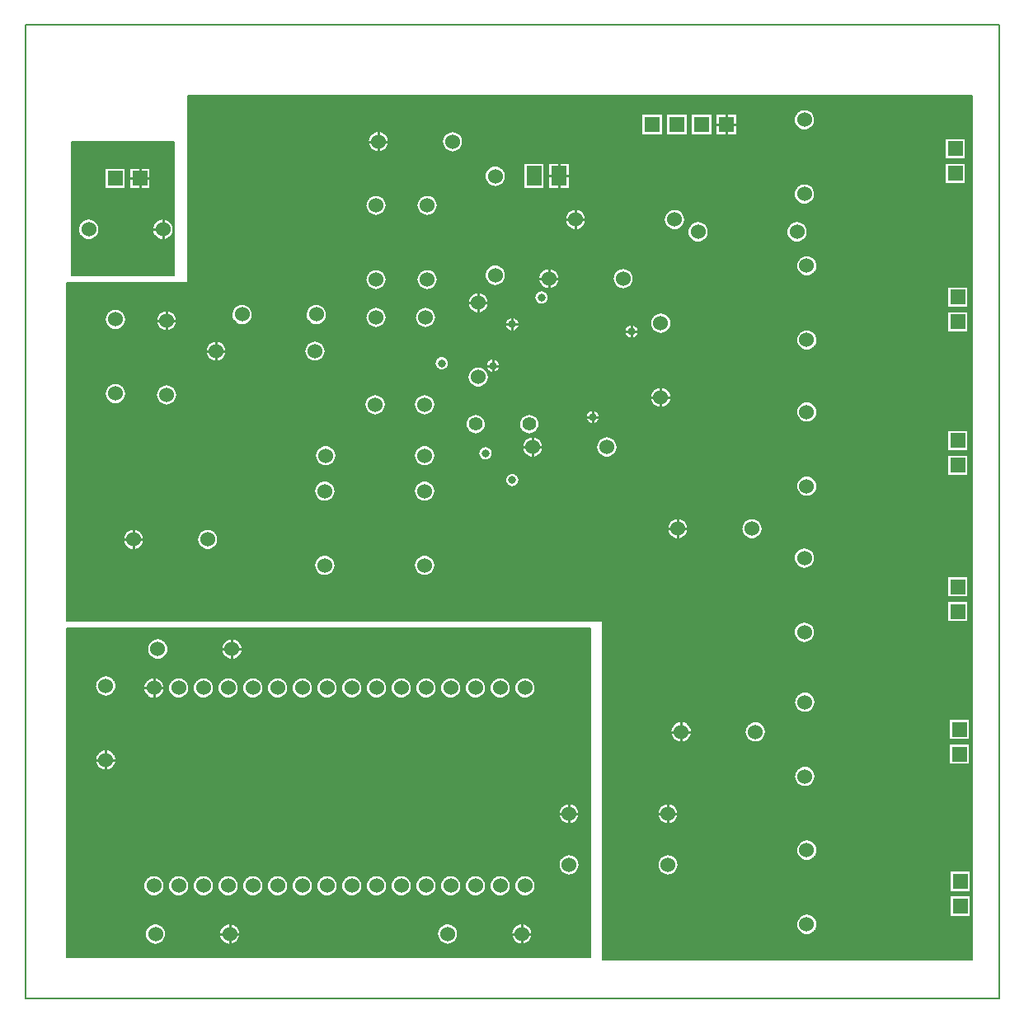
<source format=gbr>
%FSLAX23Y23*%
%MOIN*%
G04 EasyPC Gerber Version 12.0.1 Build 2704 *
%ADD15R,0.06000X0.08000*%
%ADD17R,0.06000X0.06000*%
%ADD12C,0.00500*%
%ADD95C,0.00800*%
%ADD13C,0.01000*%
%ADD22C,0.03200*%
%ADD23C,0.05600*%
%ADD71C,0.06000*%
%ADD16C,0.06000*%
X0Y0D02*
D02*
D12*
X171Y171D02*
X2287D01*
Y1500*
X171*
Y171*
X286Y969D02*
X288Y980D01*
X292Y990*
X299Y999*
X308Y1005*
X318Y1010*
X329Y1011*
X340Y1010*
X350Y1005*
X359Y999*
X366Y990*
X370Y980*
X371Y969*
X370Y958*
X366Y947*
X359Y939*
X350Y932*
X340Y928*
X329Y926*
X318Y928*
X308Y932*
X299Y939*
X292Y947*
X288Y958*
X286Y969*
X286Y1269D02*
X288Y1280D01*
X292Y1290*
X299Y1299*
X308Y1305*
X318Y1309*
X329Y1311*
X340Y1309*
X350Y1305*
X359Y1299*
X365Y1290*
X370Y1280*
X371Y1269*
X370Y1258*
X365Y1247*
X359Y1239*
X350Y1232*
X340Y1228*
X329Y1226*
X318Y1228*
X308Y1232*
X299Y1239*
X292Y1247*
X288Y1258*
X286Y1269*
X530Y308D02*
X541Y307D01*
X551Y302*
X560Y296*
X566Y287*
X570Y277*
X572Y266*
X570Y255*
X566Y245*
X560Y236*
X551Y229*
X541Y225*
X530Y223*
X519Y225*
X508Y229*
X500Y236*
X493Y245*
X489Y255*
X487Y266*
X489Y277*
X493Y287*
X500Y296*
X508Y302*
X519Y307*
X530Y308*
X539Y1460D02*
X550Y1458D01*
X561Y1454*
X569Y1447*
X576Y1439*
X580Y1428*
X582Y1417*
X580Y1406*
X576Y1396*
X569Y1387*
X561Y1381*
X550Y1376*
X539Y1375*
X528Y1376*
X518Y1381*
X509Y1387*
X503Y1396*
X499Y1406*
X497Y1417*
X499Y1428*
X503Y1439*
X509Y1447*
X518Y1454*
X528Y1458*
X539Y1460*
X566Y460D02*
X565Y449D01*
X560Y439*
X554Y430*
X545Y424*
X535Y419*
X524Y418*
X513Y419*
X503Y424*
X494Y430*
X487Y439*
X483Y449*
X481Y460*
X483Y471*
X487Y481*
X494Y490*
X503Y497*
X513Y501*
X524Y503*
X535Y501*
X545Y497*
X554Y490*
X560Y481*
X565Y471*
X566Y460*
X566Y1260D02*
X565Y1249D01*
X560Y1239*
X554Y1230*
X545Y1223*
X535Y1219*
X524Y1218*
X513Y1219*
X502Y1223*
X494Y1230*
X487Y1239*
X483Y1249*
X481Y1260*
X483Y1271*
X487Y1282*
X494Y1290*
X502Y1297*
X513Y1301*
X524Y1303*
X535Y1301*
X545Y1297*
X554Y1290*
X560Y1282*
X565Y1271*
X566Y1260*
X666Y460D02*
X665Y449D01*
X660Y439*
X654Y430*
X645Y424*
X635Y419*
X624Y418*
X613Y419*
X603Y424*
X594Y430*
X587Y439*
X583Y449*
X581Y460*
X583Y471*
X587Y481*
X594Y490*
X603Y497*
X613Y501*
X624Y503*
X635Y501*
X645Y497*
X654Y490*
X660Y481*
X665Y471*
X666Y460*
Y1260D02*
X665Y1249D01*
X660Y1239*
X654Y1230*
X645Y1224*
X635Y1219*
X624Y1218*
X613Y1219*
X603Y1224*
X594Y1230*
X587Y1239*
X583Y1249*
X581Y1260*
X583Y1271*
X587Y1281*
X594Y1290*
X603Y1297*
X613Y1301*
X624Y1303*
X635Y1301*
X645Y1297*
X654Y1290*
X660Y1281*
X665Y1271*
X666Y1260*
X766Y460D02*
X765Y449D01*
X760Y439*
X754Y430*
X745Y424*
X735Y419*
X724Y418*
X713Y419*
X703Y424*
X694Y430*
X687Y439*
X683Y449*
X681Y460*
X683Y471*
X687Y481*
X694Y490*
X703Y497*
X713Y501*
X724Y503*
X735Y501*
X745Y497*
X754Y490*
X760Y481*
X765Y471*
X766Y460*
Y1260D02*
X765Y1249D01*
X760Y1239*
X754Y1230*
X745Y1224*
X735Y1219*
X724Y1218*
X713Y1219*
X703Y1224*
X694Y1230*
X687Y1239*
X683Y1249*
X681Y1260*
X683Y1271*
X687Y1281*
X694Y1290*
X703Y1297*
X713Y1301*
X724Y1303*
X735Y1301*
X745Y1297*
X754Y1290*
X760Y1281*
X765Y1271*
X766Y1260*
X830Y308D02*
X841Y307D01*
X851Y303*
X860Y296*
X866Y287*
X871Y277*
X872Y266*
X871Y255*
X866Y245*
X860Y236*
X851Y229*
X841Y225*
X830Y223*
X819Y225*
X808Y229*
X800Y236*
X793Y245*
X789Y255*
X787Y266*
X789Y277*
X793Y287*
X800Y296*
X808Y303*
X819Y307*
X830Y308*
X839Y1460D02*
X850Y1458D01*
X861Y1454*
X869Y1447*
X876Y1439*
X880Y1428*
X882Y1417*
X880Y1406*
X876Y1396*
X869Y1387*
X861Y1381*
X850Y1376*
X839Y1375*
X828Y1376*
X818Y1381*
X809Y1387*
X803Y1396*
X798Y1406*
X797Y1417*
X798Y1428*
X803Y1439*
X809Y1447*
X818Y1454*
X828Y1458*
X839Y1460*
X866Y460D02*
X865Y449D01*
X860Y439*
X854Y430*
X845Y424*
X835Y419*
X824Y418*
X813Y419*
X803Y424*
X794Y430*
X787Y439*
X783Y449*
X781Y460*
X783Y471*
X787Y481*
X794Y490*
X803Y497*
X813Y501*
X824Y503*
X835Y501*
X845Y497*
X854Y490*
X860Y481*
X865Y471*
X866Y460*
Y1260D02*
X865Y1249D01*
X860Y1239*
X854Y1230*
X845Y1224*
X835Y1219*
X824Y1218*
X813Y1219*
X803Y1224*
X794Y1230*
X787Y1239*
X783Y1249*
X781Y1260*
X783Y1271*
X787Y1281*
X794Y1290*
X803Y1297*
X813Y1301*
X824Y1303*
X835Y1301*
X845Y1297*
X854Y1290*
X860Y1281*
X865Y1271*
X866Y1260*
X966Y460D02*
X965Y449D01*
X960Y439*
X954Y430*
X945Y424*
X935Y419*
X924Y418*
X913Y419*
X903Y424*
X894Y430*
X887Y439*
X883Y449*
X881Y460*
X883Y471*
X887Y481*
X894Y490*
X903Y497*
X913Y501*
X924Y503*
X935Y501*
X945Y497*
X954Y490*
X960Y481*
X965Y471*
X966Y460*
Y1260D02*
X965Y1249D01*
X960Y1239*
X954Y1230*
X945Y1224*
X935Y1219*
X924Y1218*
X913Y1219*
X903Y1224*
X894Y1230*
X887Y1239*
X883Y1249*
X881Y1260*
X883Y1271*
X887Y1281*
X894Y1290*
X903Y1297*
X913Y1301*
X924Y1303*
X935Y1301*
X945Y1297*
X954Y1290*
X960Y1281*
X965Y1271*
X966Y1260*
X1066Y460D02*
X1065Y449D01*
X1060Y439*
X1054Y430*
X1045Y424*
X1035Y419*
X1024Y418*
X1013Y419*
X1003Y424*
X994Y430*
X987Y439*
X983Y449*
X981Y460*
X983Y471*
X987Y481*
X994Y490*
X1003Y497*
X1013Y501*
X1024Y503*
X1035Y501*
X1045Y497*
X1054Y490*
X1060Y481*
X1065Y471*
X1066Y460*
Y1260D02*
X1065Y1249D01*
X1060Y1239*
X1054Y1230*
X1045Y1224*
X1035Y1219*
X1024Y1218*
X1013Y1219*
X1003Y1224*
X994Y1230*
X987Y1239*
X983Y1249*
X981Y1260*
X983Y1271*
X987Y1281*
X994Y1290*
X1003Y1297*
X1013Y1301*
X1024Y1303*
X1035Y1301*
X1045Y1297*
X1054Y1290*
X1060Y1281*
X1065Y1271*
X1066Y1260*
X1166Y460D02*
X1165Y449D01*
X1160Y439*
X1154Y430*
X1145Y424*
X1135Y419*
X1124Y418*
X1113Y419*
X1103Y424*
X1094Y430*
X1087Y439*
X1083Y449*
X1081Y460*
X1083Y471*
X1087Y481*
X1094Y490*
X1103Y497*
X1113Y501*
X1124Y503*
X1135Y501*
X1145Y497*
X1154Y490*
X1160Y481*
X1165Y471*
X1166Y460*
Y1260D02*
X1165Y1249D01*
X1160Y1239*
X1154Y1230*
X1145Y1224*
X1135Y1219*
X1124Y1218*
X1113Y1219*
X1103Y1224*
X1094Y1230*
X1087Y1239*
X1083Y1249*
X1081Y1260*
X1083Y1271*
X1087Y1281*
X1094Y1290*
X1103Y1297*
X1113Y1301*
X1124Y1303*
X1135Y1301*
X1145Y1297*
X1154Y1290*
X1160Y1281*
X1165Y1271*
X1166Y1260*
X1266Y460D02*
X1265Y449D01*
X1260Y439*
X1254Y430*
X1245Y424*
X1235Y419*
X1224Y418*
X1213Y419*
X1203Y424*
X1194Y430*
X1187Y439*
X1183Y449*
X1181Y460*
X1183Y471*
X1187Y481*
X1194Y490*
X1203Y497*
X1213Y501*
X1224Y503*
X1235Y501*
X1245Y497*
X1254Y490*
X1260Y481*
X1265Y471*
X1266Y460*
Y1260D02*
X1265Y1249D01*
X1260Y1239*
X1254Y1230*
X1245Y1224*
X1235Y1219*
X1224Y1218*
X1213Y1219*
X1203Y1224*
X1194Y1230*
X1187Y1239*
X1183Y1249*
X1181Y1260*
X1183Y1271*
X1187Y1281*
X1194Y1290*
X1203Y1297*
X1213Y1301*
X1224Y1303*
X1235Y1301*
X1245Y1297*
X1254Y1290*
X1260Y1281*
X1265Y1271*
X1266Y1260*
X1366Y460D02*
X1365Y449D01*
X1360Y439*
X1354Y430*
X1345Y424*
X1335Y419*
X1324Y418*
X1313Y419*
X1303Y424*
X1294Y430*
X1287Y439*
X1283Y449*
X1281Y460*
X1283Y471*
X1287Y481*
X1294Y490*
X1303Y497*
X1313Y501*
X1324Y503*
X1335Y501*
X1345Y497*
X1354Y490*
X1360Y481*
X1365Y471*
X1366Y460*
Y1260D02*
X1365Y1249D01*
X1360Y1239*
X1354Y1230*
X1345Y1224*
X1335Y1219*
X1324Y1218*
X1313Y1219*
X1303Y1224*
X1294Y1230*
X1287Y1239*
X1283Y1249*
X1281Y1260*
X1283Y1271*
X1287Y1281*
X1294Y1290*
X1303Y1297*
X1313Y1301*
X1324Y1303*
X1335Y1301*
X1345Y1297*
X1354Y1290*
X1360Y1281*
X1365Y1271*
X1366Y1260*
X1466Y460D02*
X1465Y449D01*
X1460Y439*
X1454Y430*
X1445Y424*
X1435Y419*
X1424Y418*
X1413Y419*
X1403Y424*
X1394Y430*
X1387Y439*
X1383Y449*
X1381Y460*
X1383Y471*
X1387Y481*
X1394Y490*
X1403Y497*
X1413Y501*
X1424Y503*
X1435Y501*
X1445Y497*
X1454Y490*
X1460Y481*
X1465Y471*
X1466Y460*
Y1260D02*
X1465Y1249D01*
X1460Y1239*
X1454Y1230*
X1445Y1224*
X1435Y1219*
X1424Y1218*
X1413Y1219*
X1403Y1224*
X1394Y1230*
X1387Y1239*
X1383Y1249*
X1381Y1260*
X1383Y1271*
X1387Y1281*
X1394Y1290*
X1403Y1297*
X1413Y1301*
X1424Y1303*
X1435Y1301*
X1445Y1297*
X1454Y1290*
X1460Y1281*
X1465Y1271*
X1466Y1260*
X1566Y460D02*
X1565Y449D01*
X1560Y439*
X1554Y430*
X1545Y424*
X1535Y419*
X1524Y418*
X1513Y419*
X1503Y424*
X1494Y430*
X1487Y439*
X1483Y449*
X1481Y460*
X1483Y471*
X1487Y481*
X1494Y490*
X1503Y497*
X1513Y501*
X1524Y503*
X1535Y501*
X1545Y497*
X1554Y490*
X1560Y481*
X1565Y471*
X1566Y460*
Y1260D02*
X1565Y1249D01*
X1560Y1239*
X1554Y1230*
X1545Y1224*
X1535Y1219*
X1524Y1218*
X1513Y1219*
X1503Y1224*
X1494Y1230*
X1487Y1239*
X1483Y1249*
X1481Y1260*
X1483Y1271*
X1487Y1281*
X1494Y1290*
X1503Y1297*
X1513Y1301*
X1524Y1303*
X1535Y1301*
X1545Y1297*
X1554Y1290*
X1560Y1281*
X1565Y1271*
X1566Y1260*
X1666Y460D02*
X1665Y449D01*
X1660Y439*
X1654Y430*
X1645Y424*
X1635Y419*
X1624Y418*
X1613Y419*
X1603Y424*
X1594Y430*
X1587Y439*
X1583Y449*
X1581Y460*
X1583Y471*
X1587Y481*
X1594Y490*
X1603Y497*
X1613Y501*
X1624Y503*
X1635Y501*
X1645Y497*
X1654Y490*
X1660Y481*
X1665Y471*
X1666Y460*
Y1260D02*
X1665Y1249D01*
X1660Y1239*
X1654Y1230*
X1645Y1224*
X1635Y1219*
X1624Y1218*
X1613Y1219*
X1603Y1224*
X1594Y1230*
X1587Y1239*
X1583Y1249*
X1581Y1260*
X1583Y1271*
X1587Y1281*
X1594Y1290*
X1603Y1297*
X1613Y1301*
X1624Y1303*
X1635Y1301*
X1645Y1297*
X1654Y1290*
X1660Y1281*
X1665Y1271*
X1666Y1260*
X1711Y308D02*
X1722Y307D01*
X1732Y302*
X1741Y296*
X1747Y287*
X1752Y277*
X1753Y266*
X1752Y255*
X1747Y245*
X1741Y236*
X1732Y229*
X1722Y225*
X1711Y223*
X1700Y225*
X1690Y229*
X1681Y236*
X1674Y245*
X1670Y255*
X1668Y266*
X1670Y277*
X1674Y287*
X1681Y296*
X1690Y302*
X1700Y307*
X1711Y308*
X1766Y460D02*
X1765Y449D01*
X1760Y439*
X1754Y430*
X1745Y424*
X1735Y419*
X1724Y418*
X1713Y419*
X1703Y424*
X1694Y430*
X1687Y439*
X1683Y449*
X1681Y460*
X1683Y471*
X1687Y481*
X1694Y490*
X1703Y497*
X1713Y501*
X1724Y503*
X1735Y501*
X1745Y497*
X1754Y490*
X1760Y481*
X1765Y471*
X1766Y460*
Y1260D02*
X1765Y1249D01*
X1760Y1239*
X1754Y1230*
X1745Y1224*
X1735Y1219*
X1724Y1218*
X1713Y1219*
X1703Y1224*
X1694Y1230*
X1687Y1239*
X1683Y1249*
X1681Y1260*
X1683Y1271*
X1687Y1281*
X1694Y1290*
X1703Y1297*
X1713Y1301*
X1724Y1303*
X1735Y1301*
X1745Y1297*
X1754Y1290*
X1760Y1281*
X1765Y1271*
X1766Y1260*
X1866Y460D02*
X1865Y449D01*
X1860Y439*
X1854Y430*
X1845Y424*
X1835Y419*
X1824Y418*
X1813Y419*
X1803Y424*
X1794Y430*
X1787Y439*
X1783Y449*
X1781Y460*
X1783Y471*
X1787Y481*
X1794Y490*
X1803Y497*
X1813Y501*
X1824Y503*
X1835Y501*
X1845Y497*
X1854Y490*
X1860Y481*
X1865Y471*
X1866Y460*
Y1260D02*
X1865Y1249D01*
X1860Y1239*
X1854Y1230*
X1845Y1224*
X1835Y1219*
X1824Y1218*
X1813Y1219*
X1803Y1224*
X1794Y1230*
X1787Y1239*
X1783Y1249*
X1781Y1260*
X1783Y1271*
X1787Y1281*
X1794Y1290*
X1803Y1297*
X1813Y1301*
X1824Y1303*
X1835Y1301*
X1845Y1297*
X1854Y1290*
X1860Y1281*
X1865Y1271*
X1866Y1260*
X1966Y460D02*
X1965Y449D01*
X1960Y439*
X1954Y430*
X1945Y424*
X1935Y419*
X1924Y418*
X1913Y419*
X1903Y424*
X1894Y430*
X1887Y439*
X1883Y449*
X1881Y460*
X1883Y471*
X1887Y481*
X1894Y490*
X1903Y497*
X1913Y501*
X1924Y503*
X1935Y501*
X1945Y497*
X1954Y490*
X1960Y481*
X1965Y471*
X1966Y460*
Y1260D02*
X1965Y1249D01*
X1960Y1239*
X1954Y1230*
X1945Y1224*
X1935Y1219*
X1924Y1218*
X1913Y1219*
X1903Y1224*
X1894Y1230*
X1887Y1239*
X1883Y1249*
X1881Y1260*
X1883Y1271*
X1887Y1281*
X1894Y1290*
X1903Y1297*
X1913Y1301*
X1924Y1303*
X1935Y1301*
X1945Y1297*
X1954Y1290*
X1960Y1281*
X1965Y1271*
X1966Y1260*
X2011Y308D02*
X2022Y307D01*
X2032Y303*
X2041Y296*
X2047Y287*
X2052Y277*
X2053Y266*
X2052Y255*
X2047Y245*
X2041Y236*
X2032Y229*
X2022Y225*
X2011Y223*
X2000Y225*
X1989Y229*
X1981Y236*
X1974Y245*
X1970Y255*
X1968Y266*
X1970Y277*
X1974Y287*
X1981Y296*
X1989Y303*
X2000Y307*
X2011Y308*
X2066Y460D02*
X2065Y449D01*
X2060Y439*
X2054Y430*
X2045Y424*
X2035Y419*
X2024Y418*
X2013Y419*
X2003Y424*
X1994Y430*
X1987Y439*
X1983Y449*
X1981Y460*
X1983Y471*
X1987Y481*
X1994Y490*
X2003Y497*
X2013Y501*
X2024Y503*
X2035Y501*
X2045Y497*
X2054Y490*
X2060Y481*
X2065Y471*
X2066Y460*
Y1260D02*
X2065Y1249D01*
X2060Y1239*
X2054Y1230*
X2045Y1224*
X2035Y1219*
X2024Y1218*
X2013Y1219*
X2003Y1224*
X1994Y1230*
X1987Y1239*
X1983Y1249*
X1981Y1260*
X1983Y1271*
X1987Y1281*
X1994Y1290*
X2003Y1297*
X2013Y1301*
X2024Y1303*
X2035Y1301*
X2045Y1297*
X2054Y1290*
X2060Y1281*
X2065Y1271*
X2066Y1260*
X2202Y503D02*
X2191Y504D01*
X2181Y509*
X2172Y515*
X2166Y524*
X2162Y534*
X2160Y545*
X2162Y556*
X2166Y567*
X2172Y575*
X2181Y582*
X2191Y586*
X2202Y588*
X2213Y586*
X2224Y582*
X2232Y575*
X2239Y567*
X2243Y556*
X2245Y545*
X2243Y534*
X2239Y524*
X2232Y515*
X2224Y509*
X2213Y504*
X2202Y503*
Y710D02*
X2191Y711D01*
X2181Y715*
X2172Y722*
X2166Y731*
X2161Y741*
X2160Y752*
X2161Y763*
X2166Y773*
X2172Y782*
X2181Y789*
X2191Y793*
X2202Y795*
X2213Y793*
X2224Y789*
X2232Y782*
X2239Y773*
X2243Y763*
X2245Y752*
X2243Y741*
X2239Y731*
X2232Y722*
X2224Y715*
X2213Y711*
X2202Y710*
X171Y171D02*
X2287D01*
X171Y174D02*
X2287D01*
X171Y177D02*
X2287D01*
X171Y180D02*
X2287D01*
X171Y183D02*
X2287D01*
X171Y186D02*
X2287D01*
X171Y189D02*
X2287D01*
X171Y192D02*
X2287D01*
X171Y195D02*
X2287D01*
X171Y198D02*
X2287D01*
X171Y201D02*
X2287D01*
X171Y204D02*
X2287D01*
X171Y207D02*
X2287D01*
X171Y210D02*
X2287D01*
X171Y213D02*
X2287D01*
X171Y216D02*
X2287D01*
X171Y219D02*
X2287D01*
X171Y222D02*
X2287D01*
X171Y225D02*
X517D01*
X542D02*
X817D01*
X843D02*
X1698D01*
X1723D02*
X1998D01*
X2024D02*
X2287D01*
X171Y228D02*
X510D01*
X549D02*
X810D01*
X850D02*
X1691D01*
X1730D02*
X1991D01*
X2031D02*
X2287D01*
X171Y231D02*
X505D01*
X554D02*
X805D01*
X854D02*
X1686D01*
X1735D02*
X1986D01*
X2036D02*
X2287D01*
X171Y234D02*
X501D01*
X558D02*
X801D01*
X858D02*
X1682D01*
X1739D02*
X1982D01*
X2039D02*
X2287D01*
X171Y237D02*
X498D01*
X561D02*
X798D01*
X861D02*
X1679D01*
X1742D02*
X1979D01*
X2042D02*
X2287D01*
X171Y240D02*
X496D01*
X563D02*
X796D01*
X864D02*
X1677D01*
X1745D02*
X1977D01*
X2045D02*
X2287D01*
X171Y243D02*
X494D01*
X565D02*
X794D01*
X866D02*
X1675D01*
X1747D02*
X1975D01*
X2047D02*
X2287D01*
X171Y246D02*
X492D01*
X567D02*
X792D01*
X867D02*
X1673D01*
X1748D02*
X1973D01*
X2048D02*
X2287D01*
X171Y249D02*
X491D01*
X569D02*
X790D01*
X869D02*
X1672D01*
X1750D02*
X1972D01*
X2050D02*
X2287D01*
X171Y252D02*
X489D01*
X570D02*
X789D01*
X870D02*
X1671D01*
X1751D02*
X1970D01*
X2051D02*
X2287D01*
X171Y255D02*
X489D01*
X571D02*
X788D01*
X871D02*
X1670D01*
X1752D02*
X1970D01*
X2052D02*
X2287D01*
X171Y258D02*
X488D01*
X571D02*
X788D01*
X871D02*
X1669D01*
X1752D02*
X1969D01*
X2053D02*
X2287D01*
X171Y261D02*
X487D01*
X572D02*
X787D01*
X872D02*
X1669D01*
X1753D02*
X1968D01*
X2053D02*
X2287D01*
X171Y264D02*
X487D01*
X572D02*
X787D01*
X872D02*
X1668D01*
X1753D02*
X1968D01*
X2053D02*
X2287D01*
X171Y267D02*
X487D01*
X572D02*
X787D01*
X872D02*
X1668D01*
X1753D02*
X1968D01*
X2053D02*
X2287D01*
X171Y270D02*
X487D01*
X572D02*
X787D01*
X872D02*
X1669D01*
X1753D02*
X1968D01*
X2053D02*
X2287D01*
X171Y273D02*
X488D01*
X571D02*
X788D01*
X871D02*
X1669D01*
X1752D02*
X1969D01*
X2053D02*
X2287D01*
X171Y276D02*
X489D01*
X571D02*
X788D01*
X871D02*
X1670D01*
X1752D02*
X1970D01*
X2052D02*
X2287D01*
X171Y279D02*
X489D01*
X570D02*
X789D01*
X870D02*
X1671D01*
X1751D02*
X1970D01*
X2051D02*
X2287D01*
X171Y282D02*
X491D01*
X569D02*
X790D01*
X869D02*
X1672D01*
X1750D02*
X1972D01*
X2050D02*
X2287D01*
X171Y285D02*
X492D01*
X567D02*
X792D01*
X867D02*
X1673D01*
X1748D02*
X1973D01*
X2048D02*
X2287D01*
X171Y288D02*
X494D01*
X565D02*
X794D01*
X866D02*
X1675D01*
X1747D02*
X1975D01*
X2047D02*
X2287D01*
X171Y291D02*
X496D01*
X563D02*
X796D01*
X864D02*
X1677D01*
X1744D02*
X1977D01*
X2045D02*
X2287D01*
X171Y294D02*
X498D01*
X561D02*
X798D01*
X861D02*
X1679D01*
X1742D02*
X1979D01*
X2042D02*
X2287D01*
X171Y297D02*
X501D01*
X558D02*
X801D01*
X858D02*
X1682D01*
X1739D02*
X1982D01*
X2039D02*
X2287D01*
X171Y300D02*
X505D01*
X554D02*
X805D01*
X854D02*
X1686D01*
X1735D02*
X1986D01*
X2035D02*
X2287D01*
X171Y303D02*
X510D01*
X549D02*
X810D01*
X850D02*
X1691D01*
X1730D02*
X1991D01*
X2031D02*
X2287D01*
X171Y306D02*
X517D01*
X542D02*
X817D01*
X842D02*
X1698D01*
X1723D02*
X1998D01*
X2024D02*
X2287D01*
X171Y309D02*
X2287D01*
X171Y312D02*
X2287D01*
X171Y315D02*
X2287D01*
X171Y318D02*
X2287D01*
X171Y321D02*
X2287D01*
X171Y324D02*
X2287D01*
X171Y327D02*
X2287D01*
X171Y330D02*
X2287D01*
X171Y333D02*
X2287D01*
X171Y336D02*
X2287D01*
X171Y339D02*
X2287D01*
X171Y342D02*
X2287D01*
X171Y345D02*
X2287D01*
X171Y348D02*
X2287D01*
X171Y351D02*
X2287D01*
X171Y354D02*
X2287D01*
X171Y357D02*
X2287D01*
X171Y360D02*
X2287D01*
X171Y363D02*
X2287D01*
X171Y366D02*
X2287D01*
X171Y369D02*
X2287D01*
X171Y372D02*
X2287D01*
X171Y375D02*
X2287D01*
X171Y378D02*
X2287D01*
X171Y381D02*
X2287D01*
X171Y384D02*
X2287D01*
X171Y387D02*
X2287D01*
X171Y390D02*
X2287D01*
X171Y393D02*
X2287D01*
X171Y396D02*
X2287D01*
X171Y399D02*
X2287D01*
X171Y402D02*
X2287D01*
X171Y405D02*
X2287D01*
X171Y408D02*
X2287D01*
X171Y411D02*
X2287D01*
X171Y414D02*
X2287D01*
X171Y417D02*
X2287D01*
X171Y420D02*
X510D01*
X538D02*
X610D01*
X638D02*
X710D01*
X738D02*
X810D01*
X838D02*
X910D01*
X938D02*
X1010D01*
X1038D02*
X1110D01*
X1138D02*
X1210D01*
X1238D02*
X1310D01*
X1338D02*
X1410D01*
X1438D02*
X1510D01*
X1538D02*
X1610D01*
X1638D02*
X1710D01*
X1738D02*
X1810D01*
X1838D02*
X1910D01*
X1938D02*
X2010D01*
X2038D02*
X2287D01*
X171Y423D02*
X503D01*
X544D02*
X603D01*
X644D02*
X703D01*
X744D02*
X803D01*
X844D02*
X903D01*
X944D02*
X1003D01*
X1044D02*
X1103D01*
X1144D02*
X1203D01*
X1244D02*
X1303D01*
X1344D02*
X1403D01*
X1444D02*
X1503D01*
X1544D02*
X1603D01*
X1644D02*
X1703D01*
X1744D02*
X1803D01*
X1844D02*
X1903D01*
X1944D02*
X2003D01*
X2044D02*
X2287D01*
X171Y426D02*
X498D01*
X549D02*
X598D01*
X649D02*
X698D01*
X749D02*
X798D01*
X849D02*
X898D01*
X949D02*
X998D01*
X1049D02*
X1098D01*
X1149D02*
X1198D01*
X1249D02*
X1298D01*
X1349D02*
X1398D01*
X1449D02*
X1498D01*
X1549D02*
X1598D01*
X1649D02*
X1698D01*
X1749D02*
X1798D01*
X1849D02*
X1898D01*
X1949D02*
X1998D01*
X2049D02*
X2287D01*
X171Y429D02*
X495D01*
X553D02*
X595D01*
X653D02*
X695D01*
X753D02*
X795D01*
X853D02*
X895D01*
X953D02*
X995D01*
X1053D02*
X1095D01*
X1153D02*
X1195D01*
X1253D02*
X1295D01*
X1353D02*
X1395D01*
X1453D02*
X1495D01*
X1553D02*
X1595D01*
X1653D02*
X1695D01*
X1753D02*
X1795D01*
X1853D02*
X1895D01*
X1953D02*
X1995D01*
X2053D02*
X2287D01*
X171Y432D02*
X492D01*
X555D02*
X592D01*
X655D02*
X692D01*
X755D02*
X792D01*
X855D02*
X892D01*
X955D02*
X992D01*
X1055D02*
X1092D01*
X1155D02*
X1192D01*
X1255D02*
X1292D01*
X1355D02*
X1392D01*
X1455D02*
X1492D01*
X1555D02*
X1592D01*
X1655D02*
X1692D01*
X1755D02*
X1792D01*
X1855D02*
X1892D01*
X1955D02*
X1992D01*
X2055D02*
X2287D01*
X171Y435D02*
X489D01*
X558D02*
X589D01*
X658D02*
X689D01*
X758D02*
X789D01*
X858D02*
X889D01*
X958D02*
X989D01*
X1058D02*
X1089D01*
X1158D02*
X1189D01*
X1258D02*
X1289D01*
X1358D02*
X1389D01*
X1458D02*
X1489D01*
X1558D02*
X1589D01*
X1658D02*
X1689D01*
X1758D02*
X1789D01*
X1858D02*
X1889D01*
X1958D02*
X1989D01*
X2058D02*
X2287D01*
X171Y438D02*
X487D01*
X560D02*
X587D01*
X660D02*
X687D01*
X760D02*
X787D01*
X860D02*
X887D01*
X960D02*
X987D01*
X1060D02*
X1087D01*
X1160D02*
X1187D01*
X1260D02*
X1287D01*
X1360D02*
X1387D01*
X1460D02*
X1487D01*
X1560D02*
X1587D01*
X1660D02*
X1687D01*
X1760D02*
X1787D01*
X1860D02*
X1887D01*
X1960D02*
X1987D01*
X2060D02*
X2287D01*
X171Y441D02*
X486D01*
X562D02*
X586D01*
X662D02*
X686D01*
X762D02*
X786D01*
X862D02*
X886D01*
X962D02*
X986D01*
X1062D02*
X1086D01*
X1162D02*
X1186D01*
X1262D02*
X1286D01*
X1362D02*
X1386D01*
X1462D02*
X1486D01*
X1562D02*
X1586D01*
X1662D02*
X1686D01*
X1762D02*
X1786D01*
X1862D02*
X1886D01*
X1962D02*
X1986D01*
X2062D02*
X2287D01*
X171Y444D02*
X484D01*
X563D02*
X584D01*
X663D02*
X684D01*
X763D02*
X784D01*
X863D02*
X884D01*
X963D02*
X984D01*
X1063D02*
X1084D01*
X1163D02*
X1184D01*
X1263D02*
X1284D01*
X1363D02*
X1384D01*
X1463D02*
X1484D01*
X1563D02*
X1584D01*
X1663D02*
X1684D01*
X1763D02*
X1784D01*
X1863D02*
X1884D01*
X1963D02*
X1984D01*
X2063D02*
X2287D01*
X171Y447D02*
X483D01*
X564D02*
X583D01*
X664D02*
X683D01*
X764D02*
X783D01*
X864D02*
X883D01*
X964D02*
X983D01*
X1064D02*
X1083D01*
X1164D02*
X1183D01*
X1264D02*
X1283D01*
X1364D02*
X1383D01*
X1464D02*
X1483D01*
X1564D02*
X1583D01*
X1664D02*
X1683D01*
X1764D02*
X1783D01*
X1864D02*
X1883D01*
X1964D02*
X1983D01*
X2064D02*
X2287D01*
X171Y450D02*
X483D01*
X565D02*
X583D01*
X665D02*
X683D01*
X765D02*
X783D01*
X865D02*
X883D01*
X965D02*
X983D01*
X1065D02*
X1083D01*
X1165D02*
X1183D01*
X1265D02*
X1283D01*
X1365D02*
X1383D01*
X1465D02*
X1483D01*
X1565D02*
X1583D01*
X1665D02*
X1683D01*
X1765D02*
X1783D01*
X1865D02*
X1883D01*
X1965D02*
X1983D01*
X2065D02*
X2287D01*
X171Y453D02*
X482D01*
X565D02*
X582D01*
X665D02*
X682D01*
X765D02*
X782D01*
X865D02*
X882D01*
X965D02*
X982D01*
X1065D02*
X1082D01*
X1165D02*
X1182D01*
X1265D02*
X1282D01*
X1365D02*
X1382D01*
X1465D02*
X1482D01*
X1565D02*
X1582D01*
X1665D02*
X1682D01*
X1765D02*
X1782D01*
X1865D02*
X1882D01*
X1965D02*
X1982D01*
X2065D02*
X2287D01*
X171Y456D02*
X482D01*
X566D02*
X582D01*
X666D02*
X682D01*
X766D02*
X782D01*
X866D02*
X882D01*
X966D02*
X982D01*
X1066D02*
X1082D01*
X1166D02*
X1182D01*
X1266D02*
X1282D01*
X1366D02*
X1382D01*
X1466D02*
X1482D01*
X1566D02*
X1582D01*
X1666D02*
X1682D01*
X1766D02*
X1782D01*
X1866D02*
X1882D01*
X1966D02*
X1982D01*
X2066D02*
X2287D01*
X171Y459D02*
X481D01*
X566D02*
X581D01*
X666D02*
X681D01*
X766D02*
X781D01*
X866D02*
X881D01*
X966D02*
X981D01*
X1066D02*
X1081D01*
X1166D02*
X1181D01*
X1266D02*
X1281D01*
X1366D02*
X1381D01*
X1466D02*
X1481D01*
X1566D02*
X1581D01*
X1666D02*
X1681D01*
X1766D02*
X1781D01*
X1866D02*
X1881D01*
X1966D02*
X1981D01*
X2066D02*
X2287D01*
X171Y462D02*
X481D01*
X566D02*
X581D01*
X666D02*
X681D01*
X766D02*
X781D01*
X866D02*
X881D01*
X966D02*
X981D01*
X1066D02*
X1081D01*
X1166D02*
X1181D01*
X1266D02*
X1281D01*
X1366D02*
X1381D01*
X1466D02*
X1481D01*
X1566D02*
X1581D01*
X1666D02*
X1681D01*
X1766D02*
X1781D01*
X1866D02*
X1881D01*
X1966D02*
X1981D01*
X2066D02*
X2287D01*
X171Y465D02*
X482D01*
X566D02*
X582D01*
X666D02*
X682D01*
X766D02*
X782D01*
X866D02*
X882D01*
X966D02*
X982D01*
X1066D02*
X1082D01*
X1166D02*
X1182D01*
X1266D02*
X1282D01*
X1366D02*
X1382D01*
X1466D02*
X1482D01*
X1566D02*
X1582D01*
X1666D02*
X1682D01*
X1766D02*
X1782D01*
X1866D02*
X1882D01*
X1966D02*
X1982D01*
X2066D02*
X2287D01*
X171Y468D02*
X482D01*
X565D02*
X582D01*
X665D02*
X682D01*
X765D02*
X782D01*
X865D02*
X882D01*
X965D02*
X982D01*
X1065D02*
X1082D01*
X1165D02*
X1182D01*
X1265D02*
X1282D01*
X1365D02*
X1382D01*
X1465D02*
X1482D01*
X1565D02*
X1582D01*
X1665D02*
X1682D01*
X1765D02*
X1782D01*
X1865D02*
X1882D01*
X1965D02*
X1982D01*
X2065D02*
X2287D01*
X171Y471D02*
X483D01*
X565D02*
X583D01*
X665D02*
X683D01*
X765D02*
X783D01*
X865D02*
X883D01*
X965D02*
X983D01*
X1065D02*
X1083D01*
X1165D02*
X1183D01*
X1265D02*
X1283D01*
X1365D02*
X1383D01*
X1465D02*
X1483D01*
X1565D02*
X1583D01*
X1665D02*
X1683D01*
X1765D02*
X1783D01*
X1865D02*
X1883D01*
X1965D02*
X1983D01*
X2065D02*
X2287D01*
X171Y474D02*
X484D01*
X564D02*
X584D01*
X664D02*
X684D01*
X764D02*
X784D01*
X864D02*
X884D01*
X964D02*
X984D01*
X1064D02*
X1084D01*
X1164D02*
X1184D01*
X1264D02*
X1284D01*
X1364D02*
X1384D01*
X1464D02*
X1484D01*
X1564D02*
X1584D01*
X1664D02*
X1684D01*
X1764D02*
X1784D01*
X1864D02*
X1884D01*
X1964D02*
X1984D01*
X2064D02*
X2287D01*
X171Y477D02*
X485D01*
X562D02*
X585D01*
X662D02*
X685D01*
X762D02*
X785D01*
X862D02*
X885D01*
X962D02*
X985D01*
X1062D02*
X1085D01*
X1162D02*
X1185D01*
X1262D02*
X1285D01*
X1362D02*
X1385D01*
X1462D02*
X1485D01*
X1562D02*
X1585D01*
X1662D02*
X1685D01*
X1762D02*
X1785D01*
X1862D02*
X1885D01*
X1962D02*
X1985D01*
X2062D02*
X2287D01*
X171Y480D02*
X486D01*
X561D02*
X586D01*
X661D02*
X686D01*
X761D02*
X786D01*
X861D02*
X886D01*
X961D02*
X986D01*
X1061D02*
X1086D01*
X1161D02*
X1186D01*
X1261D02*
X1286D01*
X1361D02*
X1386D01*
X1461D02*
X1486D01*
X1561D02*
X1586D01*
X1661D02*
X1686D01*
X1761D02*
X1786D01*
X1861D02*
X1886D01*
X1961D02*
X1986D01*
X2061D02*
X2287D01*
X171Y483D02*
X488D01*
X559D02*
X588D01*
X659D02*
X688D01*
X759D02*
X788D01*
X859D02*
X888D01*
X959D02*
X988D01*
X1059D02*
X1088D01*
X1159D02*
X1188D01*
X1259D02*
X1288D01*
X1359D02*
X1388D01*
X1459D02*
X1488D01*
X1559D02*
X1588D01*
X1659D02*
X1688D01*
X1759D02*
X1788D01*
X1859D02*
X1888D01*
X1959D02*
X1988D01*
X2059D02*
X2287D01*
X171Y486D02*
X490D01*
X557D02*
X590D01*
X657D02*
X690D01*
X757D02*
X790D01*
X857D02*
X890D01*
X957D02*
X990D01*
X1057D02*
X1090D01*
X1157D02*
X1190D01*
X1257D02*
X1290D01*
X1357D02*
X1390D01*
X1457D02*
X1490D01*
X1557D02*
X1590D01*
X1657D02*
X1690D01*
X1757D02*
X1790D01*
X1857D02*
X1890D01*
X1957D02*
X1990D01*
X2057D02*
X2287D01*
X171Y489D02*
X493D01*
X555D02*
X593D01*
X655D02*
X693D01*
X755D02*
X793D01*
X855D02*
X893D01*
X955D02*
X993D01*
X1055D02*
X1093D01*
X1155D02*
X1193D01*
X1255D02*
X1293D01*
X1355D02*
X1393D01*
X1455D02*
X1493D01*
X1555D02*
X1593D01*
X1655D02*
X1693D01*
X1755D02*
X1793D01*
X1855D02*
X1893D01*
X1955D02*
X1993D01*
X2055D02*
X2287D01*
X171Y492D02*
X496D01*
X551D02*
X596D01*
X651D02*
X696D01*
X751D02*
X796D01*
X851D02*
X896D01*
X951D02*
X996D01*
X1051D02*
X1096D01*
X1151D02*
X1196D01*
X1251D02*
X1296D01*
X1351D02*
X1396D01*
X1451D02*
X1496D01*
X1551D02*
X1596D01*
X1651D02*
X1696D01*
X1751D02*
X1796D01*
X1851D02*
X1896D01*
X1951D02*
X1996D01*
X2051D02*
X2287D01*
X171Y495D02*
X500D01*
X547D02*
X600D01*
X647D02*
X700D01*
X747D02*
X800D01*
X847D02*
X900D01*
X947D02*
X1000D01*
X1047D02*
X1100D01*
X1147D02*
X1200D01*
X1247D02*
X1300D01*
X1347D02*
X1400D01*
X1447D02*
X1500D01*
X1547D02*
X1600D01*
X1647D02*
X1700D01*
X1747D02*
X1800D01*
X1847D02*
X1900D01*
X1947D02*
X2000D01*
X2047D02*
X2287D01*
X171Y498D02*
X505D01*
X542D02*
X605D01*
X642D02*
X705D01*
X742D02*
X805D01*
X842D02*
X905D01*
X942D02*
X1005D01*
X1042D02*
X1105D01*
X1142D02*
X1205D01*
X1242D02*
X1305D01*
X1342D02*
X1405D01*
X1442D02*
X1505D01*
X1542D02*
X1605D01*
X1642D02*
X1705D01*
X1742D02*
X1805D01*
X1842D02*
X1905D01*
X1942D02*
X2005D01*
X2042D02*
X2287D01*
X171Y501D02*
X513D01*
X534D02*
X613D01*
X634D02*
X713D01*
X734D02*
X813D01*
X834D02*
X913D01*
X934D02*
X1013D01*
X1034D02*
X1113D01*
X1134D02*
X1213D01*
X1234D02*
X1313D01*
X1334D02*
X1413D01*
X1434D02*
X1513D01*
X1534D02*
X1613D01*
X1634D02*
X1713D01*
X1734D02*
X1813D01*
X1834D02*
X1913D01*
X1934D02*
X2013D01*
X2034D02*
X2287D01*
X171Y504D02*
X2192D01*
X2213D02*
X2287D01*
X171Y507D02*
X2184D01*
X2221D02*
X2287D01*
X171Y510D02*
X2179D01*
X2226D02*
X2287D01*
X171Y513D02*
X2175D01*
X2230D02*
X2287D01*
X171Y516D02*
X2172D01*
X2233D02*
X2287D01*
X171Y519D02*
X2169D01*
X2236D02*
X2287D01*
X171Y522D02*
X2167D01*
X2238D02*
X2287D01*
X171Y525D02*
X2165D01*
X2240D02*
X2287D01*
X171Y528D02*
X2164D01*
X2241D02*
X2287D01*
X171Y531D02*
X2162D01*
X2242D02*
X2287D01*
X171Y534D02*
X2162D01*
X2243D02*
X2287D01*
X171Y537D02*
X2161D01*
X2244D02*
X2287D01*
X171Y540D02*
X2160D01*
X2244D02*
X2287D01*
X171Y543D02*
X2160D01*
X2245D02*
X2287D01*
X171Y546D02*
X2160D01*
X2245D02*
X2287D01*
X171Y549D02*
X2160D01*
X2245D02*
X2287D01*
X171Y552D02*
X2161D01*
X2244D02*
X2287D01*
X171Y555D02*
X2161D01*
X2244D02*
X2287D01*
X171Y558D02*
X2162D01*
X2243D02*
X2287D01*
X171Y561D02*
X2163D01*
X2242D02*
X2287D01*
X171Y564D02*
X2165D01*
X2240D02*
X2287D01*
X171Y567D02*
X2166D01*
X2239D02*
X2287D01*
X171Y570D02*
X2168D01*
X2237D02*
X2287D01*
X171Y573D02*
X2171D01*
X2234D02*
X2287D01*
X171Y576D02*
X2174D01*
X2231D02*
X2287D01*
X171Y579D02*
X2177D01*
X2228D02*
X2287D01*
X171Y582D02*
X2182D01*
X2223D02*
X2287D01*
X171Y585D02*
X2188D01*
X2216D02*
X2287D01*
X171Y588D02*
X2287D01*
X171Y591D02*
X2287D01*
X171Y594D02*
X2287D01*
X171Y597D02*
X2287D01*
X171Y600D02*
X2287D01*
X171Y603D02*
X2287D01*
X171Y606D02*
X2287D01*
X171Y609D02*
X2287D01*
X171Y612D02*
X2287D01*
X171Y615D02*
X2287D01*
X171Y618D02*
X2287D01*
X171Y621D02*
X2287D01*
X171Y624D02*
X2287D01*
X171Y627D02*
X2287D01*
X171Y630D02*
X2287D01*
X171Y633D02*
X2287D01*
X171Y636D02*
X2287D01*
X171Y639D02*
X2287D01*
X171Y642D02*
X2287D01*
X171Y645D02*
X2287D01*
X171Y648D02*
X2287D01*
X171Y651D02*
X2287D01*
X171Y654D02*
X2287D01*
X171Y657D02*
X2287D01*
X171Y660D02*
X2287D01*
X171Y663D02*
X2287D01*
X171Y666D02*
X2287D01*
X171Y669D02*
X2287D01*
X171Y672D02*
X2287D01*
X171Y675D02*
X2287D01*
X171Y678D02*
X2287D01*
X171Y681D02*
X2287D01*
X171Y684D02*
X2287D01*
X171Y687D02*
X2287D01*
X171Y690D02*
X2287D01*
X171Y693D02*
X2287D01*
X171Y696D02*
X2287D01*
X171Y699D02*
X2287D01*
X171Y702D02*
X2287D01*
X171Y705D02*
X2287D01*
X171Y708D02*
X2287D01*
X171Y711D02*
X2190D01*
X2215D02*
X2287D01*
X171Y714D02*
X2183D01*
X2222D02*
X2287D01*
X171Y717D02*
X2178D01*
X2227D02*
X2287D01*
X171Y720D02*
X2174D01*
X2231D02*
X2287D01*
X171Y723D02*
X2171D01*
X2234D02*
X2287D01*
X171Y726D02*
X2169D01*
X2236D02*
X2287D01*
X171Y729D02*
X2167D01*
X2238D02*
X2287D01*
X171Y732D02*
X2165D01*
X2240D02*
X2287D01*
X171Y735D02*
X2163D01*
X2242D02*
X2287D01*
X171Y738D02*
X2162D01*
X2243D02*
X2287D01*
X171Y741D02*
X2161D01*
X2244D02*
X2287D01*
X171Y744D02*
X2161D01*
X2244D02*
X2287D01*
X171Y747D02*
X2160D01*
X2245D02*
X2287D01*
X171Y750D02*
X2160D01*
X2245D02*
X2287D01*
X171Y753D02*
X2160D01*
X2245D02*
X2287D01*
X171Y756D02*
X2160D01*
X2245D02*
X2287D01*
X171Y759D02*
X2161D01*
X2244D02*
X2287D01*
X171Y762D02*
X2161D01*
X2244D02*
X2287D01*
X171Y765D02*
X2162D01*
X2243D02*
X2287D01*
X171Y768D02*
X2163D01*
X2242D02*
X2287D01*
X171Y771D02*
X2165D01*
X2240D02*
X2287D01*
X171Y774D02*
X2166D01*
X2239D02*
X2287D01*
X171Y777D02*
X2168D01*
X2237D02*
X2287D01*
X171Y780D02*
X2171D01*
X2234D02*
X2287D01*
X171Y783D02*
X2174D01*
X2231D02*
X2287D01*
X171Y786D02*
X2177D01*
X2228D02*
X2287D01*
X171Y789D02*
X2182D01*
X2223D02*
X2287D01*
X171Y792D02*
X2189D01*
X2216D02*
X2287D01*
X171Y795D02*
X2287D01*
X171Y798D02*
X2287D01*
X171Y801D02*
X2287D01*
X171Y804D02*
X2287D01*
X171Y807D02*
X2287D01*
X171Y810D02*
X2287D01*
X171Y813D02*
X2287D01*
X171Y816D02*
X2287D01*
X171Y819D02*
X2287D01*
X171Y822D02*
X2287D01*
X171Y825D02*
X2287D01*
X171Y828D02*
X2287D01*
X171Y831D02*
X2287D01*
X171Y834D02*
X2287D01*
X171Y837D02*
X2287D01*
X171Y840D02*
X2287D01*
X171Y843D02*
X2287D01*
X171Y846D02*
X2287D01*
X171Y849D02*
X2287D01*
X171Y852D02*
X2287D01*
X171Y855D02*
X2287D01*
X171Y858D02*
X2287D01*
X171Y861D02*
X2287D01*
X171Y864D02*
X2287D01*
X171Y867D02*
X2287D01*
X171Y870D02*
X2287D01*
X171Y873D02*
X2287D01*
X171Y876D02*
X2287D01*
X171Y879D02*
X2287D01*
X171Y882D02*
X2287D01*
X171Y885D02*
X2287D01*
X171Y888D02*
X2287D01*
X171Y891D02*
X2287D01*
X171Y894D02*
X2287D01*
X171Y897D02*
X2287D01*
X171Y900D02*
X2287D01*
X171Y903D02*
X2287D01*
X171Y906D02*
X2287D01*
X171Y909D02*
X2287D01*
X171Y912D02*
X2287D01*
X171Y915D02*
X2287D01*
X171Y918D02*
X2287D01*
X171Y921D02*
X2287D01*
X171Y924D02*
X2287D01*
X171Y927D02*
X319D01*
X339D02*
X2287D01*
X171Y930D02*
X310D01*
X347D02*
X2287D01*
X171Y933D02*
X305D01*
X353D02*
X2287D01*
X171Y936D02*
X301D01*
X356D02*
X2287D01*
X171Y939D02*
X298D01*
X360D02*
X2287D01*
X171Y942D02*
X295D01*
X362D02*
X2287D01*
X171Y945D02*
X293D01*
X364D02*
X2287D01*
X171Y948D02*
X291D01*
X366D02*
X2287D01*
X171Y951D02*
X290D01*
X368D02*
X2287D01*
X171Y954D02*
X289D01*
X369D02*
X2287D01*
X171Y957D02*
X288D01*
X370D02*
X2287D01*
X171Y960D02*
X287D01*
X370D02*
X2287D01*
X171Y963D02*
X287D01*
X371D02*
X2287D01*
X171Y966D02*
X286D01*
X371D02*
X2287D01*
X171Y969D02*
X286D01*
X371D02*
X2287D01*
X171Y972D02*
X286D01*
X371D02*
X2287D01*
X171Y975D02*
X287D01*
X371D02*
X2287D01*
X171Y978D02*
X287D01*
X370D02*
X2287D01*
X171Y981D02*
X288D01*
X369D02*
X2287D01*
X171Y984D02*
X289D01*
X368D02*
X2287D01*
X171Y987D02*
X291D01*
X367D02*
X2287D01*
X171Y990D02*
X292D01*
X365D02*
X2287D01*
X171Y993D02*
X294D01*
X363D02*
X2287D01*
X171Y996D02*
X297D01*
X361D02*
X2287D01*
X171Y999D02*
X299D01*
X358D02*
X2287D01*
X171Y1002D02*
X303D01*
X355D02*
X2287D01*
X171Y1005D02*
X307D01*
X350D02*
X2287D01*
X171Y1008D02*
X314D01*
X344D02*
X2287D01*
X171Y1011D02*
X2287D01*
X171Y1014D02*
X2287D01*
X171Y1017D02*
X2287D01*
X171Y1020D02*
X2287D01*
X171Y1023D02*
X2287D01*
X171Y1026D02*
X2287D01*
X171Y1029D02*
X2287D01*
X171Y1032D02*
X2287D01*
X171Y1035D02*
X2287D01*
X171Y1038D02*
X2287D01*
X171Y1041D02*
X2287D01*
X171Y1044D02*
X2287D01*
X171Y1047D02*
X2287D01*
X171Y1050D02*
X2287D01*
X171Y1053D02*
X2287D01*
X171Y1056D02*
X2287D01*
X171Y1059D02*
X2287D01*
X171Y1062D02*
X2287D01*
X171Y1065D02*
X2287D01*
X171Y1068D02*
X2287D01*
X171Y1071D02*
X2287D01*
X171Y1074D02*
X2287D01*
X171Y1077D02*
X2287D01*
X171Y1080D02*
X2287D01*
X171Y1083D02*
X2287D01*
X171Y1086D02*
X2287D01*
X171Y1089D02*
X2287D01*
X171Y1092D02*
X2287D01*
X171Y1095D02*
X2287D01*
X171Y1098D02*
X2287D01*
X171Y1101D02*
X2287D01*
X171Y1104D02*
X2287D01*
X171Y1107D02*
X2287D01*
X171Y1110D02*
X2287D01*
X171Y1113D02*
X2287D01*
X171Y1116D02*
X2287D01*
X171Y1119D02*
X2287D01*
X171Y1122D02*
X2287D01*
X171Y1125D02*
X2287D01*
X171Y1128D02*
X2287D01*
X171Y1131D02*
X2287D01*
X171Y1134D02*
X2287D01*
X171Y1137D02*
X2287D01*
X171Y1140D02*
X2287D01*
X171Y1143D02*
X2287D01*
X171Y1146D02*
X2287D01*
X171Y1149D02*
X2287D01*
X171Y1152D02*
X2287D01*
X171Y1155D02*
X2287D01*
X171Y1158D02*
X2287D01*
X171Y1161D02*
X2287D01*
X171Y1164D02*
X2287D01*
X171Y1167D02*
X2287D01*
X171Y1170D02*
X2287D01*
X171Y1173D02*
X2287D01*
X171Y1176D02*
X2287D01*
X171Y1179D02*
X2287D01*
X171Y1182D02*
X2287D01*
X171Y1185D02*
X2287D01*
X171Y1188D02*
X2287D01*
X171Y1191D02*
X2287D01*
X171Y1194D02*
X2287D01*
X171Y1197D02*
X2287D01*
X171Y1200D02*
X2287D01*
X171Y1203D02*
X2287D01*
X171Y1206D02*
X2287D01*
X171Y1209D02*
X2287D01*
X171Y1212D02*
X2287D01*
X171Y1215D02*
X2287D01*
X171Y1218D02*
X517D01*
X530D02*
X618D01*
X629D02*
X718D01*
X729D02*
X818D01*
X829D02*
X918D01*
X929D02*
X1018D01*
X1029D02*
X1118D01*
X1129D02*
X1218D01*
X1229D02*
X1318D01*
X1329D02*
X1418D01*
X1429D02*
X1518D01*
X1529D02*
X1618D01*
X1629D02*
X1718D01*
X1729D02*
X1818D01*
X1829D02*
X1918D01*
X1929D02*
X2018D01*
X2029D02*
X2287D01*
X171Y1221D02*
X507D01*
X541D02*
X607D01*
X640D02*
X707D01*
X740D02*
X807D01*
X840D02*
X907D01*
X940D02*
X1007D01*
X1040D02*
X1107D01*
X1140D02*
X1207D01*
X1240D02*
X1307D01*
X1340D02*
X1407D01*
X1440D02*
X1507D01*
X1540D02*
X1607D01*
X1640D02*
X1707D01*
X1740D02*
X1807D01*
X1840D02*
X1907D01*
X1940D02*
X2007D01*
X2040D02*
X2287D01*
X171Y1224D02*
X501D01*
X546D02*
X601D01*
X646D02*
X701D01*
X746D02*
X801D01*
X846D02*
X901D01*
X946D02*
X1001D01*
X1046D02*
X1101D01*
X1146D02*
X1201D01*
X1246D02*
X1301D01*
X1346D02*
X1401D01*
X1446D02*
X1501D01*
X1546D02*
X1601D01*
X1646D02*
X1701D01*
X1746D02*
X1801D01*
X1846D02*
X1901D01*
X1946D02*
X2001D01*
X2046D02*
X2287D01*
X171Y1227D02*
X319D01*
X338D02*
X497D01*
X550D02*
X597D01*
X650D02*
X697D01*
X750D02*
X797D01*
X850D02*
X897D01*
X950D02*
X997D01*
X1050D02*
X1097D01*
X1150D02*
X1197D01*
X1250D02*
X1297D01*
X1350D02*
X1397D01*
X1450D02*
X1497D01*
X1550D02*
X1597D01*
X1650D02*
X1697D01*
X1750D02*
X1797D01*
X1850D02*
X1897D01*
X1950D02*
X1997D01*
X2050D02*
X2287D01*
X171Y1230D02*
X311D01*
X347D02*
X494D01*
X554D02*
X594D01*
X654D02*
X694D01*
X754D02*
X794D01*
X854D02*
X894D01*
X954D02*
X994D01*
X1054D02*
X1094D01*
X1154D02*
X1194D01*
X1254D02*
X1294D01*
X1354D02*
X1394D01*
X1454D02*
X1494D01*
X1554D02*
X1594D01*
X1654D02*
X1694D01*
X1754D02*
X1794D01*
X1854D02*
X1894D01*
X1954D02*
X1994D01*
X2054D02*
X2287D01*
X171Y1233D02*
X305D01*
X352D02*
X491D01*
X557D02*
X591D01*
X656D02*
X691D01*
X756D02*
X791D01*
X856D02*
X891D01*
X956D02*
X991D01*
X1056D02*
X1091D01*
X1156D02*
X1191D01*
X1256D02*
X1291D01*
X1356D02*
X1391D01*
X1456D02*
X1491D01*
X1556D02*
X1591D01*
X1656D02*
X1691D01*
X1756D02*
X1791D01*
X1856D02*
X1891D01*
X1956D02*
X1991D01*
X2056D02*
X2287D01*
X171Y1236D02*
X301D01*
X356D02*
X489D01*
X559D02*
X589D01*
X659D02*
X689D01*
X759D02*
X789D01*
X859D02*
X889D01*
X959D02*
X989D01*
X1059D02*
X1089D01*
X1159D02*
X1189D01*
X1259D02*
X1289D01*
X1359D02*
X1389D01*
X1459D02*
X1489D01*
X1559D02*
X1589D01*
X1659D02*
X1689D01*
X1759D02*
X1789D01*
X1859D02*
X1889D01*
X1959D02*
X1989D01*
X2059D02*
X2287D01*
X171Y1239D02*
X298D01*
X359D02*
X487D01*
X561D02*
X587D01*
X660D02*
X687D01*
X760D02*
X787D01*
X860D02*
X887D01*
X960D02*
X987D01*
X1060D02*
X1087D01*
X1160D02*
X1187D01*
X1260D02*
X1287D01*
X1360D02*
X1387D01*
X1460D02*
X1487D01*
X1560D02*
X1587D01*
X1660D02*
X1687D01*
X1760D02*
X1787D01*
X1860D02*
X1887D01*
X1960D02*
X1987D01*
X2060D02*
X2287D01*
X171Y1242D02*
X296D01*
X362D02*
X485D01*
X562D02*
X585D01*
X662D02*
X685D01*
X762D02*
X785D01*
X862D02*
X885D01*
X962D02*
X985D01*
X1062D02*
X1085D01*
X1162D02*
X1185D01*
X1262D02*
X1285D01*
X1362D02*
X1385D01*
X1462D02*
X1485D01*
X1562D02*
X1585D01*
X1662D02*
X1685D01*
X1762D02*
X1785D01*
X1862D02*
X1885D01*
X1962D02*
X1985D01*
X2062D02*
X2287D01*
X171Y1245D02*
X293D01*
X364D02*
X484D01*
X563D02*
X584D01*
X663D02*
X684D01*
X763D02*
X784D01*
X863D02*
X884D01*
X963D02*
X984D01*
X1063D02*
X1084D01*
X1163D02*
X1184D01*
X1263D02*
X1284D01*
X1363D02*
X1384D01*
X1463D02*
X1484D01*
X1563D02*
X1584D01*
X1663D02*
X1684D01*
X1763D02*
X1784D01*
X1863D02*
X1884D01*
X1963D02*
X1984D01*
X2063D02*
X2287D01*
X171Y1248D02*
X292D01*
X366D02*
X483D01*
X564D02*
X583D01*
X664D02*
X683D01*
X764D02*
X783D01*
X864D02*
X883D01*
X964D02*
X983D01*
X1064D02*
X1083D01*
X1164D02*
X1183D01*
X1264D02*
X1283D01*
X1364D02*
X1383D01*
X1464D02*
X1483D01*
X1564D02*
X1583D01*
X1664D02*
X1683D01*
X1764D02*
X1783D01*
X1864D02*
X1883D01*
X1964D02*
X1983D01*
X2064D02*
X2287D01*
X171Y1251D02*
X290D01*
X367D02*
X482D01*
X565D02*
X582D01*
X665D02*
X682D01*
X765D02*
X782D01*
X865D02*
X882D01*
X965D02*
X982D01*
X1065D02*
X1082D01*
X1165D02*
X1182D01*
X1265D02*
X1282D01*
X1365D02*
X1382D01*
X1465D02*
X1482D01*
X1565D02*
X1582D01*
X1665D02*
X1682D01*
X1765D02*
X1782D01*
X1865D02*
X1882D01*
X1965D02*
X1982D01*
X2065D02*
X2287D01*
X171Y1254D02*
X289D01*
X369D02*
X482D01*
X566D02*
X582D01*
X666D02*
X682D01*
X766D02*
X782D01*
X866D02*
X882D01*
X966D02*
X982D01*
X1066D02*
X1082D01*
X1166D02*
X1182D01*
X1266D02*
X1282D01*
X1366D02*
X1382D01*
X1466D02*
X1482D01*
X1566D02*
X1582D01*
X1666D02*
X1682D01*
X1766D02*
X1782D01*
X1866D02*
X1882D01*
X1966D02*
X1982D01*
X2066D02*
X2287D01*
X171Y1257D02*
X288D01*
X370D02*
X481D01*
X566D02*
X581D01*
X666D02*
X681D01*
X766D02*
X781D01*
X866D02*
X881D01*
X966D02*
X981D01*
X1066D02*
X1081D01*
X1166D02*
X1181D01*
X1266D02*
X1281D01*
X1366D02*
X1381D01*
X1466D02*
X1481D01*
X1566D02*
X1581D01*
X1666D02*
X1681D01*
X1766D02*
X1781D01*
X1866D02*
X1881D01*
X1966D02*
X1981D01*
X2066D02*
X2287D01*
X171Y1260D02*
X287D01*
X370D02*
X481D01*
X566D02*
X581D01*
X666D02*
X681D01*
X766D02*
X781D01*
X866D02*
X881D01*
X966D02*
X981D01*
X1066D02*
X1081D01*
X1166D02*
X1181D01*
X1266D02*
X1281D01*
X1366D02*
X1381D01*
X1466D02*
X1481D01*
X1566D02*
X1581D01*
X1666D02*
X1681D01*
X1766D02*
X1781D01*
X1866D02*
X1881D01*
X1966D02*
X1981D01*
X2066D02*
X2287D01*
X171Y1263D02*
X287D01*
X371D02*
X481D01*
X566D02*
X581D01*
X666D02*
X681D01*
X766D02*
X781D01*
X866D02*
X881D01*
X966D02*
X981D01*
X1066D02*
X1081D01*
X1166D02*
X1181D01*
X1266D02*
X1281D01*
X1366D02*
X1381D01*
X1466D02*
X1481D01*
X1566D02*
X1581D01*
X1666D02*
X1681D01*
X1766D02*
X1781D01*
X1866D02*
X1881D01*
X1966D02*
X1981D01*
X2066D02*
X2287D01*
X171Y1266D02*
X287D01*
X371D02*
X482D01*
X566D02*
X582D01*
X666D02*
X682D01*
X766D02*
X782D01*
X866D02*
X882D01*
X966D02*
X982D01*
X1066D02*
X1082D01*
X1166D02*
X1182D01*
X1266D02*
X1282D01*
X1366D02*
X1382D01*
X1466D02*
X1482D01*
X1566D02*
X1582D01*
X1666D02*
X1682D01*
X1766D02*
X1782D01*
X1866D02*
X1882D01*
X1966D02*
X1982D01*
X2066D02*
X2287D01*
X171Y1269D02*
X286D01*
X371D02*
X482D01*
X565D02*
X582D01*
X665D02*
X682D01*
X765D02*
X782D01*
X865D02*
X882D01*
X965D02*
X982D01*
X1065D02*
X1082D01*
X1165D02*
X1182D01*
X1265D02*
X1282D01*
X1365D02*
X1382D01*
X1465D02*
X1482D01*
X1565D02*
X1582D01*
X1665D02*
X1682D01*
X1765D02*
X1782D01*
X1865D02*
X1882D01*
X1965D02*
X1982D01*
X2065D02*
X2287D01*
X171Y1272D02*
X287D01*
X371D02*
X483D01*
X564D02*
X583D01*
X664D02*
X683D01*
X764D02*
X783D01*
X864D02*
X883D01*
X964D02*
X983D01*
X1064D02*
X1083D01*
X1164D02*
X1183D01*
X1264D02*
X1283D01*
X1364D02*
X1383D01*
X1464D02*
X1483D01*
X1564D02*
X1583D01*
X1664D02*
X1683D01*
X1764D02*
X1783D01*
X1864D02*
X1883D01*
X1964D02*
X1983D01*
X2064D02*
X2287D01*
X171Y1275D02*
X287D01*
X371D02*
X484D01*
X563D02*
X584D01*
X663D02*
X684D01*
X763D02*
X784D01*
X863D02*
X884D01*
X963D02*
X984D01*
X1063D02*
X1084D01*
X1163D02*
X1184D01*
X1263D02*
X1284D01*
X1363D02*
X1384D01*
X1463D02*
X1484D01*
X1563D02*
X1584D01*
X1663D02*
X1684D01*
X1763D02*
X1784D01*
X1863D02*
X1884D01*
X1963D02*
X1984D01*
X2063D02*
X2287D01*
X171Y1278D02*
X288D01*
X370D02*
X485D01*
X562D02*
X585D01*
X662D02*
X685D01*
X762D02*
X785D01*
X862D02*
X885D01*
X962D02*
X985D01*
X1062D02*
X1085D01*
X1162D02*
X1185D01*
X1262D02*
X1285D01*
X1362D02*
X1385D01*
X1462D02*
X1485D01*
X1562D02*
X1585D01*
X1662D02*
X1685D01*
X1762D02*
X1785D01*
X1862D02*
X1885D01*
X1962D02*
X1985D01*
X2062D02*
X2287D01*
X171Y1281D02*
X288D01*
X369D02*
X487D01*
X561D02*
X587D01*
X660D02*
X687D01*
X760D02*
X787D01*
X860D02*
X887D01*
X960D02*
X987D01*
X1060D02*
X1087D01*
X1160D02*
X1187D01*
X1260D02*
X1287D01*
X1360D02*
X1387D01*
X1460D02*
X1487D01*
X1560D02*
X1587D01*
X1660D02*
X1687D01*
X1760D02*
X1787D01*
X1860D02*
X1887D01*
X1960D02*
X1987D01*
X2060D02*
X2287D01*
X171Y1284D02*
X289D01*
X368D02*
X489D01*
X559D02*
X589D01*
X659D02*
X689D01*
X759D02*
X789D01*
X859D02*
X889D01*
X959D02*
X989D01*
X1059D02*
X1089D01*
X1159D02*
X1189D01*
X1259D02*
X1289D01*
X1359D02*
X1389D01*
X1459D02*
X1489D01*
X1559D02*
X1589D01*
X1659D02*
X1689D01*
X1759D02*
X1789D01*
X1859D02*
X1889D01*
X1959D02*
X1989D01*
X2059D02*
X2287D01*
X171Y1287D02*
X291D01*
X367D02*
X491D01*
X556D02*
X591D01*
X656D02*
X691D01*
X756D02*
X791D01*
X856D02*
X891D01*
X956D02*
X991D01*
X1056D02*
X1091D01*
X1156D02*
X1191D01*
X1256D02*
X1291D01*
X1356D02*
X1391D01*
X1456D02*
X1491D01*
X1556D02*
X1591D01*
X1656D02*
X1691D01*
X1756D02*
X1791D01*
X1856D02*
X1891D01*
X1956D02*
X1991D01*
X2056D02*
X2287D01*
X171Y1290D02*
X292D01*
X365D02*
X494D01*
X554D02*
X594D01*
X654D02*
X694D01*
X754D02*
X794D01*
X854D02*
X894D01*
X954D02*
X994D01*
X1054D02*
X1094D01*
X1154D02*
X1194D01*
X1254D02*
X1294D01*
X1354D02*
X1394D01*
X1454D02*
X1494D01*
X1554D02*
X1594D01*
X1654D02*
X1694D01*
X1754D02*
X1794D01*
X1854D02*
X1894D01*
X1954D02*
X1994D01*
X2054D02*
X2287D01*
X171Y1293D02*
X294D01*
X363D02*
X497D01*
X550D02*
X597D01*
X650D02*
X697D01*
X750D02*
X797D01*
X850D02*
X897D01*
X950D02*
X997D01*
X1050D02*
X1097D01*
X1150D02*
X1197D01*
X1250D02*
X1297D01*
X1350D02*
X1397D01*
X1450D02*
X1497D01*
X1550D02*
X1597D01*
X1650D02*
X1697D01*
X1750D02*
X1797D01*
X1850D02*
X1897D01*
X1950D02*
X1997D01*
X2050D02*
X2287D01*
X171Y1296D02*
X297D01*
X361D02*
X501D01*
X546D02*
X601D01*
X646D02*
X701D01*
X746D02*
X801D01*
X846D02*
X901D01*
X946D02*
X1001D01*
X1046D02*
X1101D01*
X1146D02*
X1201D01*
X1246D02*
X1301D01*
X1346D02*
X1401D01*
X1446D02*
X1501D01*
X1546D02*
X1601D01*
X1646D02*
X1701D01*
X1746D02*
X1801D01*
X1846D02*
X1901D01*
X1946D02*
X2001D01*
X2046D02*
X2287D01*
X171Y1299D02*
X300D01*
X358D02*
X507D01*
X541D02*
X607D01*
X640D02*
X707D01*
X740D02*
X807D01*
X840D02*
X907D01*
X940D02*
X1007D01*
X1040D02*
X1107D01*
X1140D02*
X1207D01*
X1240D02*
X1307D01*
X1340D02*
X1407D01*
X1440D02*
X1507D01*
X1540D02*
X1607D01*
X1640D02*
X1707D01*
X1740D02*
X1807D01*
X1840D02*
X1907D01*
X1940D02*
X2007D01*
X2040D02*
X2287D01*
X171Y1302D02*
X303D01*
X354D02*
X517D01*
X530D02*
X619D01*
X629D02*
X719D01*
X729D02*
X819D01*
X829D02*
X919D01*
X929D02*
X1019D01*
X1029D02*
X1119D01*
X1129D02*
X1219D01*
X1229D02*
X1319D01*
X1329D02*
X1419D01*
X1429D02*
X1519D01*
X1529D02*
X1619D01*
X1629D02*
X1719D01*
X1729D02*
X1819D01*
X1829D02*
X1919D01*
X1929D02*
X2019D01*
X2029D02*
X2287D01*
X171Y1305D02*
X308D01*
X350D02*
X2287D01*
X171Y1308D02*
X314D01*
X343D02*
X2287D01*
X171Y1311D02*
X2287D01*
X171Y1314D02*
X2287D01*
X171Y1317D02*
X2287D01*
X171Y1320D02*
X2287D01*
X171Y1323D02*
X2287D01*
X171Y1326D02*
X2287D01*
X171Y1329D02*
X2287D01*
X171Y1332D02*
X2287D01*
X171Y1335D02*
X2287D01*
X171Y1338D02*
X2287D01*
X171Y1341D02*
X2287D01*
X171Y1344D02*
X2287D01*
X171Y1347D02*
X2287D01*
X171Y1350D02*
X2287D01*
X171Y1353D02*
X2287D01*
X171Y1356D02*
X2287D01*
X171Y1359D02*
X2287D01*
X171Y1362D02*
X2287D01*
X171Y1365D02*
X2287D01*
X171Y1368D02*
X2287D01*
X171Y1371D02*
X2287D01*
X171Y1374D02*
X2287D01*
X171Y1377D02*
X526D01*
X553D02*
X825D01*
X854D02*
X2287D01*
X171Y1380D02*
X519D01*
X560D02*
X819D01*
X860D02*
X2287D01*
X171Y1383D02*
X514D01*
X565D02*
X814D01*
X865D02*
X2287D01*
X171Y1386D02*
X511D01*
X568D02*
X810D01*
X868D02*
X2287D01*
X171Y1389D02*
X508D01*
X571D02*
X808D01*
X871D02*
X2287D01*
X171Y1392D02*
X505D01*
X574D02*
X805D01*
X874D02*
X2287D01*
X171Y1395D02*
X503D01*
X576D02*
X803D01*
X876D02*
X2287D01*
X171Y1398D02*
X502D01*
X577D02*
X801D01*
X877D02*
X2287D01*
X171Y1401D02*
X500D01*
X579D02*
X800D01*
X879D02*
X2287D01*
X171Y1404D02*
X499D01*
X580D02*
X799D01*
X880D02*
X2287D01*
X171Y1407D02*
X498D01*
X581D02*
X798D01*
X881D02*
X2287D01*
X171Y1410D02*
X498D01*
X581D02*
X798D01*
X881D02*
X2287D01*
X171Y1413D02*
X497D01*
X582D02*
X797D01*
X882D02*
X2287D01*
X171Y1416D02*
X497D01*
X582D02*
X797D01*
X882D02*
X2287D01*
X171Y1419D02*
X497D01*
X582D02*
X797D01*
X882D02*
X2287D01*
X171Y1422D02*
X497D01*
X581D02*
X797D01*
X882D02*
X2287D01*
X171Y1425D02*
X498D01*
X581D02*
X798D01*
X881D02*
X2287D01*
X171Y1428D02*
X499D01*
X580D02*
X798D01*
X881D02*
X2287D01*
X171Y1431D02*
X499D01*
X579D02*
X799D01*
X880D02*
X2287D01*
X171Y1434D02*
X501D01*
X578D02*
X800D01*
X878D02*
X2287D01*
X171Y1437D02*
X502D01*
X577D02*
X802D01*
X877D02*
X2287D01*
X171Y1440D02*
X504D01*
X575D02*
X804D01*
X875D02*
X2287D01*
X171Y1443D02*
X506D01*
X573D02*
X806D01*
X873D02*
X2287D01*
X171Y1446D02*
X509D01*
X570D02*
X808D01*
X871D02*
X2287D01*
X171Y1449D02*
X512D01*
X567D02*
X811D01*
X867D02*
X2287D01*
X171Y1452D02*
X516D01*
X563D02*
X815D01*
X864D02*
X2287D01*
X171Y1455D02*
X521D01*
X558D02*
X820D01*
X859D02*
X2287D01*
X171Y1458D02*
X529D01*
X550D02*
X828D01*
X851D02*
X2287D01*
X171Y1461D02*
X2287D01*
X171Y1464D02*
X2287D01*
X171Y1467D02*
X2287D01*
X171Y1470D02*
X2287D01*
X171Y1473D02*
X2287D01*
X171Y1476D02*
X2287D01*
X171Y1479D02*
X2287D01*
X171Y1482D02*
X2287D01*
X171Y1485D02*
X2287D01*
X171Y1488D02*
X2287D01*
X171Y1491D02*
X2287D01*
X171Y1494D02*
X2287D01*
X171Y1497D02*
X2287D01*
X191Y2927D02*
X604D01*
Y3469*
X191*
Y2927*
X260Y3157D02*
X271Y3155D01*
X281Y3151*
X290Y3144*
X297Y3135*
X301Y3125*
X302Y3114*
X301Y3103*
X297Y3093*
X290Y3084*
X281Y3078*
X271Y3073*
X260Y3072*
X249Y3073*
X239Y3078*
X230Y3084*
X223Y3093*
X219Y3103*
X218Y3114*
X219Y3125*
X223Y3135*
X230Y3144*
X239Y3151*
X249Y3155*
X260Y3157*
X409Y3363D02*
Y3279D01*
X324*
Y3363*
X409*
X509Y3363D02*
Y3278D01*
X424*
Y3363*
X509*
X560Y3157D02*
X571Y3155D01*
X581Y3151*
X590Y3144*
X597Y3135*
X601Y3125*
X602Y3114*
X601Y3103*
X597Y3093*
X590Y3084*
X581Y3077*
X571Y3073*
X560Y3072*
X549Y3073*
X539Y3077*
X530Y3084*
X523Y3093*
X519Y3103*
X517Y3114*
X519Y3125*
X523Y3135*
X530Y3144*
X539Y3151*
X549Y3155*
X560Y3157*
X191Y2927D02*
X604D01*
X191Y2930D02*
X604D01*
X191Y2933D02*
X604D01*
X191Y2936D02*
X604D01*
X191Y2939D02*
X604D01*
X191Y2942D02*
X604D01*
X191Y2945D02*
X604D01*
X191Y2948D02*
X604D01*
X191Y2951D02*
X604D01*
X191Y2954D02*
X604D01*
X191Y2957D02*
X604D01*
X191Y2960D02*
X604D01*
X191Y2963D02*
X604D01*
X191Y2966D02*
X604D01*
X191Y2969D02*
X604D01*
X191Y2972D02*
X604D01*
X191Y2975D02*
X604D01*
X191Y2978D02*
X604D01*
X191Y2981D02*
X604D01*
X191Y2984D02*
X604D01*
X191Y2987D02*
X604D01*
X191Y2990D02*
X604D01*
X191Y2993D02*
X604D01*
X191Y2996D02*
X604D01*
X191Y2999D02*
X604D01*
X191Y3002D02*
X604D01*
X191Y3005D02*
X604D01*
X191Y3008D02*
X604D01*
X191Y3011D02*
X604D01*
X191Y3014D02*
X604D01*
X191Y3017D02*
X604D01*
X191Y3020D02*
X604D01*
X191Y3023D02*
X604D01*
X191Y3026D02*
X604D01*
X191Y3029D02*
X604D01*
X191Y3032D02*
X604D01*
X191Y3035D02*
X604D01*
X191Y3038D02*
X604D01*
X191Y3041D02*
X604D01*
X191Y3044D02*
X604D01*
X191Y3047D02*
X604D01*
X191Y3050D02*
X604D01*
X191Y3053D02*
X604D01*
X191Y3056D02*
X604D01*
X191Y3059D02*
X604D01*
X191Y3062D02*
X604D01*
X191Y3065D02*
X604D01*
X191Y3068D02*
X604D01*
X191Y3071D02*
X604D01*
X191Y3074D02*
X246D01*
X274D02*
X546D01*
X574D02*
X604D01*
X191Y3077D02*
X239D01*
X280D02*
X539D01*
X581D02*
X604D01*
X191Y3080D02*
X235D01*
X285D02*
X534D01*
X585D02*
X604D01*
X191Y3083D02*
X231D01*
X289D02*
X531D01*
X589D02*
X604D01*
X191Y3086D02*
X228D01*
X292D02*
X528D01*
X592D02*
X604D01*
X191Y3089D02*
X226D01*
X294D02*
X526D01*
X594D02*
X604D01*
X191Y3092D02*
X224D01*
X296D02*
X524D01*
X596D02*
X604D01*
X191Y3095D02*
X222D01*
X298D02*
X522D01*
X598D02*
X604D01*
X191Y3098D02*
X221D01*
X299D02*
X521D01*
X599D02*
X604D01*
X191Y3101D02*
X220D01*
X300D02*
X519D01*
X600D02*
X604D01*
X191Y3104D02*
X219D01*
X301D02*
X519D01*
X601D02*
X604D01*
X191Y3107D02*
X218D01*
X302D02*
X518D01*
X602D02*
X604D01*
X191Y3110D02*
X218D01*
X302D02*
X518D01*
X602D02*
X604D01*
X191Y3113D02*
X218D01*
X302D02*
X517D01*
X602D02*
X604D01*
X191Y3116D02*
X218D01*
X302D02*
X517D01*
X602D02*
X604D01*
X191Y3119D02*
X218D01*
X302D02*
X518D01*
X602D02*
X604D01*
X191Y3122D02*
X218D01*
X301D02*
X518D01*
X602D02*
X604D01*
X191Y3125D02*
X219D01*
X301D02*
X519D01*
X601D02*
X604D01*
X191Y3128D02*
X220D01*
X300D02*
X520D01*
X600D02*
X604D01*
X191Y3131D02*
X221D01*
X299D02*
X521D01*
X599D02*
X604D01*
X191Y3134D02*
X223D01*
X297D02*
X522D01*
X597D02*
X604D01*
X191Y3137D02*
X224D01*
X295D02*
X524D01*
X596D02*
X604D01*
X191Y3140D02*
X226D01*
X293D02*
X526D01*
X594D02*
X604D01*
X191Y3143D02*
X229D01*
X291D02*
X529D01*
X591D02*
X604D01*
X191Y3146D02*
X232D01*
X288D02*
X532D01*
X588D02*
X604D01*
X191Y3149D02*
X236D01*
X284D02*
X536D01*
X584D02*
X604D01*
X191Y3152D02*
X241D01*
X279D02*
X541D01*
X579D02*
X604D01*
X191Y3155D02*
X249D01*
X271D02*
X549D01*
X571D02*
X604D01*
X191Y3158D02*
X604D01*
X191Y3161D02*
X604D01*
X191Y3164D02*
X604D01*
X191Y3167D02*
X604D01*
X191Y3170D02*
X604D01*
X191Y3173D02*
X604D01*
X191Y3176D02*
X604D01*
X191Y3179D02*
X604D01*
X191Y3182D02*
X604D01*
X191Y3185D02*
X604D01*
X191Y3188D02*
X604D01*
X191Y3191D02*
X604D01*
X191Y3194D02*
X604D01*
X191Y3197D02*
X604D01*
X191Y3200D02*
X604D01*
X191Y3203D02*
X604D01*
X191Y3206D02*
X604D01*
X191Y3209D02*
X604D01*
X191Y3212D02*
X604D01*
X191Y3215D02*
X604D01*
X191Y3218D02*
X604D01*
X191Y3221D02*
X604D01*
X191Y3224D02*
X604D01*
X191Y3227D02*
X604D01*
X191Y3230D02*
X604D01*
X191Y3233D02*
X604D01*
X191Y3236D02*
X604D01*
X191Y3239D02*
X604D01*
X191Y3242D02*
X604D01*
X191Y3245D02*
X604D01*
X191Y3248D02*
X604D01*
X191Y3251D02*
X604D01*
X191Y3254D02*
X604D01*
X191Y3257D02*
X604D01*
X191Y3260D02*
X604D01*
X191Y3263D02*
X604D01*
X191Y3266D02*
X604D01*
X191Y3269D02*
X604D01*
X191Y3272D02*
X604D01*
X191Y3275D02*
X604D01*
X191Y3278D02*
X604D01*
X191Y3281D02*
X324D01*
X409D02*
X424D01*
X509D02*
X604D01*
X191Y3284D02*
X324D01*
X409D02*
X424D01*
X509D02*
X604D01*
X191Y3287D02*
X324D01*
X409D02*
X424D01*
X509D02*
X604D01*
X191Y3290D02*
X324D01*
X409D02*
X424D01*
X509D02*
X604D01*
X191Y3293D02*
X324D01*
X409D02*
X424D01*
X509D02*
X604D01*
X191Y3296D02*
X324D01*
X409D02*
X424D01*
X509D02*
X604D01*
X191Y3299D02*
X324D01*
X409D02*
X424D01*
X509D02*
X604D01*
X191Y3302D02*
X324D01*
X409D02*
X424D01*
X509D02*
X604D01*
X191Y3305D02*
X324D01*
X409D02*
X424D01*
X509D02*
X604D01*
X191Y3308D02*
X324D01*
X409D02*
X424D01*
X509D02*
X604D01*
X191Y3311D02*
X324D01*
X409D02*
X424D01*
X509D02*
X604D01*
X191Y3314D02*
X324D01*
X409D02*
X424D01*
X509D02*
X604D01*
X191Y3317D02*
X324D01*
X409D02*
X424D01*
X509D02*
X604D01*
X191Y3320D02*
X324D01*
X409D02*
X424D01*
X509D02*
X604D01*
X191Y3323D02*
X324D01*
X409D02*
X424D01*
X509D02*
X604D01*
X191Y3326D02*
X324D01*
X409D02*
X424D01*
X509D02*
X604D01*
X191Y3329D02*
X324D01*
X409D02*
X424D01*
X509D02*
X604D01*
X191Y3332D02*
X324D01*
X409D02*
X424D01*
X509D02*
X604D01*
X191Y3335D02*
X324D01*
X409D02*
X424D01*
X509D02*
X604D01*
X191Y3338D02*
X324D01*
X409D02*
X424D01*
X509D02*
X604D01*
X191Y3341D02*
X324D01*
X409D02*
X424D01*
X509D02*
X604D01*
X191Y3344D02*
X324D01*
X409D02*
X424D01*
X509D02*
X604D01*
X191Y3347D02*
X324D01*
X409D02*
X424D01*
X509D02*
X604D01*
X191Y3350D02*
X324D01*
X409D02*
X424D01*
X509D02*
X604D01*
X191Y3353D02*
X324D01*
X409D02*
X424D01*
X509D02*
X604D01*
X191Y3356D02*
X324D01*
X409D02*
X424D01*
X509D02*
X604D01*
X191Y3359D02*
X324D01*
X409D02*
X424D01*
X509D02*
X604D01*
X191Y3362D02*
X324D01*
X409D02*
X424D01*
X509D02*
X604D01*
X191Y3365D02*
X604D01*
X191Y3368D02*
X604D01*
X191Y3371D02*
X604D01*
X191Y3374D02*
X604D01*
X191Y3377D02*
X604D01*
X191Y3380D02*
X604D01*
X191Y3383D02*
X604D01*
X191Y3386D02*
X604D01*
X191Y3389D02*
X604D01*
X191Y3392D02*
X604D01*
X191Y3395D02*
X604D01*
X191Y3398D02*
X604D01*
X191Y3401D02*
X604D01*
X191Y3404D02*
X604D01*
X191Y3407D02*
X604D01*
X191Y3410D02*
X604D01*
X191Y3413D02*
X604D01*
X191Y3416D02*
X604D01*
X191Y3419D02*
X604D01*
X191Y3422D02*
X604D01*
X191Y3425D02*
X604D01*
X191Y3428D02*
X604D01*
X191Y3431D02*
X604D01*
X191Y3434D02*
X604D01*
X191Y3437D02*
X604D01*
X191Y3440D02*
X604D01*
X191Y3443D02*
X604D01*
X191Y3446D02*
X604D01*
X191Y3449D02*
X604D01*
X191Y3452D02*
X604D01*
X191Y3455D02*
X604D01*
X191Y3458D02*
X604D01*
X191Y3461D02*
X604D01*
X191Y3464D02*
X604D01*
X191Y3467D02*
X604D01*
X663Y3656D02*
Y2898D01*
X171*
Y1530*
X2337*
Y161*
X3833*
Y3656*
X663*
X411Y2450D02*
X409Y2439D01*
X405Y2429*
X398Y2420*
X389Y2413*
X379Y2409*
X368Y2408*
X357Y2409*
X347Y2413*
X338Y2420*
X332Y2429*
X327Y2439*
X326Y2450*
X327Y2461*
X332Y2471*
X338Y2480*
X347Y2487*
X357Y2491*
X368Y2492*
X379Y2491*
X389Y2487*
X398Y2480*
X405Y2471*
X409Y2461*
X411Y2450*
Y2750D02*
X409Y2739D01*
X405Y2729*
X398Y2720*
X389Y2713*
X379Y2709*
X368Y2708*
X357Y2709*
X347Y2713*
X338Y2720*
X332Y2729*
X327Y2739*
X326Y2750*
X327Y2761*
X332Y2771*
X338Y2780*
X347Y2787*
X357Y2791*
X368Y2792*
X379Y2791*
X389Y2787*
X398Y2780*
X405Y2771*
X409Y2761*
X411Y2750*
X441Y1903D02*
X452Y1901D01*
X462Y1897*
X471Y1890*
X478Y1882*
X482Y1871*
X484Y1860*
X482Y1849*
X478Y1839*
X471Y1830*
X462Y1823*
X452Y1819*
X441Y1818*
X430Y1819*
X420Y1823*
X411Y1830*
X404Y1839*
X400Y1849*
X399Y1860*
X400Y1871*
X404Y1882*
X411Y1890*
X420Y1897*
X430Y1901*
X441Y1903*
X532Y2745D02*
X534Y2756D01*
X538Y2766*
X545Y2775*
X554Y2782*
X564Y2786*
X575Y2787*
X586Y2786*
X596Y2782*
X605Y2775*
X612Y2766*
X616Y2756*
X617Y2745*
X616Y2734*
X612Y2724*
X605Y2715*
X596Y2708*
X586Y2704*
X575Y2702*
X564Y2704*
X554Y2708*
X545Y2715*
X538Y2724*
X534Y2734*
X532Y2745*
X533Y2445D02*
X534Y2456D01*
X538Y2466*
X545Y2475*
X554Y2482*
X564Y2486*
X575Y2487*
X586Y2486*
X596Y2482*
X605Y2475*
X612Y2466*
X616Y2456*
X617Y2445*
X616Y2434*
X612Y2424*
X605Y2415*
X596Y2408*
X586Y2404*
X575Y2403*
X564Y2404*
X554Y2408*
X545Y2415*
X538Y2424*
X534Y2434*
X533Y2445*
X741Y1903D02*
X752Y1901D01*
X762Y1897*
X771Y1890*
X778Y1881*
X782Y1871*
X783Y1860*
X782Y1849*
X778Y1839*
X771Y1830*
X762Y1824*
X752Y1819*
X741Y1818*
X730Y1819*
X720Y1824*
X711Y1830*
X704Y1839*
X700Y1849*
X699Y1860*
X700Y1871*
X704Y1881*
X711Y1890*
X720Y1897*
X730Y1901*
X741Y1903*
X775Y2580D02*
X764Y2581D01*
X754Y2585*
X745Y2592*
X738Y2601*
X734Y2611*
X733Y2622*
X734Y2633*
X738Y2643*
X745Y2652*
X754Y2659*
X764Y2663*
X775Y2665*
X786Y2663*
X797Y2659*
X805Y2652*
X812Y2643*
X816Y2633*
X818Y2622*
X816Y2611*
X812Y2601*
X805Y2592*
X797Y2585*
X786Y2581*
X775Y2580*
X880Y2812D02*
X891Y2811D01*
X901Y2806*
X910Y2800*
X917Y2791*
X921Y2781*
X922Y2770*
X921Y2759*
X917Y2749*
X910Y2740*
X901Y2733*
X891Y2729*
X880Y2727*
X869Y2729*
X859Y2733*
X850Y2740*
X843Y2749*
X839Y2759*
X838Y2770*
X839Y2781*
X843Y2791*
X850Y2800*
X859Y2806*
X869Y2811*
X880Y2812*
X1172Y1756D02*
X1174Y1767D01*
X1178Y1777*
X1185Y1786*
X1193Y1793*
X1204Y1797*
X1215Y1798*
X1226Y1797*
X1236Y1793*
X1245Y1786*
X1251Y1777*
X1256Y1767*
X1257Y1756*
X1256Y1745*
X1251Y1735*
X1245Y1726*
X1236Y1719*
X1226Y1715*
X1215Y1714*
X1204Y1715*
X1193Y1719*
X1185Y1726*
X1178Y1735*
X1174Y1745*
X1172Y1756*
Y2056D02*
X1174Y2067D01*
X1178Y2077*
X1185Y2086*
X1193Y2093*
X1204Y2097*
X1215Y2098*
X1226Y2097*
X1236Y2093*
X1245Y2086*
X1251Y2077*
X1256Y2067*
X1257Y2056*
X1256Y2045*
X1251Y2035*
X1245Y2026*
X1236Y2019*
X1226Y2015*
X1215Y2014*
X1204Y2015*
X1193Y2019*
X1185Y2026*
X1178Y2035*
X1174Y2045*
X1172Y2056*
X1175Y2580D02*
X1164Y2581D01*
X1154Y2585*
X1145Y2592*
X1139Y2601*
X1134Y2611*
X1133Y2622*
X1134Y2633*
X1139Y2643*
X1145Y2652*
X1154Y2659*
X1164Y2663*
X1175Y2664*
X1186Y2663*
X1196Y2659*
X1205Y2652*
X1212Y2643*
X1216Y2633*
X1218Y2622*
X1216Y2611*
X1212Y2601*
X1205Y2592*
X1196Y2585*
X1186Y2581*
X1175Y2580*
X1180Y2812D02*
X1191Y2811D01*
X1201Y2806*
X1210Y2800*
X1217Y2791*
X1221Y2781*
X1222Y2770*
X1221Y2759*
X1217Y2749*
X1210Y2740*
X1201Y2733*
X1191Y2729*
X1180Y2727*
X1169Y2729*
X1159Y2733*
X1150Y2740*
X1143Y2749*
X1139Y2759*
X1138Y2770*
X1139Y2781*
X1143Y2791*
X1150Y2800*
X1159Y2806*
X1169Y2811*
X1180Y2812*
X1218Y2157D02*
X1207Y2158D01*
X1197Y2162*
X1188Y2169*
X1182Y2178*
X1177Y2188*
X1176Y2199*
X1177Y2210*
X1182Y2220*
X1188Y2229*
X1197Y2236*
X1207Y2240*
X1218Y2241*
X1229Y2240*
X1239Y2236*
X1248Y2229*
X1255Y2220*
X1259Y2210*
X1261Y2199*
X1259Y2188*
X1255Y2178*
X1248Y2169*
X1239Y2162*
X1229Y2158*
X1218Y2157*
X1418Y2363D02*
X1407Y2365D01*
X1397Y2369*
X1388Y2376*
X1382Y2384*
X1377Y2395*
X1376Y2406*
X1377Y2417*
X1382Y2427*
X1388Y2436*
X1397Y2442*
X1407Y2446*
X1418Y2448*
X1429Y2446*
X1439Y2442*
X1448Y2436*
X1455Y2427*
X1459Y2417*
X1461Y2406*
X1459Y2395*
X1455Y2384*
X1448Y2376*
X1439Y2369*
X1429Y2365*
X1418Y2363*
X1422Y2800D02*
X1433Y2799D01*
X1443Y2795*
X1452Y2788*
X1458Y2779*
X1463Y2769*
X1464Y2758*
X1463Y2747*
X1458Y2737*
X1452Y2728*
X1443Y2721*
X1433Y2717*
X1422Y2716*
X1411Y2717*
X1401Y2721*
X1392Y2728*
X1385Y2737*
X1381Y2747*
X1379Y2758*
X1381Y2769*
X1385Y2779*
X1392Y2788*
X1401Y2795*
X1411Y2799*
X1422Y2800*
X1431Y3511D02*
X1442Y3510D01*
X1452Y3505*
X1461Y3499*
X1468Y3490*
X1472Y3480*
X1474Y3469*
X1472Y3458*
X1468Y3447*
X1461Y3439*
X1452Y3432*
X1442Y3428*
X1431Y3426*
X1420Y3428*
X1410Y3432*
X1401Y3439*
X1394Y3447*
X1390Y3458*
X1389Y3469*
X1390Y3480*
X1394Y3490*
X1401Y3499*
X1410Y3505*
X1420Y3510*
X1431Y3511*
X1464Y2911D02*
X1463Y2900D01*
X1458Y2890*
X1452Y2881*
X1443Y2874*
X1433Y2870*
X1422Y2868*
X1411Y2870*
X1401Y2874*
X1392Y2881*
X1385Y2890*
X1381Y2900*
X1379Y2911*
X1381Y2922*
X1385Y2932*
X1392Y2941*
X1401Y2947*
X1411Y2952*
X1422Y2953*
X1433Y2952*
X1443Y2947*
X1452Y2941*
X1458Y2932*
X1463Y2922*
X1464Y2911*
Y3211D02*
X1463Y3200D01*
X1458Y3190*
X1452Y3181*
X1443Y3174*
X1433Y3170*
X1422Y3168*
X1411Y3170*
X1401Y3174*
X1392Y3181*
X1385Y3190*
X1381Y3200*
X1379Y3211*
X1381Y3222*
X1385Y3232*
X1392Y3241*
X1401Y3247*
X1411Y3252*
X1422Y3253*
X1433Y3252*
X1443Y3247*
X1452Y3241*
X1458Y3232*
X1463Y3222*
X1464Y3211*
X1576Y1756D02*
X1577Y1767D01*
X1582Y1777*
X1588Y1786*
X1597Y1793*
X1607Y1797*
X1618Y1798*
X1629Y1797*
X1639Y1793*
X1648Y1786*
X1655Y1777*
X1659Y1767*
X1661Y1756*
X1659Y1745*
X1655Y1735*
X1648Y1726*
X1639Y1719*
X1629Y1715*
X1618Y1714*
X1607Y1715*
X1597Y1719*
X1588Y1726*
X1582Y1735*
X1577Y1745*
X1576Y1756*
Y2056D02*
X1577Y2067D01*
X1582Y2077*
X1588Y2086*
X1597Y2093*
X1607Y2097*
X1618Y2098*
X1629Y2097*
X1639Y2093*
X1648Y2086*
X1655Y2077*
X1659Y2067*
X1661Y2056*
X1659Y2045*
X1655Y2035*
X1648Y2026*
X1639Y2019*
X1629Y2015*
X1618Y2014*
X1607Y2015*
X1597Y2019*
X1588Y2026*
X1582Y2035*
X1577Y2045*
X1576Y2056*
X1618Y2157D02*
X1607Y2158D01*
X1597Y2162*
X1588Y2169*
X1582Y2178*
X1577Y2188*
X1576Y2199*
X1577Y2210*
X1582Y2220*
X1588Y2229*
X1597Y2236*
X1607Y2240*
X1618Y2241*
X1629Y2240*
X1639Y2236*
X1648Y2229*
X1655Y2220*
X1659Y2210*
X1661Y2199*
X1659Y2188*
X1655Y2178*
X1648Y2169*
X1639Y2162*
X1629Y2158*
X1618Y2157*
Y2363D02*
X1607Y2365D01*
X1597Y2369*
X1588Y2376*
X1582Y2384*
X1577Y2395*
X1576Y2406*
X1577Y2417*
X1582Y2427*
X1588Y2436*
X1597Y2442*
X1607Y2446*
X1618Y2448*
X1629Y2446*
X1639Y2442*
X1648Y2436*
X1655Y2427*
X1659Y2417*
X1661Y2406*
X1659Y2395*
X1655Y2384*
X1648Y2376*
X1639Y2369*
X1629Y2365*
X1618Y2363*
X1622Y2800D02*
X1633Y2799D01*
X1643Y2795*
X1652Y2788*
X1658Y2779*
X1663Y2769*
X1664Y2758*
X1663Y2747*
X1658Y2737*
X1652Y2728*
X1643Y2721*
X1633Y2717*
X1622Y2716*
X1611Y2717*
X1601Y2721*
X1592Y2728*
X1585Y2737*
X1581Y2747*
X1579Y2758*
X1581Y2769*
X1585Y2779*
X1592Y2788*
X1601Y2795*
X1611Y2799*
X1622Y2800*
X1659Y2573D02*
X1660Y2582D01*
X1664Y2590*
X1670Y2596*
X1678Y2600*
X1687Y2601*
X1696Y2600*
X1704Y2596*
X1710Y2590*
X1714Y2582*
X1715Y2573*
X1714Y2564*
X1710Y2556*
X1704Y2550*
X1696Y2546*
X1687Y2545*
X1678Y2546*
X1670Y2550*
X1664Y2556*
X1660Y2564*
X1659Y2573*
X1671Y2911D02*
X1669Y2900D01*
X1665Y2890*
X1658Y2881*
X1650Y2874*
X1639Y2870*
X1628Y2868*
X1617Y2870*
X1607Y2874*
X1598Y2881*
X1592Y2890*
X1588Y2900*
X1586Y2911*
X1588Y2922*
X1592Y2932*
X1598Y2941*
X1607Y2947*
X1617Y2952*
X1628Y2953*
X1639Y2952*
X1650Y2947*
X1658Y2941*
X1665Y2932*
X1669Y2922*
X1671Y2911*
Y3211D02*
X1669Y3200D01*
X1665Y3190*
X1658Y3181*
X1650Y3174*
X1639Y3170*
X1628Y3168*
X1617Y3170*
X1607Y3174*
X1598Y3181*
X1592Y3190*
X1588Y3200*
X1586Y3211*
X1588Y3222*
X1592Y3232*
X1598Y3241*
X1607Y3247*
X1617Y3252*
X1628Y3253*
X1639Y3252*
X1650Y3247*
X1658Y3241*
X1665Y3232*
X1669Y3222*
X1671Y3211*
X1731Y3511D02*
X1742Y3509D01*
X1752Y3505*
X1761Y3499*
X1768Y3490*
X1772Y3480*
X1774Y3469*
X1772Y3458*
X1768Y3447*
X1761Y3439*
X1752Y3432*
X1742Y3428*
X1731Y3426*
X1720Y3428*
X1710Y3432*
X1701Y3439*
X1694Y3447*
X1690Y3458*
X1689Y3469*
X1690Y3480*
X1694Y3490*
X1701Y3499*
X1710Y3505*
X1720Y3509*
X1731Y3511*
X1785Y2327D02*
X1786Y2337D01*
X1790Y2347*
X1796Y2355*
X1805Y2362*
X1814Y2366*
X1825Y2367*
X1835Y2366*
X1845Y2362*
X1853Y2355*
X1860Y2347*
X1864Y2337*
X1865Y2327*
X1864Y2316*
X1860Y2307*
X1853Y2298*
X1845Y2292*
X1835Y2288*
X1825Y2286*
X1814Y2288*
X1805Y2292*
X1796Y2298*
X1790Y2307*
X1786Y2316*
X1785Y2327*
X1836Y2209D02*
X1837Y2217D01*
X1841Y2225*
X1848Y2232*
X1855Y2236*
X1864Y2237*
X1873Y2236*
X1881Y2232*
X1887Y2225*
X1891Y2217*
X1893Y2209*
X1891Y2200*
X1887Y2192*
X1881Y2186*
X1873Y2182*
X1864Y2180*
X1855Y2182*
X1848Y2186*
X1841Y2192*
X1837Y2200*
X1836Y2209*
X1865Y2563D02*
X1867Y2572D01*
X1871Y2580*
X1877Y2586*
X1885Y2590*
X1894Y2592*
X1903Y2590*
X1911Y2586*
X1917Y2580*
X1921Y2572*
X1922Y2563*
X1921Y2554*
X1917Y2546*
X1911Y2540*
X1903Y2536*
X1894Y2535*
X1885Y2536*
X1877Y2540*
X1871Y2546*
X1867Y2554*
X1865Y2563*
X1877Y2517D02*
X1876Y2506D01*
X1872Y2496*
X1865Y2487*
X1856Y2480*
X1846Y2476*
X1835Y2475*
X1824Y2476*
X1814Y2480*
X1805Y2487*
X1798Y2496*
X1794Y2506*
X1793Y2517*
X1794Y2528*
X1798Y2538*
X1805Y2547*
X1814Y2554*
X1824Y2558*
X1835Y2559*
X1846Y2558*
X1856Y2554*
X1865Y2547*
X1872Y2538*
X1876Y2528*
X1877Y2517*
X1878Y2817D02*
X1876Y2806D01*
X1872Y2796*
X1865Y2787*
X1856Y2780*
X1846Y2776*
X1835Y2774*
X1824Y2776*
X1814Y2780*
X1805Y2787*
X1798Y2796*
X1794Y2806*
X1793Y2817*
X1794Y2828*
X1798Y2838*
X1805Y2847*
X1814Y2854*
X1824Y2858*
X1835Y2859*
X1846Y2858*
X1856Y2854*
X1865Y2847*
X1872Y2838*
X1876Y2828*
X1878Y2817*
X1944Y2730D02*
X1945Y2739D01*
X1949Y2747*
X1956Y2753*
X1964Y2757*
X1973Y2759*
X1981Y2757*
X1989Y2753*
X1996Y2747*
X2000Y2739*
X2001Y2730*
X2000Y2722*
X1996Y2714*
X1989Y2707*
X1981Y2703*
X1973Y2702*
X1964Y2703*
X1956Y2707*
X1949Y2714*
X1945Y2722*
X1944Y2730*
X1944Y2100D02*
X1946Y2109D01*
X1950Y2117*
X1956Y2123*
X1964Y2127*
X1973Y2129*
X1981Y2127*
X1989Y2123*
X1995Y2117*
X1999Y2109*
X2001Y2100*
X1999Y2092*
X1995Y2084*
X1989Y2078*
X1981Y2074*
X1972Y2072*
X1964Y2074*
X1956Y2078*
X1950Y2084*
X1946Y2092*
X1944Y2100*
X1946Y2929D02*
X1945Y2918D01*
X1941Y2908*
X1934Y2899*
X1925Y2892*
X1915Y2888*
X1904Y2886*
X1893Y2888*
X1883Y2892*
X1874Y2899*
X1867Y2908*
X1863Y2918*
X1862Y2929*
X1863Y2940*
X1867Y2950*
X1874Y2959*
X1883Y2965*
X1893Y2970*
X1904Y2971*
X1915Y2970*
X1925Y2965*
X1934Y2959*
X1941Y2950*
X1945Y2940*
X1946Y2929*
Y3329D02*
X1945Y3318D01*
X1941Y3308*
X1934Y3299*
X1925Y3292*
X1915Y3288*
X1904Y3286*
X1893Y3288*
X1883Y3292*
X1874Y3299*
X1867Y3308*
X1863Y3318*
X1862Y3329*
X1863Y3340*
X1867Y3350*
X1874Y3359*
X1883Y3365*
X1893Y3370*
X1904Y3371*
X1915Y3370*
X1925Y3365*
X1934Y3359*
X1941Y3350*
X1945Y3340*
X1946Y3329*
X2001Y2327D02*
X2002Y2337D01*
X2006Y2347*
X2013Y2355*
X2021Y2362*
X2031Y2366*
X2041Y2367*
X2052Y2366*
X2062Y2362*
X2070Y2355*
X2076Y2347*
X2080Y2337*
X2082Y2327*
X2080Y2316*
X2076Y2307*
X2070Y2298*
X2062Y2292*
X2052Y2288*
X2041Y2286*
X2031Y2288*
X2021Y2292*
X2013Y2298*
X2006Y2307*
X2002Y2316*
X2001Y2327*
X2019Y3278D02*
Y3383D01*
X2103*
Y3278*
X2019*
X2055Y2277D02*
X2066Y2275D01*
X2076Y2271*
X2085Y2264*
X2092Y2256*
X2096Y2245*
X2098Y2234*
X2096Y2223*
X2092Y2213*
X2085Y2204*
X2076Y2198*
X2066Y2193*
X2055Y2192*
X2044Y2193*
X2034Y2198*
X2025Y2204*
X2018Y2213*
X2014Y2223*
X2013Y2234*
X2014Y2245*
X2018Y2256*
X2025Y2264*
X2034Y2271*
X2044Y2275*
X2055Y2277*
X2062Y2839D02*
X2064Y2847D01*
X2068Y2855*
X2074Y2862*
X2082Y2866*
X2091Y2867*
X2099Y2866*
X2107Y2862*
X2114Y2855*
X2118Y2847*
X2119Y2839*
X2118Y2830*
X2114Y2822*
X2107Y2816*
X2099Y2812*
X2091Y2810*
X2082Y2812*
X2074Y2816*
X2068Y2822*
X2064Y2830*
X2062Y2839*
X2119Y3278D02*
Y3383D01*
X2204*
Y3278*
X2119*
X2121Y2958D02*
X2132Y2956D01*
X2142Y2952*
X2151Y2945*
X2157Y2937*
X2162Y2926*
X2163Y2915*
X2162Y2904*
X2157Y2894*
X2151Y2885*
X2142Y2879*
X2132Y2874*
X2121Y2873*
X2110Y2874*
X2099Y2879*
X2090Y2885*
X2084Y2894*
X2079Y2904*
X2078Y2915*
X2079Y2926*
X2084Y2937*
X2090Y2945*
X2099Y2952*
X2110Y2956*
X2121Y2958*
X2228Y3196D02*
X2239Y3195D01*
X2250Y3190*
X2258Y3184*
X2265Y3175*
X2269Y3165*
X2271Y3154*
X2269Y3143*
X2265Y3132*
X2258Y3124*
X2250Y3117*
X2239Y3113*
X2228Y3111*
X2217Y3113*
X2207Y3117*
X2198Y3124*
X2192Y3132*
X2187Y3143*
X2186Y3154*
X2187Y3165*
X2192Y3175*
X2198Y3184*
X2207Y3190*
X2217Y3195*
X2228Y3196*
X2269Y2356D02*
X2270Y2365D01*
X2274Y2373*
X2281Y2379*
X2288Y2383*
X2297Y2385*
X2306Y2383*
X2314Y2379*
X2320Y2373*
X2324Y2365*
X2326Y2356*
X2324Y2348*
X2320Y2340*
X2314Y2333*
X2306Y2329*
X2297Y2328*
X2288Y2329*
X2281Y2333*
X2274Y2340*
X2270Y2348*
X2269Y2356*
X2355Y2277D02*
X2366Y2275D01*
X2376Y2271*
X2385Y2264*
X2392Y2255*
X2396Y2245*
X2398Y2234*
X2396Y2223*
X2392Y2213*
X2385Y2204*
X2376Y2198*
X2366Y2193*
X2355Y2192*
X2344Y2193*
X2334Y2198*
X2325Y2204*
X2319Y2213*
X2314Y2223*
X2313Y2234*
X2314Y2245*
X2319Y2255*
X2325Y2264*
X2334Y2271*
X2344Y2275*
X2355Y2277*
X2421Y2958D02*
X2431Y2956D01*
X2442Y2952*
X2450Y2945*
X2457Y2937*
X2461Y2926*
X2463Y2915*
X2461Y2904*
X2457Y2894*
X2450Y2885*
X2442Y2879*
X2431Y2875*
X2421Y2873*
X2410Y2875*
X2399Y2879*
X2391Y2885*
X2384Y2894*
X2380Y2904*
X2378Y2915*
X2380Y2926*
X2384Y2937*
X2391Y2945*
X2399Y2952*
X2410Y2956*
X2421Y2958*
X2426Y2701D02*
X2428Y2710D01*
X2432Y2718*
X2438Y2724*
X2446Y2728*
X2455Y2729*
X2464Y2728*
X2472Y2724*
X2478Y2718*
X2482Y2710*
X2483Y2701*
X2482Y2692*
X2478Y2684*
X2472Y2678*
X2464Y2674*
X2455Y2672*
X2446Y2674*
X2438Y2678*
X2432Y2684*
X2428Y2692*
X2426Y2701*
X2530Y2435D02*
X2532Y2446D01*
X2536Y2456*
X2543Y2465*
X2552Y2472*
X2562Y2476*
X2573Y2478*
X2584Y2476*
X2594Y2472*
X2603Y2465*
X2610Y2456*
X2614Y2446*
X2615Y2435*
X2614Y2424*
X2610Y2414*
X2603Y2405*
X2594Y2398*
X2584Y2394*
X2573Y2393*
X2562Y2394*
X2552Y2398*
X2543Y2405*
X2536Y2414*
X2532Y2424*
X2530Y2435*
X2531Y2735D02*
X2532Y2746D01*
X2536Y2756*
X2543Y2765*
X2552Y2772*
X2562Y2776*
X2573Y2777*
X2584Y2776*
X2594Y2772*
X2603Y2765*
X2610Y2756*
X2614Y2746*
X2615Y2735*
X2614Y2724*
X2610Y2714*
X2603Y2705*
X2594Y2698*
X2584Y2694*
X2573Y2693*
X2562Y2694*
X2552Y2698*
X2543Y2705*
X2536Y2714*
X2532Y2724*
X2531Y2735*
X2581Y3580D02*
Y3495D01*
X2496*
Y3580*
X2581*
X2602Y503D02*
X2591Y504D01*
X2581Y509*
X2572Y515*
X2566Y524*
X2562Y534*
X2560Y545*
X2562Y556*
X2566Y567*
X2572Y575*
X2581Y582*
X2591Y586*
X2602Y588*
X2613Y586*
X2624Y582*
X2632Y575*
X2639Y567*
X2643Y556*
X2645Y545*
X2643Y534*
X2639Y524*
X2632Y515*
X2624Y509*
X2613Y504*
X2602Y503*
Y710D02*
X2591Y711D01*
X2581Y715*
X2572Y722*
X2566Y731*
X2561Y741*
X2560Y752*
X2561Y763*
X2566Y773*
X2572Y782*
X2581Y789*
X2591Y793*
X2602Y795*
X2613Y793*
X2624Y789*
X2632Y782*
X2639Y773*
X2643Y763*
X2645Y752*
X2643Y741*
X2639Y731*
X2632Y722*
X2624Y715*
X2613Y711*
X2602Y710*
X2628Y3196D02*
X2639Y3195D01*
X2650Y3190*
X2658Y3184*
X2665Y3175*
X2669Y3165*
X2671Y3154*
X2669Y3143*
X2665Y3132*
X2658Y3124*
X2650Y3117*
X2639Y3113*
X2628Y3111*
X2617Y3113*
X2607Y3117*
X2598Y3124*
X2592Y3132*
X2588Y3143*
X2586Y3154*
X2588Y3165*
X2592Y3175*
X2598Y3184*
X2607Y3190*
X2617Y3195*
X2628Y3196*
X2642Y1946D02*
X2653Y1945D01*
X2663Y1940*
X2672Y1934*
X2679Y1925*
X2683Y1915*
X2684Y1904*
X2683Y1893*
X2679Y1882*
X2672Y1874*
X2663Y1867*
X2653Y1863*
X2642Y1861*
X2631Y1863*
X2621Y1867*
X2612Y1874*
X2605Y1882*
X2601Y1893*
X2599Y1904*
X2601Y1915*
X2605Y1925*
X2612Y1934*
X2621Y1940*
X2631Y1945*
X2642Y1946*
X2656Y1125D02*
X2667Y1124D01*
X2677Y1120*
X2686Y1113*
X2692Y1104*
X2697Y1094*
X2698Y1083*
X2697Y1072*
X2692Y1061*
X2686Y1053*
X2677Y1046*
X2667Y1042*
X2656Y1040*
X2645Y1042*
X2634Y1046*
X2626Y1053*
X2619Y1061*
X2615Y1072*
X2613Y1083*
X2615Y1094*
X2619Y1104*
X2626Y1113*
X2634Y1120*
X2645Y1124*
X2656Y1125*
X2681Y3580D02*
Y3495D01*
X2596*
Y3580*
X2681*
X2724Y3062D02*
X2713Y3063D01*
X2703Y3068*
X2694Y3074*
X2687Y3083*
X2683Y3093*
X2682Y3104*
X2683Y3115*
X2687Y3126*
X2694Y3134*
X2703Y3141*
X2713Y3145*
X2724Y3147*
X2735Y3145*
X2745Y3141*
X2754Y3134*
X2761Y3126*
X2765Y3115*
X2766Y3104*
X2765Y3093*
X2761Y3083*
X2754Y3074*
X2745Y3068*
X2735Y3063*
X2724Y3062*
X2781Y3580D02*
Y3495D01*
X2696*
Y3580*
X2781*
X2881Y3580D02*
Y3495D01*
X2796*
Y3580*
X2881*
X2942Y1946D02*
X2953Y1945D01*
X2963Y1940*
X2972Y1934*
X2978Y1925*
X2983Y1915*
X2984Y1904*
X2983Y1893*
X2978Y1882*
X2972Y1874*
X2963Y1867*
X2953Y1863*
X2942Y1861*
X2931Y1863*
X2921Y1867*
X2912Y1874*
X2905Y1882*
X2901Y1893*
X2899Y1904*
X2901Y1915*
X2905Y1925*
X2912Y1934*
X2921Y1940*
X2931Y1945*
X2942Y1946*
X2956Y1125D02*
X2967Y1124D01*
X2977Y1119*
X2986Y1113*
X2992Y1104*
X2996Y1094*
X2998Y1083*
X2996Y1072*
X2992Y1062*
X2986Y1053*
X2977Y1046*
X2967Y1042*
X2956Y1040*
X2945Y1042*
X2934Y1046*
X2926Y1053*
X2919Y1062*
X2915Y1072*
X2913Y1083*
X2915Y1094*
X2919Y1104*
X2926Y1113*
X2934Y1119*
X2945Y1124*
X2956Y1125*
X3124Y3062D02*
X3113Y3063D01*
X3103Y3068*
X3094Y3074*
X3087Y3083*
X3083Y3093*
X3082Y3104*
X3083Y3115*
X3087Y3126*
X3094Y3134*
X3103Y3141*
X3113Y3145*
X3124Y3147*
X3135Y3145*
X3145Y3141*
X3154Y3134*
X3161Y3126*
X3165Y3115*
X3166Y3104*
X3165Y3093*
X3161Y3083*
X3154Y3074*
X3145Y3068*
X3135Y3063*
X3124Y3062*
X3196Y1485D02*
X3195Y1475D01*
X3190Y1464*
X3184Y1456*
X3175Y1449*
X3165Y1445*
X3154Y1443*
X3143Y1445*
X3132Y1449*
X3124Y1456*
X3117Y1464*
X3113Y1475*
X3111Y1485*
X3113Y1496*
X3117Y1507*
X3124Y1515*
X3132Y1522*
X3143Y1526*
X3154Y1528*
X3165Y1526*
X3175Y1522*
X3184Y1515*
X3190Y1507*
X3195Y1496*
X3196Y1485*
Y1785D02*
X3195Y1775D01*
X3190Y1764*
X3184Y1756*
X3175Y1749*
X3165Y1745*
X3154Y1743*
X3143Y1745*
X3132Y1749*
X3124Y1756*
X3117Y1764*
X3113Y1775*
X3111Y1785*
X3113Y1796*
X3117Y1807*
X3124Y1815*
X3132Y1822*
X3143Y1826*
X3154Y1828*
X3165Y1826*
X3175Y1822*
X3184Y1815*
X3190Y1807*
X3195Y1796*
X3196Y1785*
Y3257D02*
X3195Y3246D01*
X3190Y3236*
X3184Y3227*
X3175Y3220*
X3165Y3216*
X3154Y3215*
X3143Y3216*
X3132Y3220*
X3124Y3227*
X3117Y3236*
X3113Y3246*
X3111Y3257*
X3113Y3268*
X3117Y3278*
X3124Y3287*
X3132Y3294*
X3143Y3298*
X3154Y3299*
X3165Y3298*
X3175Y3294*
X3184Y3287*
X3190Y3278*
X3195Y3268*
X3196Y3257*
Y3557D02*
X3195Y3546D01*
X3190Y3536*
X3184Y3527*
X3175Y3520*
X3165Y3516*
X3154Y3515*
X3143Y3516*
X3132Y3520*
X3124Y3527*
X3117Y3536*
X3113Y3546*
X3111Y3557*
X3113Y3568*
X3117Y3578*
X3124Y3587*
X3132Y3594*
X3143Y3598*
X3154Y3599*
X3165Y3598*
X3175Y3594*
X3184Y3587*
X3190Y3578*
X3195Y3568*
X3196Y3557*
X3198Y903D02*
X3196Y892D01*
X3192Y882*
X3186Y873*
X3177Y866*
X3167Y862*
X3156Y860*
X3145Y862*
X3134Y866*
X3126Y873*
X3119Y882*
X3115Y892*
X3113Y903*
X3115Y914*
X3119Y924*
X3126Y933*
X3134Y939*
X3145Y944*
X3156Y945*
X3167Y944*
X3177Y939*
X3186Y933*
X3192Y924*
X3196Y914*
X3198Y903*
Y1203D02*
X3196Y1192D01*
X3192Y1182*
X3186Y1173*
X3177Y1166*
X3167Y1162*
X3156Y1160*
X3145Y1162*
X3134Y1166*
X3126Y1173*
X3119Y1182*
X3115Y1192*
X3113Y1203*
X3115Y1214*
X3119Y1224*
X3126Y1233*
X3134Y1239*
X3145Y1244*
X3156Y1245*
X3167Y1244*
X3177Y1239*
X3186Y1233*
X3192Y1224*
X3196Y1214*
X3198Y1203*
X3206Y304D02*
X3204Y293D01*
X3200Y283*
X3193Y274*
X3185Y268*
X3174Y263*
X3163Y262*
X3152Y263*
X3142Y268*
X3134Y274*
X3127Y283*
X3123Y293*
X3121Y304*
X3123Y315*
X3127Y326*
X3134Y334*
X3142Y341*
X3152Y345*
X3163Y347*
X3174Y345*
X3185Y341*
X3193Y334*
X3200Y326*
X3204Y315*
X3206Y304*
Y604D02*
X3204Y593D01*
X3200Y583*
X3193Y574*
X3185Y568*
X3174Y563*
X3163Y562*
X3152Y563*
X3142Y568*
X3134Y574*
X3127Y583*
X3123Y593*
X3121Y604*
X3123Y615*
X3127Y626*
X3134Y634*
X3142Y641*
X3152Y645*
X3163Y647*
X3174Y645*
X3185Y641*
X3193Y634*
X3200Y626*
X3204Y615*
X3206Y604*
Y2076D02*
X3204Y2065D01*
X3200Y2055*
X3193Y2046*
X3185Y2039*
X3174Y2035*
X3163Y2034*
X3152Y2035*
X3142Y2039*
X3134Y2046*
X3127Y2055*
X3123Y2065*
X3121Y2076*
X3123Y2087*
X3127Y2097*
X3134Y2106*
X3142Y2113*
X3152Y2117*
X3163Y2118*
X3174Y2117*
X3185Y2113*
X3193Y2106*
X3200Y2097*
X3204Y2087*
X3206Y2076*
Y2376D02*
X3204Y2365D01*
X3200Y2355*
X3193Y2346*
X3185Y2339*
X3174Y2335*
X3163Y2334*
X3152Y2335*
X3142Y2339*
X3134Y2346*
X3127Y2355*
X3123Y2365*
X3121Y2376*
X3123Y2387*
X3127Y2397*
X3134Y2406*
X3142Y2413*
X3152Y2417*
X3163Y2418*
X3174Y2417*
X3185Y2413*
X3193Y2406*
X3200Y2397*
X3204Y2387*
X3206Y2376*
Y2667D02*
X3204Y2656D01*
X3200Y2645*
X3193Y2637*
X3185Y2630*
X3174Y2626*
X3163Y2624*
X3152Y2626*
X3142Y2630*
X3134Y2637*
X3127Y2645*
X3123Y2656*
X3121Y2667*
X3123Y2678*
X3127Y2688*
X3134Y2697*
X3142Y2703*
X3152Y2708*
X3163Y2709*
X3174Y2708*
X3185Y2703*
X3193Y2697*
X3200Y2688*
X3204Y2678*
X3206Y2667*
Y2967D02*
X3204Y2956D01*
X3200Y2945*
X3193Y2937*
X3185Y2930*
X3174Y2926*
X3163Y2924*
X3152Y2926*
X3142Y2930*
X3134Y2937*
X3127Y2945*
X3123Y2956*
X3121Y2967*
X3123Y2978*
X3127Y2988*
X3134Y2997*
X3142Y3003*
X3152Y3008*
X3163Y3009*
X3174Y3008*
X3185Y3003*
X3193Y2997*
X3200Y2988*
X3204Y2978*
X3206Y2967*
X3806Y3298D02*
X3722D01*
Y3383*
X3806*
Y3298*
Y3398D02*
X3722D01*
Y3483*
X3806*
Y3398*
X3816Y1527D02*
X3731D01*
Y1611*
X3816*
Y1527*
Y1627D02*
X3731D01*
Y1711*
X3816*
Y1627*
Y2117D02*
X3731D01*
Y2202*
X3816*
Y2117*
Y2217D02*
X3731D01*
Y2302*
X3816*
Y2217*
Y2698D02*
X3731D01*
Y2783*
X3816*
Y2698*
Y2798D02*
X3731D01*
Y2883*
X3816*
Y2798*
X3822Y950D02*
X3737D01*
Y1035*
X3822*
Y950*
Y1050D02*
X3737D01*
Y1135*
X3822*
Y1050*
X3826Y336D02*
X3741D01*
Y420*
X3826*
Y336*
Y436D02*
X3741D01*
Y520*
X3826*
Y436*
X2337Y164D02*
X3833D01*
X2337Y167D02*
X3833D01*
X2337Y170D02*
X3833D01*
X2337Y173D02*
X3833D01*
X2337Y176D02*
X3833D01*
X2337Y179D02*
X3833D01*
X2337Y182D02*
X3833D01*
X2337Y185D02*
X3833D01*
X2337Y188D02*
X3833D01*
X2337Y191D02*
X3833D01*
X2337Y194D02*
X3833D01*
X2337Y197D02*
X3833D01*
X2337Y200D02*
X3833D01*
X2337Y203D02*
X3833D01*
X2337Y206D02*
X3833D01*
X2337Y209D02*
X3833D01*
X2337Y212D02*
X3833D01*
X2337Y215D02*
X3833D01*
X2337Y218D02*
X3833D01*
X2337Y221D02*
X3833D01*
X2337Y224D02*
X3833D01*
X2337Y227D02*
X3833D01*
X2337Y230D02*
X3833D01*
X2337Y233D02*
X3833D01*
X2337Y236D02*
X3833D01*
X2337Y239D02*
X3833D01*
X2337Y242D02*
X3833D01*
X2337Y245D02*
X3833D01*
X2337Y248D02*
X3833D01*
X2337Y251D02*
X3833D01*
X2337Y254D02*
X3833D01*
X2337Y257D02*
X3833D01*
X2337Y260D02*
X3833D01*
X2337Y263D02*
X3157D01*
X3170D02*
X3833D01*
X2337Y266D02*
X3147D01*
X3180D02*
X3833D01*
X2337Y269D02*
X3141D01*
X3186D02*
X3833D01*
X2337Y272D02*
X3137D01*
X3190D02*
X3833D01*
X2337Y275D02*
X3133D01*
X3194D02*
X3833D01*
X2337Y278D02*
X3131D01*
X3196D02*
X3833D01*
X2337Y281D02*
X3128D01*
X3198D02*
X3833D01*
X2337Y284D02*
X3127D01*
X3200D02*
X3833D01*
X2337Y287D02*
X3125D01*
X3202D02*
X3833D01*
X2337Y290D02*
X3124D01*
X3203D02*
X3833D01*
X2337Y293D02*
X3123D01*
X3204D02*
X3833D01*
X2337Y296D02*
X3122D01*
X3205D02*
X3833D01*
X2337Y299D02*
X3122D01*
X3205D02*
X3833D01*
X2337Y302D02*
X3121D01*
X3206D02*
X3833D01*
X2337Y305D02*
X3121D01*
X3206D02*
X3833D01*
X2337Y308D02*
X3121D01*
X3206D02*
X3833D01*
X2337Y311D02*
X3122D01*
X3205D02*
X3833D01*
X2337Y314D02*
X3122D01*
X3205D02*
X3833D01*
X2337Y317D02*
X3123D01*
X3204D02*
X3833D01*
X2337Y320D02*
X3124D01*
X3203D02*
X3833D01*
X2337Y323D02*
X3125D01*
X3202D02*
X3833D01*
X2337Y326D02*
X3127D01*
X3200D02*
X3833D01*
X2337Y329D02*
X3129D01*
X3198D02*
X3833D01*
X2337Y332D02*
X3131D01*
X3196D02*
X3833D01*
X2337Y335D02*
X3134D01*
X3193D02*
X3833D01*
X2337Y338D02*
X3137D01*
X3190D02*
X3741D01*
X3826D02*
X3833D01*
X2337Y341D02*
X3141D01*
X3185D02*
X3741D01*
X3826D02*
X3833D01*
X2337Y344D02*
X3147D01*
X3180D02*
X3741D01*
X3826D02*
X3833D01*
X2337Y347D02*
X3160D01*
X3167D02*
X3741D01*
X3826D02*
X3833D01*
X2337Y350D02*
X3741D01*
X3826D02*
X3833D01*
X2337Y353D02*
X3741D01*
X3826D02*
X3833D01*
X2337Y356D02*
X3741D01*
X3826D02*
X3833D01*
X2337Y359D02*
X3741D01*
X3826D02*
X3833D01*
X2337Y362D02*
X3741D01*
X3826D02*
X3833D01*
X2337Y365D02*
X3741D01*
X3826D02*
X3833D01*
X2337Y368D02*
X3741D01*
X3826D02*
X3833D01*
X2337Y371D02*
X3741D01*
X3826D02*
X3833D01*
X2337Y374D02*
X3741D01*
X3826D02*
X3833D01*
X2337Y377D02*
X3741D01*
X3826D02*
X3833D01*
X2337Y380D02*
X3741D01*
X3826D02*
X3833D01*
X2337Y383D02*
X3741D01*
X3826D02*
X3833D01*
X2337Y386D02*
X3741D01*
X3826D02*
X3833D01*
X2337Y389D02*
X3741D01*
X3826D02*
X3833D01*
X2337Y392D02*
X3741D01*
X3826D02*
X3833D01*
X2337Y395D02*
X3741D01*
X3826D02*
X3833D01*
X2337Y398D02*
X3741D01*
X3826D02*
X3833D01*
X2337Y401D02*
X3741D01*
X3826D02*
X3833D01*
X2337Y404D02*
X3741D01*
X3826D02*
X3833D01*
X2337Y407D02*
X3741D01*
X3826D02*
X3833D01*
X2337Y410D02*
X3741D01*
X3826D02*
X3833D01*
X2337Y413D02*
X3741D01*
X3826D02*
X3833D01*
X2337Y416D02*
X3741D01*
X3826D02*
X3833D01*
X2337Y419D02*
X3741D01*
X3826D02*
X3833D01*
X2337Y422D02*
X3833D01*
X2337Y425D02*
X3833D01*
X2337Y428D02*
X3833D01*
X2337Y431D02*
X3833D01*
X2337Y434D02*
X3833D01*
X2337Y437D02*
X3741D01*
X3826D02*
X3833D01*
X2337Y440D02*
X3741D01*
X3826D02*
X3833D01*
X2337Y443D02*
X3741D01*
X3826D02*
X3833D01*
X2337Y446D02*
X3741D01*
X3826D02*
X3833D01*
X2337Y449D02*
X3741D01*
X3826D02*
X3833D01*
X2337Y452D02*
X3741D01*
X3826D02*
X3833D01*
X2337Y455D02*
X3741D01*
X3826D02*
X3833D01*
X2337Y458D02*
X3741D01*
X3826D02*
X3833D01*
X2337Y461D02*
X3741D01*
X3826D02*
X3833D01*
X2337Y464D02*
X3741D01*
X3826D02*
X3833D01*
X2337Y467D02*
X3741D01*
X3826D02*
X3833D01*
X2337Y470D02*
X3741D01*
X3826D02*
X3833D01*
X2337Y473D02*
X3741D01*
X3826D02*
X3833D01*
X2337Y476D02*
X3741D01*
X3826D02*
X3833D01*
X2337Y479D02*
X3741D01*
X3826D02*
X3833D01*
X2337Y482D02*
X3741D01*
X3826D02*
X3833D01*
X2337Y485D02*
X3741D01*
X3826D02*
X3833D01*
X2337Y488D02*
X3741D01*
X3826D02*
X3833D01*
X2337Y491D02*
X3741D01*
X3826D02*
X3833D01*
X2337Y494D02*
X3741D01*
X3826D02*
X3833D01*
X2337Y497D02*
X3741D01*
X3826D02*
X3833D01*
X2337Y500D02*
X3741D01*
X3826D02*
X3833D01*
X2337Y503D02*
X3741D01*
X3826D02*
X3833D01*
X2337Y506D02*
X2588D01*
X2617D02*
X3741D01*
X3826D02*
X3833D01*
X2337Y509D02*
X2581D01*
X2623D02*
X3741D01*
X3826D02*
X3833D01*
X2337Y512D02*
X2577D01*
X2628D02*
X3741D01*
X3826D02*
X3833D01*
X2337Y515D02*
X2573D01*
X2632D02*
X3741D01*
X3826D02*
X3833D01*
X2337Y518D02*
X2570D01*
X2634D02*
X3741D01*
X3826D02*
X3833D01*
X2337Y521D02*
X2568D01*
X2637D02*
X3833D01*
X2337Y524D02*
X2566D01*
X2639D02*
X3833D01*
X2337Y527D02*
X2564D01*
X2640D02*
X3833D01*
X2337Y530D02*
X2563D01*
X2642D02*
X3833D01*
X2337Y533D02*
X2562D01*
X2643D02*
X3833D01*
X2337Y536D02*
X2561D01*
X2644D02*
X3833D01*
X2337Y539D02*
X2561D01*
X2644D02*
X3833D01*
X2337Y542D02*
X2560D01*
X2645D02*
X3833D01*
X2337Y545D02*
X2560D01*
X2645D02*
X3833D01*
X2337Y548D02*
X2560D01*
X2645D02*
X3833D01*
X2337Y551D02*
X2560D01*
X2644D02*
X3833D01*
X2337Y554D02*
X2561D01*
X2644D02*
X3833D01*
X2337Y557D02*
X2562D01*
X2643D02*
X3833D01*
X2337Y560D02*
X2563D01*
X2642D02*
X3833D01*
X2337Y563D02*
X2564D01*
X2641D02*
X3157D01*
X3170D02*
X3833D01*
X2337Y566D02*
X2565D01*
X2640D02*
X3147D01*
X3180D02*
X3833D01*
X2337Y569D02*
X2567D01*
X2638D02*
X3141D01*
X3186D02*
X3833D01*
X2337Y572D02*
X2569D01*
X2636D02*
X3137D01*
X3190D02*
X3833D01*
X2337Y575D02*
X2572D01*
X2633D02*
X3133D01*
X3194D02*
X3833D01*
X2337Y578D02*
X2575D01*
X2630D02*
X3131D01*
X3196D02*
X3833D01*
X2337Y581D02*
X2579D01*
X2626D02*
X3128D01*
X3198D02*
X3833D01*
X2337Y584D02*
X2584D01*
X2621D02*
X3127D01*
X3200D02*
X3833D01*
X2337Y587D02*
X2593D01*
X2612D02*
X3125D01*
X3202D02*
X3833D01*
X2337Y590D02*
X3124D01*
X3203D02*
X3833D01*
X2337Y593D02*
X3123D01*
X3204D02*
X3833D01*
X2337Y596D02*
X3122D01*
X3205D02*
X3833D01*
X2337Y599D02*
X3122D01*
X3205D02*
X3833D01*
X2337Y602D02*
X3121D01*
X3206D02*
X3833D01*
X2337Y605D02*
X3121D01*
X3206D02*
X3833D01*
X2337Y608D02*
X3121D01*
X3206D02*
X3833D01*
X2337Y611D02*
X3122D01*
X3205D02*
X3833D01*
X2337Y614D02*
X3122D01*
X3205D02*
X3833D01*
X2337Y617D02*
X3123D01*
X3204D02*
X3833D01*
X2337Y620D02*
X3124D01*
X3203D02*
X3833D01*
X2337Y623D02*
X3125D01*
X3202D02*
X3833D01*
X2337Y626D02*
X3127D01*
X3200D02*
X3833D01*
X2337Y629D02*
X3129D01*
X3198D02*
X3833D01*
X2337Y632D02*
X3131D01*
X3196D02*
X3833D01*
X2337Y635D02*
X3134D01*
X3193D02*
X3833D01*
X2337Y638D02*
X3137D01*
X3190D02*
X3833D01*
X2337Y641D02*
X3141D01*
X3185D02*
X3833D01*
X2337Y644D02*
X3147D01*
X3180D02*
X3833D01*
X2337Y647D02*
X3160D01*
X3167D02*
X3833D01*
X2337Y650D02*
X3833D01*
X2337Y653D02*
X3833D01*
X2337Y656D02*
X3833D01*
X2337Y659D02*
X3833D01*
X2337Y662D02*
X3833D01*
X2337Y665D02*
X3833D01*
X2337Y668D02*
X3833D01*
X2337Y671D02*
X3833D01*
X2337Y674D02*
X3833D01*
X2337Y677D02*
X3833D01*
X2337Y680D02*
X3833D01*
X2337Y683D02*
X3833D01*
X2337Y686D02*
X3833D01*
X2337Y689D02*
X3833D01*
X2337Y692D02*
X3833D01*
X2337Y695D02*
X3833D01*
X2337Y698D02*
X3833D01*
X2337Y701D02*
X3833D01*
X2337Y704D02*
X3833D01*
X2337Y707D02*
X3833D01*
X2337Y710D02*
X2601D01*
X2604D02*
X3833D01*
X2337Y713D02*
X2587D01*
X2618D02*
X3833D01*
X2337Y716D02*
X2581D01*
X2624D02*
X3833D01*
X2337Y719D02*
X2576D01*
X2629D02*
X3833D01*
X2337Y722D02*
X2573D01*
X2632D02*
X3833D01*
X2337Y725D02*
X2570D01*
X2635D02*
X3833D01*
X2337Y728D02*
X2568D01*
X2637D02*
X3833D01*
X2337Y731D02*
X2566D01*
X2639D02*
X3833D01*
X2337Y734D02*
X2564D01*
X2641D02*
X3833D01*
X2337Y737D02*
X2563D01*
X2642D02*
X3833D01*
X2337Y740D02*
X2562D01*
X2643D02*
X3833D01*
X2337Y743D02*
X2561D01*
X2644D02*
X3833D01*
X2337Y746D02*
X2560D01*
X2644D02*
X3833D01*
X2337Y749D02*
X2560D01*
X2645D02*
X3833D01*
X2337Y752D02*
X2560D01*
X2645D02*
X3833D01*
X2337Y755D02*
X2560D01*
X2645D02*
X3833D01*
X2337Y758D02*
X2560D01*
X2645D02*
X3833D01*
X2337Y761D02*
X2561D01*
X2644D02*
X3833D01*
X2337Y764D02*
X2562D01*
X2643D02*
X3833D01*
X2337Y767D02*
X2562D01*
X2642D02*
X3833D01*
X2337Y770D02*
X2564D01*
X2641D02*
X3833D01*
X2337Y773D02*
X2565D01*
X2640D02*
X3833D01*
X2337Y776D02*
X2567D01*
X2638D02*
X3833D01*
X2337Y779D02*
X2569D01*
X2636D02*
X3833D01*
X2337Y782D02*
X2572D01*
X2633D02*
X3833D01*
X2337Y785D02*
X2575D01*
X2630D02*
X3833D01*
X2337Y788D02*
X2579D01*
X2626D02*
X3833D01*
X2337Y791D02*
X2585D01*
X2620D02*
X3833D01*
X2337Y794D02*
X2593D01*
X2611D02*
X3833D01*
X2337Y797D02*
X3833D01*
X2337Y800D02*
X3833D01*
X2337Y803D02*
X3833D01*
X2337Y806D02*
X3833D01*
X2337Y809D02*
X3833D01*
X2337Y812D02*
X3833D01*
X2337Y815D02*
X3833D01*
X2337Y818D02*
X3833D01*
X2337Y821D02*
X3833D01*
X2337Y824D02*
X3833D01*
X2337Y827D02*
X3833D01*
X2337Y830D02*
X3833D01*
X2337Y833D02*
X3833D01*
X2337Y836D02*
X3833D01*
X2337Y839D02*
X3833D01*
X2337Y842D02*
X3833D01*
X2337Y845D02*
X3833D01*
X2337Y848D02*
X3833D01*
X2337Y851D02*
X3833D01*
X2337Y854D02*
X3833D01*
X2337Y857D02*
X3833D01*
X2337Y860D02*
X3833D01*
X2337Y863D02*
X3142D01*
X3169D02*
X3833D01*
X2337Y866D02*
X3135D01*
X3176D02*
X3833D01*
X2337Y869D02*
X3131D01*
X3180D02*
X3833D01*
X2337Y872D02*
X3127D01*
X3184D02*
X3833D01*
X2337Y875D02*
X3124D01*
X3187D02*
X3833D01*
X2337Y878D02*
X3122D01*
X3190D02*
X3833D01*
X2337Y881D02*
X3120D01*
X3192D02*
X3833D01*
X2337Y884D02*
X3118D01*
X3193D02*
X3833D01*
X2337Y887D02*
X3116D01*
X3195D02*
X3833D01*
X2337Y890D02*
X3115D01*
X3196D02*
X3833D01*
X2337Y893D02*
X3114D01*
X3197D02*
X3833D01*
X2337Y896D02*
X3114D01*
X3197D02*
X3833D01*
X2337Y899D02*
X3113D01*
X3198D02*
X3833D01*
X2337Y902D02*
X3113D01*
X3198D02*
X3833D01*
X2337Y905D02*
X3113D01*
X3198D02*
X3833D01*
X2337Y908D02*
X3114D01*
X3198D02*
X3833D01*
X2337Y911D02*
X3114D01*
X3197D02*
X3833D01*
X2337Y914D02*
X3115D01*
X3197D02*
X3833D01*
X2337Y917D02*
X3116D01*
X3196D02*
X3833D01*
X2337Y920D02*
X3117D01*
X3194D02*
X3833D01*
X2337Y923D02*
X3118D01*
X3193D02*
X3833D01*
X2337Y926D02*
X3120D01*
X3191D02*
X3833D01*
X2337Y929D02*
X3122D01*
X3189D02*
X3833D01*
X2337Y932D02*
X3124D01*
X3187D02*
X3833D01*
X2337Y935D02*
X3128D01*
X3184D02*
X3833D01*
X2337Y938D02*
X3131D01*
X3180D02*
X3833D01*
X2337Y941D02*
X3136D01*
X3175D02*
X3833D01*
X2337Y944D02*
X3144D01*
X3167D02*
X3833D01*
X2337Y947D02*
X3833D01*
X2337Y950D02*
X3833D01*
X2337Y953D02*
X3737D01*
X3822D02*
X3833D01*
X2337Y956D02*
X3737D01*
X3822D02*
X3833D01*
X2337Y959D02*
X3737D01*
X3822D02*
X3833D01*
X2337Y962D02*
X3737D01*
X3822D02*
X3833D01*
X2337Y965D02*
X3737D01*
X3822D02*
X3833D01*
X2337Y968D02*
X3737D01*
X3822D02*
X3833D01*
X2337Y971D02*
X3737D01*
X3822D02*
X3833D01*
X2337Y974D02*
X3737D01*
X3822D02*
X3833D01*
X2337Y977D02*
X3737D01*
X3822D02*
X3833D01*
X2337Y980D02*
X3737D01*
X3822D02*
X3833D01*
X2337Y983D02*
X3737D01*
X3822D02*
X3833D01*
X2337Y986D02*
X3737D01*
X3822D02*
X3833D01*
X2337Y989D02*
X3737D01*
X3822D02*
X3833D01*
X2337Y992D02*
X3737D01*
X3822D02*
X3833D01*
X2337Y995D02*
X3737D01*
X3822D02*
X3833D01*
X2337Y998D02*
X3737D01*
X3822D02*
X3833D01*
X2337Y1001D02*
X3737D01*
X3822D02*
X3833D01*
X2337Y1004D02*
X3737D01*
X3822D02*
X3833D01*
X2337Y1007D02*
X3737D01*
X3822D02*
X3833D01*
X2337Y1010D02*
X3737D01*
X3822D02*
X3833D01*
X2337Y1013D02*
X3737D01*
X3822D02*
X3833D01*
X2337Y1016D02*
X3737D01*
X3822D02*
X3833D01*
X2337Y1019D02*
X3737D01*
X3822D02*
X3833D01*
X2337Y1022D02*
X3737D01*
X3822D02*
X3833D01*
X2337Y1025D02*
X3737D01*
X3822D02*
X3833D01*
X2337Y1028D02*
X3737D01*
X3822D02*
X3833D01*
X2337Y1031D02*
X3737D01*
X3822D02*
X3833D01*
X2337Y1034D02*
X3737D01*
X3822D02*
X3833D01*
X2337Y1037D02*
X3833D01*
X2337Y1040D02*
X3833D01*
X2337Y1043D02*
X2642D01*
X2669D02*
X2942D01*
X2969D02*
X3833D01*
X2337Y1046D02*
X2635D01*
X2676D02*
X2935D01*
X2976D02*
X3833D01*
X2337Y1049D02*
X2630D01*
X2681D02*
X2931D01*
X2981D02*
X3833D01*
X2337Y1052D02*
X2627D01*
X2684D02*
X2927D01*
X2984D02*
X3737D01*
X3822D02*
X3833D01*
X2337Y1055D02*
X2624D01*
X2687D02*
X2924D01*
X2987D02*
X3737D01*
X3822D02*
X3833D01*
X2337Y1058D02*
X2621D01*
X2690D02*
X2922D01*
X2990D02*
X3737D01*
X3822D02*
X3833D01*
X2337Y1061D02*
X2619D01*
X2692D02*
X2919D01*
X2992D02*
X3737D01*
X3822D02*
X3833D01*
X2337Y1064D02*
X2618D01*
X2694D02*
X2918D01*
X2993D02*
X3737D01*
X3822D02*
X3833D01*
X2337Y1067D02*
X2616D01*
X2695D02*
X2916D01*
X2995D02*
X3737D01*
X3822D02*
X3833D01*
X2337Y1070D02*
X2615D01*
X2696D02*
X2915D01*
X2996D02*
X3737D01*
X3822D02*
X3833D01*
X2337Y1073D02*
X2614D01*
X2697D02*
X2914D01*
X2997D02*
X3737D01*
X3822D02*
X3833D01*
X2337Y1076D02*
X2614D01*
X2697D02*
X2914D01*
X2997D02*
X3737D01*
X3822D02*
X3833D01*
X2337Y1079D02*
X2613D01*
X2698D02*
X2913D01*
X2998D02*
X3737D01*
X3822D02*
X3833D01*
X2337Y1082D02*
X2613D01*
X2698D02*
X2913D01*
X2998D02*
X3737D01*
X3822D02*
X3833D01*
X2337Y1085D02*
X2613D01*
X2698D02*
X2913D01*
X2998D02*
X3737D01*
X3822D02*
X3833D01*
X2337Y1088D02*
X2613D01*
X2698D02*
X2914D01*
X2998D02*
X3737D01*
X3822D02*
X3833D01*
X2337Y1091D02*
X2614D01*
X2697D02*
X2914D01*
X2997D02*
X3737D01*
X3822D02*
X3833D01*
X2337Y1094D02*
X2614D01*
X2697D02*
X2915D01*
X2997D02*
X3737D01*
X3822D02*
X3833D01*
X2337Y1097D02*
X2615D01*
X2696D02*
X2916D01*
X2996D02*
X3737D01*
X3822D02*
X3833D01*
X2337Y1100D02*
X2617D01*
X2695D02*
X2917D01*
X2994D02*
X3737D01*
X3822D02*
X3833D01*
X2337Y1103D02*
X2618D01*
X2693D02*
X2918D01*
X2993D02*
X3737D01*
X3822D02*
X3833D01*
X2337Y1106D02*
X2620D01*
X2691D02*
X2920D01*
X2991D02*
X3737D01*
X3822D02*
X3833D01*
X2337Y1109D02*
X2622D01*
X2689D02*
X2922D01*
X2989D02*
X3737D01*
X3822D02*
X3833D01*
X2337Y1112D02*
X2624D01*
X2687D02*
X2925D01*
X2987D02*
X3737D01*
X3822D02*
X3833D01*
X2337Y1115D02*
X2627D01*
X2684D02*
X2928D01*
X2983D02*
X3737D01*
X3822D02*
X3833D01*
X2337Y1118D02*
X2631D01*
X2680D02*
X2932D01*
X2980D02*
X3737D01*
X3822D02*
X3833D01*
X2337Y1121D02*
X2636D01*
X2675D02*
X2937D01*
X2975D02*
X3737D01*
X3822D02*
X3833D01*
X2337Y1124D02*
X2644D01*
X2667D02*
X2944D01*
X2967D02*
X3737D01*
X3822D02*
X3833D01*
X2337Y1127D02*
X3737D01*
X3822D02*
X3833D01*
X2337Y1130D02*
X3737D01*
X3822D02*
X3833D01*
X2337Y1133D02*
X3737D01*
X3822D02*
X3833D01*
X2337Y1136D02*
X3833D01*
X2337Y1139D02*
X3833D01*
X2337Y1142D02*
X3833D01*
X2337Y1145D02*
X3833D01*
X2337Y1148D02*
X3833D01*
X2337Y1151D02*
X3833D01*
X2337Y1154D02*
X3833D01*
X2337Y1157D02*
X3833D01*
X2337Y1160D02*
X3833D01*
X2337Y1163D02*
X3142D01*
X3169D02*
X3833D01*
X2337Y1166D02*
X3135D01*
X3176D02*
X3833D01*
X2337Y1169D02*
X3131D01*
X3180D02*
X3833D01*
X2337Y1172D02*
X3127D01*
X3184D02*
X3833D01*
X2337Y1175D02*
X3124D01*
X3187D02*
X3833D01*
X2337Y1178D02*
X3122D01*
X3190D02*
X3833D01*
X2337Y1181D02*
X3120D01*
X3192D02*
X3833D01*
X2337Y1184D02*
X3118D01*
X3193D02*
X3833D01*
X2337Y1187D02*
X3116D01*
X3195D02*
X3833D01*
X2337Y1190D02*
X3115D01*
X3196D02*
X3833D01*
X2337Y1193D02*
X3114D01*
X3197D02*
X3833D01*
X2337Y1196D02*
X3114D01*
X3197D02*
X3833D01*
X2337Y1199D02*
X3113D01*
X3198D02*
X3833D01*
X2337Y1202D02*
X3113D01*
X3198D02*
X3833D01*
X2337Y1205D02*
X3113D01*
X3198D02*
X3833D01*
X2337Y1208D02*
X3114D01*
X3198D02*
X3833D01*
X2337Y1211D02*
X3114D01*
X3197D02*
X3833D01*
X2337Y1214D02*
X3115D01*
X3197D02*
X3833D01*
X2337Y1217D02*
X3116D01*
X3196D02*
X3833D01*
X2337Y1220D02*
X3117D01*
X3194D02*
X3833D01*
X2337Y1223D02*
X3118D01*
X3193D02*
X3833D01*
X2337Y1226D02*
X3120D01*
X3191D02*
X3833D01*
X2337Y1229D02*
X3122D01*
X3189D02*
X3833D01*
X2337Y1232D02*
X3124D01*
X3187D02*
X3833D01*
X2337Y1235D02*
X3128D01*
X3184D02*
X3833D01*
X2337Y1238D02*
X3131D01*
X3180D02*
X3833D01*
X2337Y1241D02*
X3136D01*
X3175D02*
X3833D01*
X2337Y1244D02*
X3144D01*
X3167D02*
X3833D01*
X2337Y1247D02*
X3833D01*
X2337Y1250D02*
X3833D01*
X2337Y1253D02*
X3833D01*
X2337Y1256D02*
X3833D01*
X2337Y1259D02*
X3833D01*
X2337Y1262D02*
X3833D01*
X2337Y1265D02*
X3833D01*
X2337Y1268D02*
X3833D01*
X2337Y1271D02*
X3833D01*
X2337Y1274D02*
X3833D01*
X2337Y1277D02*
X3833D01*
X2337Y1280D02*
X3833D01*
X2337Y1283D02*
X3833D01*
X2337Y1286D02*
X3833D01*
X2337Y1289D02*
X3833D01*
X2337Y1292D02*
X3833D01*
X2337Y1295D02*
X3833D01*
X2337Y1298D02*
X3833D01*
X2337Y1301D02*
X3833D01*
X2337Y1304D02*
X3833D01*
X2337Y1307D02*
X3833D01*
X2337Y1310D02*
X3833D01*
X2337Y1313D02*
X3833D01*
X2337Y1316D02*
X3833D01*
X2337Y1319D02*
X3833D01*
X2337Y1322D02*
X3833D01*
X2337Y1325D02*
X3833D01*
X2337Y1328D02*
X3833D01*
X2337Y1331D02*
X3833D01*
X2337Y1334D02*
X3833D01*
X2337Y1337D02*
X3833D01*
X2337Y1340D02*
X3833D01*
X2337Y1343D02*
X3833D01*
X2337Y1346D02*
X3833D01*
X2337Y1349D02*
X3833D01*
X2337Y1352D02*
X3833D01*
X2337Y1355D02*
X3833D01*
X2337Y1358D02*
X3833D01*
X2337Y1361D02*
X3833D01*
X2337Y1364D02*
X3833D01*
X2337Y1367D02*
X3833D01*
X2337Y1370D02*
X3833D01*
X2337Y1373D02*
X3833D01*
X2337Y1376D02*
X3833D01*
X2337Y1379D02*
X3833D01*
X2337Y1382D02*
X3833D01*
X2337Y1385D02*
X3833D01*
X2337Y1388D02*
X3833D01*
X2337Y1391D02*
X3833D01*
X2337Y1394D02*
X3833D01*
X2337Y1397D02*
X3833D01*
X2337Y1400D02*
X3833D01*
X2337Y1403D02*
X3833D01*
X2337Y1406D02*
X3833D01*
X2337Y1409D02*
X3833D01*
X2337Y1412D02*
X3833D01*
X2337Y1415D02*
X3833D01*
X2337Y1418D02*
X3833D01*
X2337Y1421D02*
X3833D01*
X2337Y1424D02*
X3833D01*
X2337Y1427D02*
X3833D01*
X2337Y1430D02*
X3833D01*
X2337Y1433D02*
X3833D01*
X2337Y1436D02*
X3833D01*
X2337Y1439D02*
X3833D01*
X2337Y1442D02*
X3833D01*
X2337Y1445D02*
X3143D01*
X3164D02*
X3833D01*
X2337Y1448D02*
X3135D01*
X3172D02*
X3833D01*
X2337Y1451D02*
X3130D01*
X3178D02*
X3833D01*
X2337Y1454D02*
X3126D01*
X3181D02*
X3833D01*
X2337Y1457D02*
X3123D01*
X3185D02*
X3833D01*
X2337Y1460D02*
X3120D01*
X3187D02*
X3833D01*
X2337Y1463D02*
X3118D01*
X3189D02*
X3833D01*
X2337Y1466D02*
X3116D01*
X3191D02*
X3833D01*
X2337Y1469D02*
X3115D01*
X3192D02*
X3833D01*
X2337Y1472D02*
X3114D01*
X3194D02*
X3833D01*
X2337Y1475D02*
X3113D01*
X3195D02*
X3833D01*
X2337Y1478D02*
X3112D01*
X3195D02*
X3833D01*
X2337Y1481D02*
X3112D01*
X3196D02*
X3833D01*
X2337Y1484D02*
X3111D01*
X3196D02*
X3833D01*
X2337Y1487D02*
X3111D01*
X3196D02*
X3833D01*
X2337Y1490D02*
X3111D01*
X3196D02*
X3833D01*
X2337Y1493D02*
X3112D01*
X3195D02*
X3833D01*
X2337Y1496D02*
X3112D01*
X3195D02*
X3833D01*
X2337Y1499D02*
X3113D01*
X3194D02*
X3833D01*
X2337Y1502D02*
X3114D01*
X3193D02*
X3833D01*
X2337Y1505D02*
X3116D01*
X3191D02*
X3833D01*
X2337Y1508D02*
X3117D01*
X3190D02*
X3833D01*
X2337Y1511D02*
X3119D01*
X3188D02*
X3833D01*
X2337Y1514D02*
X3122D01*
X3185D02*
X3833D01*
X2337Y1517D02*
X3125D01*
X3182D02*
X3833D01*
X2337Y1520D02*
X3128D01*
X3179D02*
X3833D01*
X2337Y1523D02*
X3133D01*
X3174D02*
X3833D01*
X2337Y1526D02*
X3140D01*
X3167D02*
X3833D01*
X2337Y1529D02*
X3731D01*
X3816D02*
X3833D01*
X171Y1532D02*
X3731D01*
X3816D02*
X3833D01*
X171Y1535D02*
X3731D01*
X3816D02*
X3833D01*
X171Y1538D02*
X3731D01*
X3816D02*
X3833D01*
X171Y1541D02*
X3731D01*
X3816D02*
X3833D01*
X171Y1544D02*
X3731D01*
X3816D02*
X3833D01*
X171Y1547D02*
X3731D01*
X3816D02*
X3833D01*
X171Y1550D02*
X3731D01*
X3816D02*
X3833D01*
X171Y1553D02*
X3731D01*
X3816D02*
X3833D01*
X171Y1556D02*
X3731D01*
X3816D02*
X3833D01*
X171Y1559D02*
X3731D01*
X3816D02*
X3833D01*
X171Y1562D02*
X3731D01*
X3816D02*
X3833D01*
X171Y1565D02*
X3731D01*
X3816D02*
X3833D01*
X171Y1568D02*
X3731D01*
X3816D02*
X3833D01*
X171Y1571D02*
X3731D01*
X3816D02*
X3833D01*
X171Y1574D02*
X3731D01*
X3816D02*
X3833D01*
X171Y1577D02*
X3731D01*
X3816D02*
X3833D01*
X171Y1580D02*
X3731D01*
X3816D02*
X3833D01*
X171Y1583D02*
X3731D01*
X3816D02*
X3833D01*
X171Y1586D02*
X3731D01*
X3816D02*
X3833D01*
X171Y1589D02*
X3731D01*
X3816D02*
X3833D01*
X171Y1592D02*
X3731D01*
X3816D02*
X3833D01*
X171Y1595D02*
X3731D01*
X3816D02*
X3833D01*
X171Y1598D02*
X3731D01*
X3816D02*
X3833D01*
X171Y1601D02*
X3731D01*
X3816D02*
X3833D01*
X171Y1604D02*
X3731D01*
X3816D02*
X3833D01*
X171Y1607D02*
X3731D01*
X3816D02*
X3833D01*
X171Y1610D02*
X3731D01*
X3816D02*
X3833D01*
X171Y1613D02*
X3833D01*
X171Y1616D02*
X3833D01*
X171Y1619D02*
X3833D01*
X171Y1622D02*
X3833D01*
X171Y1625D02*
X3833D01*
X171Y1628D02*
X3731D01*
X3816D02*
X3833D01*
X171Y1631D02*
X3731D01*
X3816D02*
X3833D01*
X171Y1634D02*
X3731D01*
X3816D02*
X3833D01*
X171Y1637D02*
X3731D01*
X3816D02*
X3833D01*
X171Y1640D02*
X3731D01*
X3816D02*
X3833D01*
X171Y1643D02*
X3731D01*
X3816D02*
X3833D01*
X171Y1646D02*
X3731D01*
X3816D02*
X3833D01*
X171Y1649D02*
X3731D01*
X3816D02*
X3833D01*
X171Y1652D02*
X3731D01*
X3816D02*
X3833D01*
X171Y1655D02*
X3731D01*
X3816D02*
X3833D01*
X171Y1658D02*
X3731D01*
X3816D02*
X3833D01*
X171Y1661D02*
X3731D01*
X3816D02*
X3833D01*
X171Y1664D02*
X3731D01*
X3816D02*
X3833D01*
X171Y1667D02*
X3731D01*
X3816D02*
X3833D01*
X171Y1670D02*
X3731D01*
X3816D02*
X3833D01*
X171Y1673D02*
X3731D01*
X3816D02*
X3833D01*
X171Y1676D02*
X3731D01*
X3816D02*
X3833D01*
X171Y1679D02*
X3731D01*
X3816D02*
X3833D01*
X171Y1682D02*
X3731D01*
X3816D02*
X3833D01*
X171Y1685D02*
X3731D01*
X3816D02*
X3833D01*
X171Y1688D02*
X3731D01*
X3816D02*
X3833D01*
X171Y1691D02*
X3731D01*
X3816D02*
X3833D01*
X171Y1694D02*
X3731D01*
X3816D02*
X3833D01*
X171Y1697D02*
X3731D01*
X3816D02*
X3833D01*
X171Y1700D02*
X3731D01*
X3816D02*
X3833D01*
X171Y1703D02*
X3731D01*
X3816D02*
X3833D01*
X171Y1706D02*
X3731D01*
X3816D02*
X3833D01*
X171Y1709D02*
X3731D01*
X3816D02*
X3833D01*
X171Y1712D02*
X3833D01*
X171Y1715D02*
X1206D01*
X1224D02*
X1609D01*
X1627D02*
X3833D01*
X171Y1718D02*
X1197D01*
X1232D02*
X1600D01*
X1636D02*
X3833D01*
X171Y1721D02*
X1191D01*
X1238D02*
X1595D01*
X1641D02*
X3833D01*
X171Y1724D02*
X1187D01*
X1242D02*
X1591D01*
X1645D02*
X3833D01*
X171Y1727D02*
X1184D01*
X1245D02*
X1588D01*
X1649D02*
X3833D01*
X171Y1730D02*
X1182D01*
X1248D02*
X1585D01*
X1651D02*
X3833D01*
X171Y1733D02*
X1179D01*
X1250D02*
X1583D01*
X1653D02*
X3833D01*
X171Y1736D02*
X1178D01*
X1252D02*
X1581D01*
X1655D02*
X3833D01*
X171Y1739D02*
X1176D01*
X1253D02*
X1580D01*
X1657D02*
X3833D01*
X171Y1742D02*
X1175D01*
X1254D02*
X1578D01*
X1658D02*
X3833D01*
X171Y1745D02*
X1174D01*
X1255D02*
X1577D01*
X1659D02*
X3143D01*
X3164D02*
X3833D01*
X171Y1748D02*
X1173D01*
X1256D02*
X1577D01*
X1660D02*
X3135D01*
X3172D02*
X3833D01*
X171Y1751D02*
X1173D01*
X1257D02*
X1576D01*
X1660D02*
X3130D01*
X3178D02*
X3833D01*
X171Y1754D02*
X1172D01*
X1257D02*
X1576D01*
X1660D02*
X3126D01*
X3181D02*
X3833D01*
X171Y1757D02*
X1172D01*
X1257D02*
X1576D01*
X1661D02*
X3123D01*
X3185D02*
X3833D01*
X171Y1760D02*
X1172D01*
X1257D02*
X1576D01*
X1660D02*
X3120D01*
X3187D02*
X3833D01*
X171Y1763D02*
X1173D01*
X1256D02*
X1576D01*
X1660D02*
X3118D01*
X3189D02*
X3833D01*
X171Y1766D02*
X1173D01*
X1256D02*
X1577D01*
X1659D02*
X3116D01*
X3191D02*
X3833D01*
X171Y1769D02*
X1174D01*
X1255D02*
X1578D01*
X1659D02*
X3115D01*
X3192D02*
X3833D01*
X171Y1772D02*
X1175D01*
X1254D02*
X1579D01*
X1658D02*
X3114D01*
X3194D02*
X3833D01*
X171Y1775D02*
X1177D01*
X1253D02*
X1580D01*
X1656D02*
X3113D01*
X3195D02*
X3833D01*
X171Y1778D02*
X1178D01*
X1251D02*
X1582D01*
X1655D02*
X3112D01*
X3195D02*
X3833D01*
X171Y1781D02*
X1180D01*
X1249D02*
X1584D01*
X1653D02*
X3112D01*
X3196D02*
X3833D01*
X171Y1784D02*
X1183D01*
X1247D02*
X1586D01*
X1650D02*
X3111D01*
X3196D02*
X3833D01*
X171Y1787D02*
X1185D01*
X1244D02*
X1589D01*
X1647D02*
X3111D01*
X3196D02*
X3833D01*
X171Y1790D02*
X1189D01*
X1240D02*
X1592D01*
X1644D02*
X3111D01*
X3196D02*
X3833D01*
X171Y1793D02*
X1193D01*
X1236D02*
X1597D01*
X1639D02*
X3112D01*
X3195D02*
X3833D01*
X171Y1796D02*
X1200D01*
X1230D02*
X1603D01*
X1633D02*
X3112D01*
X3195D02*
X3833D01*
X171Y1799D02*
X3113D01*
X3194D02*
X3833D01*
X171Y1802D02*
X3114D01*
X3193D02*
X3833D01*
X171Y1805D02*
X3116D01*
X3191D02*
X3833D01*
X171Y1808D02*
X3117D01*
X3190D02*
X3833D01*
X171Y1811D02*
X3119D01*
X3188D02*
X3833D01*
X171Y1814D02*
X3122D01*
X3185D02*
X3833D01*
X171Y1817D02*
X3125D01*
X3182D02*
X3833D01*
X171Y1820D02*
X429D01*
X453D02*
X729D01*
X753D02*
X3128D01*
X3179D02*
X3833D01*
X171Y1823D02*
X421D01*
X461D02*
X722D01*
X760D02*
X3133D01*
X3174D02*
X3833D01*
X171Y1826D02*
X417D01*
X466D02*
X717D01*
X765D02*
X3140D01*
X3167D02*
X3833D01*
X171Y1829D02*
X413D01*
X469D02*
X713D01*
X769D02*
X3833D01*
X171Y1832D02*
X410D01*
X472D02*
X710D01*
X772D02*
X3833D01*
X171Y1835D02*
X407D01*
X475D02*
X707D01*
X775D02*
X3833D01*
X171Y1838D02*
X405D01*
X477D02*
X705D01*
X777D02*
X3833D01*
X171Y1841D02*
X403D01*
X479D02*
X704D01*
X778D02*
X3833D01*
X171Y1844D02*
X402D01*
X480D02*
X702D01*
X780D02*
X3833D01*
X171Y1847D02*
X401D01*
X481D02*
X701D01*
X781D02*
X3833D01*
X171Y1850D02*
X400D01*
X482D02*
X700D01*
X782D02*
X3833D01*
X171Y1853D02*
X399D01*
X483D02*
X699D01*
X783D02*
X3833D01*
X171Y1856D02*
X399D01*
X483D02*
X699D01*
X783D02*
X3833D01*
X171Y1859D02*
X399D01*
X483D02*
X699D01*
X783D02*
X3833D01*
X171Y1862D02*
X399D01*
X483D02*
X699D01*
X783D02*
X2636D01*
X2648D02*
X2937D01*
X2947D02*
X3833D01*
X171Y1865D02*
X399D01*
X483D02*
X699D01*
X783D02*
X2625D01*
X2659D02*
X2925D01*
X2958D02*
X3833D01*
X171Y1868D02*
X399D01*
X483D02*
X699D01*
X783D02*
X2619D01*
X2664D02*
X2920D01*
X2964D02*
X3833D01*
X171Y1871D02*
X400D01*
X482D02*
X700D01*
X782D02*
X2615D01*
X2669D02*
X2915D01*
X2968D02*
X3833D01*
X171Y1874D02*
X401D01*
X481D02*
X701D01*
X781D02*
X2612D01*
X2672D02*
X2912D01*
X2972D02*
X3833D01*
X171Y1877D02*
X402D01*
X480D02*
X702D01*
X780D02*
X2609D01*
X2675D02*
X2909D01*
X2974D02*
X3833D01*
X171Y1880D02*
X403D01*
X479D02*
X703D01*
X779D02*
X2607D01*
X2677D02*
X2907D01*
X2977D02*
X3833D01*
X171Y1883D02*
X405D01*
X477D02*
X705D01*
X777D02*
X2605D01*
X2679D02*
X2905D01*
X2979D02*
X3833D01*
X171Y1886D02*
X407D01*
X475D02*
X707D01*
X775D02*
X2603D01*
X2680D02*
X2903D01*
X2980D02*
X3833D01*
X171Y1889D02*
X409D01*
X473D02*
X709D01*
X773D02*
X2602D01*
X2682D02*
X2902D01*
X2981D02*
X3833D01*
X171Y1892D02*
X412D01*
X470D02*
X712D01*
X770D02*
X2601D01*
X2683D02*
X2901D01*
X2982D02*
X3833D01*
X171Y1895D02*
X416D01*
X466D02*
X716D01*
X766D02*
X2600D01*
X2683D02*
X2900D01*
X2983D02*
X3833D01*
X171Y1898D02*
X421D01*
X461D02*
X721D01*
X761D02*
X2600D01*
X2684D02*
X2900D01*
X2984D02*
X3833D01*
X171Y1901D02*
X427D01*
X455D02*
X728D01*
X754D02*
X2599D01*
X2684D02*
X2900D01*
X2984D02*
X3833D01*
X171Y1904D02*
X2599D01*
X2684D02*
X2899D01*
X2984D02*
X3833D01*
X171Y1907D02*
X2599D01*
X2684D02*
X2900D01*
X2984D02*
X3833D01*
X171Y1910D02*
X2600D01*
X2684D02*
X2900D01*
X2984D02*
X3833D01*
X171Y1913D02*
X2600D01*
X2683D02*
X2900D01*
X2983D02*
X3833D01*
X171Y1916D02*
X2601D01*
X2683D02*
X2901D01*
X2982D02*
X3833D01*
X171Y1919D02*
X2602D01*
X2682D02*
X2902D01*
X2981D02*
X3833D01*
X171Y1922D02*
X2603D01*
X2680D02*
X2903D01*
X2980D02*
X3833D01*
X171Y1925D02*
X2605D01*
X2679D02*
X2905D01*
X2979D02*
X3833D01*
X171Y1928D02*
X2607D01*
X2677D02*
X2907D01*
X2977D02*
X3833D01*
X171Y1931D02*
X2609D01*
X2675D02*
X2909D01*
X2974D02*
X3833D01*
X171Y1934D02*
X2612D01*
X2672D02*
X2912D01*
X2972D02*
X3833D01*
X171Y1937D02*
X2615D01*
X2669D02*
X2915D01*
X2968D02*
X3833D01*
X171Y1940D02*
X2619D01*
X2664D02*
X2919D01*
X2964D02*
X3833D01*
X171Y1943D02*
X2625D01*
X2659D02*
X2925D01*
X2958D02*
X3833D01*
X171Y1946D02*
X2635D01*
X2648D02*
X2936D01*
X2947D02*
X3833D01*
X171Y1949D02*
X3833D01*
X171Y1952D02*
X3833D01*
X171Y1955D02*
X3833D01*
X171Y1958D02*
X3833D01*
X171Y1961D02*
X3833D01*
X171Y1964D02*
X3833D01*
X171Y1967D02*
X3833D01*
X171Y1970D02*
X3833D01*
X171Y1973D02*
X3833D01*
X171Y1976D02*
X3833D01*
X171Y1979D02*
X3833D01*
X171Y1982D02*
X3833D01*
X171Y1985D02*
X3833D01*
X171Y1988D02*
X3833D01*
X171Y1991D02*
X3833D01*
X171Y1994D02*
X3833D01*
X171Y1997D02*
X3833D01*
X171Y2000D02*
X3833D01*
X171Y2003D02*
X3833D01*
X171Y2006D02*
X3833D01*
X171Y2009D02*
X3833D01*
X171Y2012D02*
X3833D01*
X171Y2015D02*
X1206D01*
X1224D02*
X1609D01*
X1627D02*
X3833D01*
X171Y2018D02*
X1197D01*
X1232D02*
X1600D01*
X1636D02*
X3833D01*
X171Y2021D02*
X1191D01*
X1238D02*
X1595D01*
X1641D02*
X3833D01*
X171Y2024D02*
X1187D01*
X1242D02*
X1591D01*
X1645D02*
X3833D01*
X171Y2027D02*
X1184D01*
X1245D02*
X1588D01*
X1649D02*
X3833D01*
X171Y2030D02*
X1182D01*
X1248D02*
X1585D01*
X1651D02*
X3833D01*
X171Y2033D02*
X1179D01*
X1250D02*
X1583D01*
X1653D02*
X3833D01*
X171Y2036D02*
X1178D01*
X1252D02*
X1581D01*
X1655D02*
X3151D01*
X3176D02*
X3833D01*
X171Y2039D02*
X1176D01*
X1253D02*
X1580D01*
X1657D02*
X3144D01*
X3183D02*
X3833D01*
X171Y2042D02*
X1175D01*
X1254D02*
X1578D01*
X1658D02*
X3139D01*
X3188D02*
X3833D01*
X171Y2045D02*
X1174D01*
X1255D02*
X1577D01*
X1659D02*
X3135D01*
X3192D02*
X3833D01*
X171Y2048D02*
X1173D01*
X1256D02*
X1577D01*
X1660D02*
X3132D01*
X3195D02*
X3833D01*
X171Y2051D02*
X1173D01*
X1257D02*
X1576D01*
X1660D02*
X3130D01*
X3197D02*
X3833D01*
X171Y2054D02*
X1172D01*
X1257D02*
X1576D01*
X1660D02*
X3128D01*
X3199D02*
X3833D01*
X171Y2057D02*
X1172D01*
X1257D02*
X1576D01*
X1661D02*
X3126D01*
X3201D02*
X3833D01*
X171Y2060D02*
X1172D01*
X1257D02*
X1576D01*
X1660D02*
X3124D01*
X3202D02*
X3833D01*
X171Y2063D02*
X1173D01*
X1256D02*
X1576D01*
X1660D02*
X3123D01*
X3204D02*
X3833D01*
X171Y2066D02*
X1173D01*
X1256D02*
X1577D01*
X1659D02*
X3122D01*
X3204D02*
X3833D01*
X171Y2069D02*
X1174D01*
X1255D02*
X1578D01*
X1659D02*
X3122D01*
X3205D02*
X3833D01*
X171Y2072D02*
X1175D01*
X1254D02*
X1579D01*
X1658D02*
X3121D01*
X3206D02*
X3833D01*
X171Y2075D02*
X1177D01*
X1253D02*
X1580D01*
X1656D02*
X1961D01*
X1984D02*
X3121D01*
X3206D02*
X3833D01*
X171Y2078D02*
X1178D01*
X1251D02*
X1582D01*
X1655D02*
X1956D01*
X1989D02*
X3121D01*
X3206D02*
X3833D01*
X171Y2081D02*
X1180D01*
X1249D02*
X1584D01*
X1653D02*
X1952D01*
X1993D02*
X3121D01*
X3206D02*
X3833D01*
X171Y2084D02*
X1183D01*
X1247D02*
X1586D01*
X1650D02*
X1950D01*
X1995D02*
X3122D01*
X3205D02*
X3833D01*
X171Y2087D02*
X1185D01*
X1244D02*
X1589D01*
X1647D02*
X1948D01*
X1997D02*
X3122D01*
X3204D02*
X3833D01*
X171Y2090D02*
X1189D01*
X1240D02*
X1592D01*
X1644D02*
X1946D01*
X1999D02*
X3123D01*
X3204D02*
X3833D01*
X171Y2093D02*
X1193D01*
X1236D02*
X1597D01*
X1639D02*
X1945D01*
X2000D02*
X3124D01*
X3202D02*
X3833D01*
X171Y2096D02*
X1200D01*
X1230D02*
X1603D01*
X1633D02*
X1945D01*
X2000D02*
X3126D01*
X3201D02*
X3833D01*
X171Y2099D02*
X1944D01*
X2001D02*
X3128D01*
X3199D02*
X3833D01*
X171Y2102D02*
X1944D01*
X2001D02*
X3130D01*
X3197D02*
X3833D01*
X171Y2105D02*
X1944D01*
X2001D02*
X3132D01*
X3195D02*
X3833D01*
X171Y2108D02*
X1945D01*
X2000D02*
X3135D01*
X3192D02*
X3833D01*
X171Y2111D02*
X1946D01*
X1999D02*
X3139D01*
X3188D02*
X3833D01*
X171Y2114D02*
X1947D01*
X1998D02*
X3144D01*
X3183D02*
X3833D01*
X171Y2117D02*
X1949D01*
X1996D02*
X3151D01*
X3176D02*
X3833D01*
X171Y2120D02*
X1952D01*
X1993D02*
X3731D01*
X3816D02*
X3833D01*
X171Y2123D02*
X1955D01*
X1990D02*
X3731D01*
X3816D02*
X3833D01*
X171Y2126D02*
X1959D01*
X1986D02*
X3731D01*
X3816D02*
X3833D01*
X171Y2129D02*
X1969D01*
X1976D02*
X3731D01*
X3816D02*
X3833D01*
X171Y2132D02*
X3731D01*
X3816D02*
X3833D01*
X171Y2135D02*
X3731D01*
X3816D02*
X3833D01*
X171Y2138D02*
X3731D01*
X3816D02*
X3833D01*
X171Y2141D02*
X3731D01*
X3816D02*
X3833D01*
X171Y2144D02*
X3731D01*
X3816D02*
X3833D01*
X171Y2147D02*
X3731D01*
X3816D02*
X3833D01*
X171Y2150D02*
X3731D01*
X3816D02*
X3833D01*
X171Y2153D02*
X3731D01*
X3816D02*
X3833D01*
X171Y2156D02*
X3731D01*
X3816D02*
X3833D01*
X171Y2159D02*
X1205D01*
X1231D02*
X1605D01*
X1631D02*
X3731D01*
X3816D02*
X3833D01*
X171Y2162D02*
X1198D01*
X1238D02*
X1598D01*
X1638D02*
X3731D01*
X3816D02*
X3833D01*
X171Y2165D02*
X1193D01*
X1243D02*
X1593D01*
X1643D02*
X3731D01*
X3816D02*
X3833D01*
X171Y2168D02*
X1190D01*
X1247D02*
X1590D01*
X1647D02*
X3731D01*
X3816D02*
X3833D01*
X171Y2171D02*
X1187D01*
X1250D02*
X1587D01*
X1650D02*
X3731D01*
X3816D02*
X3833D01*
X171Y2174D02*
X1184D01*
X1252D02*
X1584D01*
X1652D02*
X3731D01*
X3816D02*
X3833D01*
X171Y2177D02*
X1182D01*
X1254D02*
X1582D01*
X1654D02*
X3731D01*
X3816D02*
X3833D01*
X171Y2180D02*
X1180D01*
X1256D02*
X1580D01*
X1656D02*
X3731D01*
X3816D02*
X3833D01*
X171Y2183D02*
X1179D01*
X1257D02*
X1579D01*
X1657D02*
X1853D01*
X1875D02*
X3731D01*
X3816D02*
X3833D01*
X171Y2186D02*
X1178D01*
X1258D02*
X1578D01*
X1658D02*
X1848D01*
X1881D02*
X3731D01*
X3816D02*
X3833D01*
X171Y2189D02*
X1177D01*
X1259D02*
X1577D01*
X1659D02*
X1844D01*
X1884D02*
X3731D01*
X3816D02*
X3833D01*
X171Y2192D02*
X1176D01*
X1260D02*
X1576D01*
X1660D02*
X1842D01*
X1887D02*
X3731D01*
X3816D02*
X3833D01*
X171Y2195D02*
X1176D01*
X1260D02*
X1576D01*
X1660D02*
X1840D01*
X1889D02*
X2040D01*
X2070D02*
X2341D01*
X2370D02*
X3731D01*
X3816D02*
X3833D01*
X171Y2198D02*
X1176D01*
X1260D02*
X1576D01*
X1660D02*
X1838D01*
X1890D02*
X2034D01*
X2077D02*
X2334D01*
X2376D02*
X3731D01*
X3816D02*
X3833D01*
X171Y2201D02*
X1176D01*
X1260D02*
X1576D01*
X1660D02*
X1837D01*
X1891D02*
X2029D01*
X2081D02*
X2330D01*
X2381D02*
X3731D01*
X3816D02*
X3833D01*
X171Y2204D02*
X1176D01*
X1260D02*
X1576D01*
X1660D02*
X1836D01*
X1892D02*
X2026D01*
X2085D02*
X2326D01*
X2384D02*
X3833D01*
X171Y2207D02*
X1177D01*
X1260D02*
X1577D01*
X1660D02*
X1836D01*
X1892D02*
X2023D01*
X2087D02*
X2323D01*
X2387D02*
X3833D01*
X171Y2210D02*
X1177D01*
X1259D02*
X1577D01*
X1659D02*
X1836D01*
X1893D02*
X2021D01*
X2090D02*
X2321D01*
X2390D02*
X3833D01*
X171Y2213D02*
X1178D01*
X1258D02*
X1578D01*
X1658D02*
X1836D01*
X1892D02*
X2019D01*
X2092D02*
X2319D01*
X2392D02*
X3833D01*
X171Y2216D02*
X1179D01*
X1257D02*
X1579D01*
X1657D02*
X1837D01*
X1892D02*
X2017D01*
X2093D02*
X2317D01*
X2393D02*
X3833D01*
X171Y2219D02*
X1181D01*
X1256D02*
X1581D01*
X1656D02*
X1838D01*
X1891D02*
X2016D01*
X2095D02*
X2316D01*
X2394D02*
X3731D01*
X3816D02*
X3833D01*
X171Y2222D02*
X1182D01*
X1254D02*
X1582D01*
X1654D02*
X1839D01*
X1890D02*
X2015D01*
X2096D02*
X2315D01*
X2396D02*
X3731D01*
X3816D02*
X3833D01*
X171Y2225D02*
X1185D01*
X1252D02*
X1585D01*
X1652D02*
X1841D01*
X1888D02*
X2014D01*
X2097D02*
X2314D01*
X2396D02*
X3731D01*
X3816D02*
X3833D01*
X171Y2228D02*
X1187D01*
X1249D02*
X1587D01*
X1649D02*
X1843D01*
X1885D02*
X2013D01*
X2097D02*
X2313D01*
X2397D02*
X3731D01*
X3816D02*
X3833D01*
X171Y2231D02*
X1190D01*
X1246D02*
X1590D01*
X1646D02*
X1846D01*
X1882D02*
X2013D01*
X2098D02*
X2313D01*
X2397D02*
X3731D01*
X3816D02*
X3833D01*
X171Y2234D02*
X1194D01*
X1242D02*
X1594D01*
X1642D02*
X1851D01*
X1878D02*
X2013D01*
X2098D02*
X2313D01*
X2398D02*
X3731D01*
X3816D02*
X3833D01*
X171Y2237D02*
X1199D01*
X1237D02*
X1599D01*
X1637D02*
X1859D01*
X1869D02*
X2013D01*
X2098D02*
X2313D01*
X2397D02*
X3731D01*
X3816D02*
X3833D01*
X171Y2240D02*
X1206D01*
X1230D02*
X1606D01*
X1630D02*
X2013D01*
X2097D02*
X2313D01*
X2397D02*
X3731D01*
X3816D02*
X3833D01*
X171Y2243D02*
X2013D01*
X2097D02*
X2314D01*
X2397D02*
X3731D01*
X3816D02*
X3833D01*
X171Y2246D02*
X2014D01*
X2096D02*
X2314D01*
X2396D02*
X3731D01*
X3816D02*
X3833D01*
X171Y2249D02*
X2015D01*
X2095D02*
X2315D01*
X2395D02*
X3731D01*
X3816D02*
X3833D01*
X171Y2252D02*
X2016D01*
X2094D02*
X2317D01*
X2394D02*
X3731D01*
X3816D02*
X3833D01*
X171Y2255D02*
X2018D01*
X2093D02*
X2318D01*
X2392D02*
X3731D01*
X3816D02*
X3833D01*
X171Y2258D02*
X2020D01*
X2091D02*
X2320D01*
X2391D02*
X3731D01*
X3816D02*
X3833D01*
X171Y2261D02*
X2022D01*
X2089D02*
X2322D01*
X2388D02*
X3731D01*
X3816D02*
X3833D01*
X171Y2264D02*
X2024D01*
X2086D02*
X2325D01*
X2386D02*
X3731D01*
X3816D02*
X3833D01*
X171Y2267D02*
X2028D01*
X2083D02*
X2328D01*
X2383D02*
X3731D01*
X3816D02*
X3833D01*
X171Y2270D02*
X2031D01*
X2079D02*
X2332D01*
X2379D02*
X3731D01*
X3816D02*
X3833D01*
X171Y2273D02*
X2037D01*
X2074D02*
X2337D01*
X2373D02*
X3731D01*
X3816D02*
X3833D01*
X171Y2276D02*
X2045D01*
X2065D02*
X2346D01*
X2365D02*
X3731D01*
X3816D02*
X3833D01*
X171Y2279D02*
X3731D01*
X3816D02*
X3833D01*
X171Y2282D02*
X3731D01*
X3816D02*
X3833D01*
X171Y2285D02*
X3731D01*
X3816D02*
X3833D01*
X171Y2288D02*
X1816D01*
X1834D02*
X2032D01*
X2051D02*
X3731D01*
X3816D02*
X3833D01*
X171Y2291D02*
X1807D01*
X1843D02*
X2024D01*
X2059D02*
X3731D01*
X3816D02*
X3833D01*
X171Y2294D02*
X1802D01*
X1848D02*
X2019D01*
X2064D02*
X3731D01*
X3816D02*
X3833D01*
X171Y2297D02*
X1798D01*
X1852D02*
X2015D01*
X2068D02*
X3731D01*
X3816D02*
X3833D01*
X171Y2300D02*
X1795D01*
X1855D02*
X2012D01*
X2071D02*
X3731D01*
X3816D02*
X3833D01*
X171Y2303D02*
X1793D01*
X1857D02*
X2009D01*
X2074D02*
X3833D01*
X171Y2306D02*
X1791D01*
X1859D02*
X2007D01*
X2076D02*
X3833D01*
X171Y2309D02*
X1789D01*
X1861D02*
X2005D01*
X2077D02*
X3833D01*
X171Y2312D02*
X1788D01*
X1862D02*
X2004D01*
X2079D02*
X3833D01*
X171Y2315D02*
X1786D01*
X1863D02*
X2003D01*
X2080D02*
X3833D01*
X171Y2318D02*
X1786D01*
X1864D02*
X2002D01*
X2081D02*
X3833D01*
X171Y2321D02*
X1785D01*
X1865D02*
X2002D01*
X2081D02*
X3833D01*
X171Y2324D02*
X1785D01*
X1865D02*
X2001D01*
X2082D02*
X3833D01*
X171Y2327D02*
X1785D01*
X1865D02*
X2001D01*
X2082D02*
X3833D01*
X171Y2330D02*
X1785D01*
X1865D02*
X2001D01*
X2082D02*
X2288D01*
X2307D02*
X3833D01*
X171Y2333D02*
X1785D01*
X1865D02*
X2001D01*
X2081D02*
X2282D01*
X2313D02*
X3833D01*
X171Y2336D02*
X1785D01*
X1864D02*
X2002D01*
X2081D02*
X2278D01*
X2317D02*
X3151D01*
X3176D02*
X3833D01*
X171Y2339D02*
X1786D01*
X1863D02*
X2003D01*
X2080D02*
X2275D01*
X2320D02*
X3144D01*
X3183D02*
X3833D01*
X171Y2342D02*
X1787D01*
X1862D02*
X2004D01*
X2079D02*
X2273D01*
X2322D02*
X3139D01*
X3188D02*
X3833D01*
X171Y2345D02*
X1789D01*
X1861D02*
X2005D01*
X2078D02*
X2271D01*
X2323D02*
X3135D01*
X3192D02*
X3833D01*
X171Y2348D02*
X1790D01*
X1859D02*
X2007D01*
X2076D02*
X2270D01*
X2324D02*
X3132D01*
X3195D02*
X3833D01*
X171Y2351D02*
X1792D01*
X1857D02*
X2009D01*
X2074D02*
X2269D01*
X2325D02*
X3130D01*
X3197D02*
X3833D01*
X171Y2354D02*
X1795D01*
X1855D02*
X2011D01*
X2072D02*
X2269D01*
X2326D02*
X3128D01*
X3199D02*
X3833D01*
X171Y2357D02*
X1798D01*
X1852D02*
X2014D01*
X2069D02*
X2269D01*
X2326D02*
X3126D01*
X3201D02*
X3833D01*
X171Y2360D02*
X1801D01*
X1848D02*
X2018D01*
X2065D02*
X2269D01*
X2326D02*
X3124D01*
X3202D02*
X3833D01*
X171Y2363D02*
X1806D01*
X1844D02*
X2023D01*
X2060D02*
X2269D01*
X2325D02*
X3123D01*
X3204D02*
X3833D01*
X171Y2366D02*
X1404D01*
X1432D02*
X1604D01*
X1632D02*
X1814D01*
X1836D02*
X2030D01*
X2053D02*
X2270D01*
X2324D02*
X3122D01*
X3204D02*
X3833D01*
X171Y2369D02*
X1398D01*
X1439D02*
X1598D01*
X1639D02*
X2272D01*
X2323D02*
X3122D01*
X3205D02*
X3833D01*
X171Y2372D02*
X1393D01*
X1443D02*
X1593D01*
X1643D02*
X2273D01*
X2321D02*
X3121D01*
X3206D02*
X3833D01*
X171Y2375D02*
X1389D01*
X1447D02*
X1589D01*
X1647D02*
X2275D01*
X2319D02*
X3121D01*
X3206D02*
X3833D01*
X171Y2378D02*
X1386D01*
X1450D02*
X1586D01*
X1650D02*
X2278D01*
X2316D02*
X3121D01*
X3206D02*
X3833D01*
X171Y2381D02*
X1384D01*
X1452D02*
X1584D01*
X1652D02*
X2282D01*
X2312D02*
X3121D01*
X3206D02*
X3833D01*
X171Y2384D02*
X1382D01*
X1454D02*
X1582D01*
X1654D02*
X2289D01*
X2306D02*
X3122D01*
X3205D02*
X3833D01*
X171Y2387D02*
X1380D01*
X1456D02*
X1580D01*
X1656D02*
X3122D01*
X3204D02*
X3833D01*
X171Y2390D02*
X1379D01*
X1457D02*
X1579D01*
X1657D02*
X3123D01*
X3204D02*
X3833D01*
X171Y2393D02*
X1378D01*
X1458D02*
X1578D01*
X1658D02*
X3124D01*
X3202D02*
X3833D01*
X171Y2396D02*
X1377D01*
X1459D02*
X1577D01*
X1659D02*
X2557D01*
X2589D02*
X3126D01*
X3201D02*
X3833D01*
X171Y2399D02*
X1376D01*
X1460D02*
X1576D01*
X1660D02*
X2551D01*
X2595D02*
X3128D01*
X3199D02*
X3833D01*
X171Y2402D02*
X1376D01*
X1460D02*
X1576D01*
X1660D02*
X2547D01*
X2599D02*
X3130D01*
X3197D02*
X3833D01*
X171Y2405D02*
X562D01*
X588D02*
X1376D01*
X1461D02*
X1576D01*
X1661D02*
X2543D01*
X2602D02*
X3132D01*
X3195D02*
X3833D01*
X171Y2408D02*
X555D01*
X595D02*
X1376D01*
X1460D02*
X1576D01*
X1660D02*
X2541D01*
X2605D02*
X3135D01*
X3192D02*
X3833D01*
X171Y2411D02*
X353D01*
X383D02*
X550D01*
X600D02*
X1376D01*
X1460D02*
X1576D01*
X1660D02*
X2538D01*
X2608D02*
X3139D01*
X3188D02*
X3833D01*
X171Y2414D02*
X347D01*
X390D02*
X546D01*
X603D02*
X1377D01*
X1460D02*
X1577D01*
X1660D02*
X2536D01*
X2610D02*
X3144D01*
X3183D02*
X3833D01*
X171Y2417D02*
X342D01*
X394D02*
X543D01*
X606D02*
X1377D01*
X1459D02*
X1577D01*
X1659D02*
X2535D01*
X2611D02*
X3151D01*
X3176D02*
X3833D01*
X171Y2420D02*
X339D01*
X398D02*
X541D01*
X609D02*
X1378D01*
X1458D02*
X1578D01*
X1658D02*
X2533D01*
X2612D02*
X3833D01*
X171Y2423D02*
X336D01*
X400D02*
X539D01*
X611D02*
X1379D01*
X1457D02*
X1579D01*
X1657D02*
X2532D01*
X2614D02*
X3833D01*
X171Y2426D02*
X334D01*
X403D02*
X537D01*
X613D02*
X1381D01*
X1455D02*
X1581D01*
X1655D02*
X2531D01*
X2614D02*
X3833D01*
X171Y2429D02*
X332D01*
X405D02*
X536D01*
X614D02*
X1383D01*
X1454D02*
X1583D01*
X1654D02*
X2531D01*
X2615D02*
X3833D01*
X171Y2432D02*
X330D01*
X406D02*
X535D01*
X615D02*
X1385D01*
X1452D02*
X1585D01*
X1652D02*
X2531D01*
X2615D02*
X3833D01*
X171Y2435D02*
X329D01*
X408D02*
X534D01*
X616D02*
X1387D01*
X1449D02*
X1587D01*
X1649D02*
X2530D01*
X2615D02*
X3833D01*
X171Y2438D02*
X328D01*
X409D02*
X533D01*
X617D02*
X1390D01*
X1446D02*
X1590D01*
X1646D02*
X2530D01*
X2615D02*
X3833D01*
X171Y2441D02*
X327D01*
X409D02*
X533D01*
X617D02*
X1394D01*
X1442D02*
X1594D01*
X1642D02*
X2531D01*
X2615D02*
X3833D01*
X171Y2444D02*
X326D01*
X410D02*
X533D01*
X617D02*
X1399D01*
X1437D02*
X1599D01*
X1637D02*
X2531D01*
X2615D02*
X3833D01*
X171Y2447D02*
X326D01*
X410D02*
X533D01*
X617D02*
X1408D01*
X1429D02*
X1608D01*
X1629D02*
X2532D01*
X2614D02*
X3833D01*
X171Y2450D02*
X326D01*
X411D02*
X533D01*
X617D02*
X2533D01*
X2613D02*
X3833D01*
X171Y2453D02*
X326D01*
X410D02*
X533D01*
X617D02*
X2534D01*
X2612D02*
X3833D01*
X171Y2456D02*
X326D01*
X410D02*
X534D01*
X616D02*
X2536D01*
X2610D02*
X3833D01*
X171Y2459D02*
X327D01*
X410D02*
X535D01*
X615D02*
X2537D01*
X2608D02*
X3833D01*
X171Y2462D02*
X327D01*
X409D02*
X536D01*
X614D02*
X2540D01*
X2606D02*
X3833D01*
X171Y2465D02*
X328D01*
X408D02*
X537D01*
X612D02*
X2542D01*
X2604D02*
X3833D01*
X171Y2468D02*
X330D01*
X407D02*
X539D01*
X611D02*
X2545D01*
X2600D02*
X3833D01*
X171Y2471D02*
X331D01*
X405D02*
X541D01*
X609D02*
X2549D01*
X2596D02*
X3833D01*
X171Y2474D02*
X333D01*
X403D02*
X544D01*
X606D02*
X2555D01*
X2591D02*
X3833D01*
X171Y2477D02*
X335D01*
X401D02*
X547D01*
X603D02*
X1822D01*
X1848D02*
X2564D01*
X2582D02*
X3833D01*
X171Y2480D02*
X338D01*
X399D02*
X551D01*
X599D02*
X1815D01*
X1855D02*
X3833D01*
X171Y2483D02*
X341D01*
X395D02*
X555D01*
X594D02*
X1810D01*
X1860D02*
X3833D01*
X171Y2486D02*
X345D01*
X391D02*
X563D01*
X587D02*
X1807D01*
X1863D02*
X3833D01*
X171Y2489D02*
X351D01*
X386D02*
X1804D01*
X1866D02*
X3833D01*
X171Y2492D02*
X360D01*
X377D02*
X1801D01*
X1869D02*
X3833D01*
X171Y2495D02*
X1799D01*
X1871D02*
X3833D01*
X171Y2498D02*
X1797D01*
X1873D02*
X3833D01*
X171Y2501D02*
X1796D01*
X1874D02*
X3833D01*
X171Y2504D02*
X1795D01*
X1875D02*
X3833D01*
X171Y2507D02*
X1794D01*
X1876D02*
X3833D01*
X171Y2510D02*
X1793D01*
X1877D02*
X3833D01*
X171Y2513D02*
X1793D01*
X1877D02*
X3833D01*
X171Y2516D02*
X1793D01*
X1877D02*
X3833D01*
X171Y2519D02*
X1793D01*
X1877D02*
X3833D01*
X171Y2522D02*
X1793D01*
X1877D02*
X3833D01*
X171Y2525D02*
X1793D01*
X1877D02*
X3833D01*
X171Y2528D02*
X1794D01*
X1876D02*
X3833D01*
X171Y2531D02*
X1795D01*
X1875D02*
X3833D01*
X171Y2534D02*
X1796D01*
X1874D02*
X3833D01*
X171Y2537D02*
X1798D01*
X1873D02*
X1883D01*
X1904D02*
X3833D01*
X171Y2540D02*
X1799D01*
X1871D02*
X1878D01*
X1910D02*
X3833D01*
X171Y2543D02*
X1801D01*
X1869D02*
X1874D01*
X1914D02*
X3833D01*
X171Y2546D02*
X1680D01*
X1695D02*
X1804D01*
X1866D02*
X1871D01*
X1916D02*
X3833D01*
X171Y2549D02*
X1673D01*
X1702D02*
X1807D01*
X1863D02*
X1869D01*
X1918D02*
X3833D01*
X171Y2552D02*
X1668D01*
X1706D02*
X1811D01*
X1860D02*
X1868D01*
X1920D02*
X3833D01*
X171Y2555D02*
X1665D01*
X1709D02*
X1816D01*
X1855D02*
X1867D01*
X1921D02*
X3833D01*
X171Y2558D02*
X1663D01*
X1711D02*
X1823D01*
X1847D02*
X1866D01*
X1922D02*
X3833D01*
X171Y2561D02*
X1662D01*
X1713D02*
X1865D01*
X1922D02*
X3833D01*
X171Y2564D02*
X1660D01*
X1714D02*
X1865D01*
X1922D02*
X3833D01*
X171Y2567D02*
X1659D01*
X1715D02*
X1865D01*
X1922D02*
X3833D01*
X171Y2570D02*
X1659D01*
X1715D02*
X1866D01*
X1922D02*
X3833D01*
X171Y2573D02*
X1659D01*
X1715D02*
X1867D01*
X1921D02*
X3833D01*
X171Y2576D02*
X1659D01*
X1715D02*
X1868D01*
X1919D02*
X3833D01*
X171Y2579D02*
X1659D01*
X1715D02*
X1870D01*
X1918D02*
X3833D01*
X171Y2582D02*
X762D01*
X788D02*
X1163D01*
X1187D02*
X1660D01*
X1714D02*
X1872D01*
X1915D02*
X3833D01*
X171Y2585D02*
X755D01*
X795D02*
X1156D01*
X1195D02*
X1661D01*
X1713D02*
X1875D01*
X1912D02*
X3833D01*
X171Y2588D02*
X750D01*
X800D02*
X1151D01*
X1200D02*
X1663D01*
X1711D02*
X1879D01*
X1908D02*
X3833D01*
X171Y2591D02*
X747D01*
X804D02*
X1147D01*
X1204D02*
X1665D01*
X1709D02*
X1886D01*
X1901D02*
X3833D01*
X171Y2594D02*
X744D01*
X807D02*
X1144D01*
X1207D02*
X1668D01*
X1706D02*
X3833D01*
X171Y2597D02*
X741D01*
X809D02*
X1141D01*
X1209D02*
X1671D01*
X1703D02*
X3833D01*
X171Y2600D02*
X739D01*
X811D02*
X1139D01*
X1211D02*
X1678D01*
X1697D02*
X3833D01*
X171Y2603D02*
X738D01*
X813D02*
X1138D01*
X1213D02*
X3833D01*
X171Y2606D02*
X736D01*
X814D02*
X1136D01*
X1214D02*
X3833D01*
X171Y2609D02*
X735D01*
X816D02*
X1135D01*
X1215D02*
X3833D01*
X171Y2612D02*
X734D01*
X816D02*
X1134D01*
X1216D02*
X3833D01*
X171Y2615D02*
X733D01*
X817D02*
X1134D01*
X1217D02*
X3833D01*
X171Y2618D02*
X733D01*
X818D02*
X1133D01*
X1217D02*
X3833D01*
X171Y2621D02*
X733D01*
X818D02*
X1133D01*
X1218D02*
X3833D01*
X171Y2624D02*
X733D01*
X818D02*
X1133D01*
X1218D02*
X3833D01*
X171Y2627D02*
X733D01*
X818D02*
X1133D01*
X1217D02*
X3150D01*
X3177D02*
X3833D01*
X171Y2630D02*
X733D01*
X817D02*
X1134D01*
X1217D02*
X3143D01*
X3184D02*
X3833D01*
X171Y2633D02*
X734D01*
X816D02*
X1134D01*
X1216D02*
X3138D01*
X3189D02*
X3833D01*
X171Y2636D02*
X735D01*
X816D02*
X1135D01*
X1215D02*
X3135D01*
X3192D02*
X3833D01*
X171Y2639D02*
X736D01*
X814D02*
X1136D01*
X1214D02*
X3132D01*
X3195D02*
X3833D01*
X171Y2642D02*
X737D01*
X813D02*
X1138D01*
X1213D02*
X3129D01*
X3198D02*
X3833D01*
X171Y2645D02*
X739D01*
X811D02*
X1139D01*
X1211D02*
X3127D01*
X3200D02*
X3833D01*
X171Y2648D02*
X741D01*
X809D02*
X1141D01*
X1209D02*
X3126D01*
X3201D02*
X3833D01*
X171Y2651D02*
X744D01*
X807D02*
X1144D01*
X1207D02*
X3124D01*
X3203D02*
X3833D01*
X171Y2654D02*
X747D01*
X804D02*
X1147D01*
X1204D02*
X3123D01*
X3204D02*
X3833D01*
X171Y2657D02*
X750D01*
X800D02*
X1151D01*
X1200D02*
X3122D01*
X3205D02*
X3833D01*
X171Y2660D02*
X755D01*
X795D02*
X1156D01*
X1195D02*
X3122D01*
X3205D02*
X3833D01*
X171Y2663D02*
X762D01*
X788D02*
X1163D01*
X1188D02*
X3121D01*
X3206D02*
X3833D01*
X171Y2666D02*
X3121D01*
X3206D02*
X3833D01*
X171Y2669D02*
X3121D01*
X3206D02*
X3833D01*
X171Y2672D02*
X3121D01*
X3205D02*
X3833D01*
X171Y2675D02*
X2444D01*
X2466D02*
X3122D01*
X3205D02*
X3833D01*
X171Y2678D02*
X2438D01*
X2471D02*
X3123D01*
X3204D02*
X3833D01*
X171Y2681D02*
X2435D01*
X2475D02*
X3123D01*
X3203D02*
X3833D01*
X171Y2684D02*
X2432D01*
X2477D02*
X3125D01*
X3202D02*
X3833D01*
X171Y2687D02*
X2430D01*
X2479D02*
X3126D01*
X3201D02*
X3833D01*
X171Y2690D02*
X2429D01*
X2481D02*
X3128D01*
X3199D02*
X3833D01*
X171Y2693D02*
X2428D01*
X2482D02*
X3130D01*
X3197D02*
X3833D01*
X171Y2696D02*
X2427D01*
X2483D02*
X2558D01*
X2588D02*
X3133D01*
X3194D02*
X3833D01*
X171Y2699D02*
X2426D01*
X2483D02*
X2551D01*
X2594D02*
X3136D01*
X3191D02*
X3731D01*
X3816D02*
X3833D01*
X171Y2702D02*
X2426D01*
X2483D02*
X2547D01*
X2599D02*
X3140D01*
X3187D02*
X3731D01*
X3816D02*
X3833D01*
X171Y2705D02*
X562D01*
X588D02*
X1960D01*
X1985D02*
X2427D01*
X2483D02*
X2544D01*
X2602D02*
X3145D01*
X3182D02*
X3731D01*
X3816D02*
X3833D01*
X171Y2708D02*
X555D01*
X595D02*
X1955D01*
X1990D02*
X2427D01*
X2482D02*
X2541D01*
X2605D02*
X3153D01*
X3174D02*
X3731D01*
X3816D02*
X3833D01*
X171Y2711D02*
X353D01*
X383D02*
X550D01*
X600D02*
X1952D01*
X1993D02*
X2428D01*
X2482D02*
X2538D01*
X2607D02*
X3731D01*
X3816D02*
X3833D01*
X171Y2714D02*
X347D01*
X390D02*
X546D01*
X604D02*
X1949D01*
X1996D02*
X2429D01*
X2480D02*
X2536D01*
X2609D02*
X3731D01*
X3816D02*
X3833D01*
X171Y2717D02*
X342D01*
X394D02*
X543D01*
X607D02*
X1413D01*
X1431D02*
X1613D01*
X1631D02*
X1948D01*
X1997D02*
X2431D01*
X2479D02*
X2535D01*
X2611D02*
X3731D01*
X3816D02*
X3833D01*
X171Y2720D02*
X339D01*
X398D02*
X541D01*
X609D02*
X1404D01*
X1440D02*
X1604D01*
X1640D02*
X1946D01*
X1999D02*
X2433D01*
X2476D02*
X2534D01*
X2612D02*
X3731D01*
X3816D02*
X3833D01*
X171Y2723D02*
X336D01*
X400D02*
X539D01*
X611D02*
X1398D01*
X1445D02*
X1598D01*
X1645D02*
X1945D01*
X2000D02*
X2436D01*
X2473D02*
X2532D01*
X2613D02*
X3731D01*
X3816D02*
X3833D01*
X171Y2726D02*
X334D01*
X403D02*
X537D01*
X613D02*
X1394D01*
X1449D02*
X1594D01*
X1649D02*
X1944D01*
X2001D02*
X2441D01*
X2469D02*
X2532D01*
X2614D02*
X3731D01*
X3816D02*
X3833D01*
X171Y2729D02*
X332D01*
X405D02*
X536D01*
X614D02*
X870D01*
X890D02*
X1170D01*
X1190D02*
X1391D01*
X1452D02*
X1591D01*
X1652D02*
X1944D01*
X2001D02*
X2448D01*
X2461D02*
X2531D01*
X2615D02*
X3731D01*
X3816D02*
X3833D01*
X171Y2732D02*
X330D01*
X406D02*
X535D01*
X615D02*
X862D01*
X898D02*
X1162D01*
X1198D02*
X1389D01*
X1455D02*
X1589D01*
X1655D02*
X1944D01*
X2001D02*
X2531D01*
X2615D02*
X3731D01*
X3816D02*
X3833D01*
X171Y2735D02*
X329D01*
X408D02*
X534D01*
X616D02*
X856D01*
X904D02*
X1156D01*
X1204D02*
X1386D01*
X1457D02*
X1586D01*
X1657D02*
X1944D01*
X2001D02*
X2531D01*
X2615D02*
X3731D01*
X3816D02*
X3833D01*
X171Y2738D02*
X328D01*
X409D02*
X533D01*
X617D02*
X852D01*
X908D02*
X1152D01*
X1208D02*
X1385D01*
X1459D02*
X1585D01*
X1659D02*
X1945D01*
X2000D02*
X2531D01*
X2615D02*
X3731D01*
X3816D02*
X3833D01*
X171Y2741D02*
X327D01*
X409D02*
X533D01*
X617D02*
X849D01*
X911D02*
X1149D01*
X1211D02*
X1383D01*
X1460D02*
X1583D01*
X1660D02*
X1946D01*
X1999D02*
X2531D01*
X2615D02*
X3731D01*
X3816D02*
X3833D01*
X171Y2744D02*
X326D01*
X410D02*
X532D01*
X617D02*
X847D01*
X913D02*
X1147D01*
X1213D02*
X1382D01*
X1462D02*
X1582D01*
X1662D02*
X1947D01*
X1998D02*
X2531D01*
X2614D02*
X3731D01*
X3816D02*
X3833D01*
X171Y2747D02*
X326D01*
X410D02*
X532D01*
X617D02*
X845D01*
X915D02*
X1145D01*
X1215D02*
X1381D01*
X1463D02*
X1581D01*
X1663D02*
X1949D01*
X1996D02*
X2532D01*
X2614D02*
X3731D01*
X3816D02*
X3833D01*
X171Y2750D02*
X326D01*
X411D02*
X533D01*
X617D02*
X843D01*
X917D02*
X1143D01*
X1217D02*
X1380D01*
X1463D02*
X1580D01*
X1663D02*
X1951D01*
X1994D02*
X2533D01*
X2613D02*
X3731D01*
X3816D02*
X3833D01*
X171Y2753D02*
X326D01*
X410D02*
X533D01*
X617D02*
X841D01*
X919D02*
X1141D01*
X1219D02*
X1380D01*
X1464D02*
X1580D01*
X1664D02*
X1955D01*
X1990D02*
X2534D01*
X2611D02*
X3731D01*
X3816D02*
X3833D01*
X171Y2756D02*
X326D01*
X410D02*
X534D01*
X616D02*
X840D01*
X920D02*
X1140D01*
X1220D02*
X1379D01*
X1464D02*
X1579D01*
X1664D02*
X1959D01*
X1986D02*
X2536D01*
X2610D02*
X3731D01*
X3816D02*
X3833D01*
X171Y2759D02*
X327D01*
X410D02*
X535D01*
X615D02*
X839D01*
X921D02*
X1139D01*
X1221D02*
X1379D01*
X1464D02*
X1579D01*
X1664D02*
X1968D01*
X1977D02*
X2538D01*
X2608D02*
X3731D01*
X3816D02*
X3833D01*
X171Y2762D02*
X327D01*
X409D02*
X536D01*
X614D02*
X838D01*
X922D02*
X1138D01*
X1222D02*
X1380D01*
X1464D02*
X1580D01*
X1664D02*
X2540D01*
X2606D02*
X3731D01*
X3816D02*
X3833D01*
X171Y2765D02*
X328D01*
X408D02*
X537D01*
X613D02*
X838D01*
X922D02*
X1138D01*
X1222D02*
X1380D01*
X1464D02*
X1580D01*
X1664D02*
X2542D01*
X2603D02*
X3731D01*
X3816D02*
X3833D01*
X171Y2768D02*
X330D01*
X407D02*
X539D01*
X611D02*
X838D01*
X922D02*
X1138D01*
X1222D02*
X1380D01*
X1463D02*
X1580D01*
X1663D02*
X2546D01*
X2600D02*
X3731D01*
X3816D02*
X3833D01*
X171Y2771D02*
X331D01*
X405D02*
X541D01*
X609D02*
X838D01*
X922D02*
X1138D01*
X1222D02*
X1381D01*
X1462D02*
X1581D01*
X1662D02*
X2550D01*
X2596D02*
X3731D01*
X3816D02*
X3833D01*
X171Y2774D02*
X333D01*
X403D02*
X543D01*
X606D02*
X838D01*
X922D02*
X1138D01*
X1222D02*
X1382D01*
X1461D02*
X1582D01*
X1661D02*
X2555D01*
X2591D02*
X3731D01*
X3816D02*
X3833D01*
X171Y2777D02*
X335D01*
X401D02*
X546D01*
X603D02*
X838D01*
X922D02*
X1138D01*
X1222D02*
X1384D01*
X1460D02*
X1584D01*
X1660D02*
X1822D01*
X1848D02*
X2564D01*
X2581D02*
X3731D01*
X3816D02*
X3833D01*
X171Y2780D02*
X338D01*
X399D02*
X550D01*
X600D02*
X839D01*
X921D02*
X1139D01*
X1221D02*
X1385D01*
X1458D02*
X1585D01*
X1658D02*
X1815D01*
X1855D02*
X3731D01*
X3816D02*
X3833D01*
X171Y2783D02*
X341D01*
X395D02*
X555D01*
X595D02*
X840D01*
X920D02*
X1140D01*
X1220D02*
X1387D01*
X1456D02*
X1587D01*
X1656D02*
X1810D01*
X1860D02*
X3833D01*
X171Y2786D02*
X345D01*
X391D02*
X562D01*
X587D02*
X841D01*
X919D02*
X1141D01*
X1219D02*
X1390D01*
X1454D02*
X1590D01*
X1654D02*
X1806D01*
X1864D02*
X3833D01*
X171Y2789D02*
X351D01*
X386D02*
X842D01*
X918D02*
X1142D01*
X1218D02*
X1392D01*
X1451D02*
X1592D01*
X1651D02*
X1804D01*
X1867D02*
X3833D01*
X171Y2792D02*
X360D01*
X377D02*
X844D01*
X916D02*
X1144D01*
X1216D02*
X1396D01*
X1447D02*
X1596D01*
X1647D02*
X1801D01*
X1869D02*
X3833D01*
X171Y2795D02*
X846D01*
X914D02*
X1146D01*
X1214D02*
X1400D01*
X1443D02*
X1600D01*
X1643D02*
X1799D01*
X1871D02*
X3833D01*
X171Y2798D02*
X848D01*
X912D02*
X1148D01*
X1212D02*
X1407D01*
X1437D02*
X1607D01*
X1637D02*
X1797D01*
X1873D02*
X3833D01*
X171Y2801D02*
X851D01*
X909D02*
X1151D01*
X1209D02*
X1796D01*
X1874D02*
X3731D01*
X3816D02*
X3833D01*
X171Y2804D02*
X855D01*
X905D02*
X1155D01*
X1205D02*
X1795D01*
X1875D02*
X3731D01*
X3816D02*
X3833D01*
X171Y2807D02*
X859D01*
X901D02*
X1159D01*
X1201D02*
X1794D01*
X1876D02*
X3731D01*
X3816D02*
X3833D01*
X171Y2810D02*
X866D01*
X894D02*
X1166D01*
X1194D02*
X1793D01*
X1877D02*
X3731D01*
X3816D02*
X3833D01*
X171Y2813D02*
X1793D01*
X1877D02*
X2079D01*
X2102D02*
X3731D01*
X3816D02*
X3833D01*
X171Y2816D02*
X1793D01*
X1878D02*
X2074D01*
X2107D02*
X3731D01*
X3816D02*
X3833D01*
X171Y2819D02*
X1793D01*
X1878D02*
X2071D01*
X2111D02*
X3731D01*
X3816D02*
X3833D01*
X171Y2822D02*
X1793D01*
X1877D02*
X2068D01*
X2113D02*
X3731D01*
X3816D02*
X3833D01*
X171Y2825D02*
X1793D01*
X1877D02*
X2066D01*
X2115D02*
X3731D01*
X3816D02*
X3833D01*
X171Y2828D02*
X1794D01*
X1876D02*
X2065D01*
X2117D02*
X3731D01*
X3816D02*
X3833D01*
X171Y2831D02*
X1795D01*
X1875D02*
X2063D01*
X2118D02*
X3731D01*
X3816D02*
X3833D01*
X171Y2834D02*
X1796D01*
X1874D02*
X2063D01*
X2119D02*
X3731D01*
X3816D02*
X3833D01*
X171Y2837D02*
X1797D01*
X1873D02*
X2062D01*
X2119D02*
X3731D01*
X3816D02*
X3833D01*
X171Y2840D02*
X1799D01*
X1871D02*
X2062D01*
X2119D02*
X3731D01*
X3816D02*
X3833D01*
X171Y2843D02*
X1801D01*
X1869D02*
X2063D01*
X2119D02*
X3731D01*
X3816D02*
X3833D01*
X171Y2846D02*
X1804D01*
X1867D02*
X2063D01*
X2118D02*
X3731D01*
X3816D02*
X3833D01*
X171Y2849D02*
X1807D01*
X1864D02*
X2064D01*
X2117D02*
X3731D01*
X3816D02*
X3833D01*
X171Y2852D02*
X1810D01*
X1860D02*
X2065D01*
X2116D02*
X3731D01*
X3816D02*
X3833D01*
X171Y2855D02*
X1815D01*
X1855D02*
X2067D01*
X2114D02*
X3731D01*
X3816D02*
X3833D01*
X171Y2858D02*
X1822D01*
X1848D02*
X2070D01*
X2112D02*
X3731D01*
X3816D02*
X3833D01*
X171Y2861D02*
X2073D01*
X2109D02*
X3731D01*
X3816D02*
X3833D01*
X171Y2864D02*
X2077D01*
X2104D02*
X3731D01*
X3816D02*
X3833D01*
X171Y2867D02*
X2086D01*
X2095D02*
X3731D01*
X3816D02*
X3833D01*
X171Y2870D02*
X1412D01*
X1432D02*
X1618D01*
X1639D02*
X3731D01*
X3816D02*
X3833D01*
X171Y2873D02*
X1403D01*
X1440D02*
X1610D01*
X1647D02*
X3731D01*
X3816D02*
X3833D01*
X171Y2876D02*
X1398D01*
X1445D02*
X1605D01*
X1652D02*
X2106D01*
X2135D02*
X2406D01*
X2435D02*
X3731D01*
X3816D02*
X3833D01*
X171Y2879D02*
X1394D01*
X1449D02*
X1601D01*
X1656D02*
X2099D01*
X2142D02*
X2400D01*
X2441D02*
X3731D01*
X3816D02*
X3833D01*
X171Y2882D02*
X1391D01*
X1452D02*
X1598D01*
X1659D02*
X2095D01*
X2146D02*
X2395D01*
X2446D02*
X3731D01*
X3816D02*
X3833D01*
X171Y2885D02*
X1388D01*
X1455D02*
X1595D01*
X1662D02*
X2091D01*
X2150D02*
X2392D01*
X2450D02*
X3833D01*
X171Y2888D02*
X1386D01*
X1457D02*
X1593D01*
X1664D02*
X1894D01*
X1914D02*
X2088D01*
X2153D02*
X2389D01*
X2452D02*
X3833D01*
X171Y2891D02*
X1384D01*
X1459D02*
X1591D01*
X1666D02*
X1886D01*
X1922D02*
X2086D01*
X2155D02*
X2386D01*
X2455D02*
X3833D01*
X171Y2894D02*
X1383D01*
X1460D02*
X1590D01*
X1667D02*
X1881D01*
X1927D02*
X2084D01*
X2157D02*
X2384D01*
X2457D02*
X3833D01*
X171Y2897D02*
X1382D01*
X1462D02*
X1588D01*
X1668D02*
X1877D01*
X1931D02*
X2082D01*
X2159D02*
X2383D01*
X2458D02*
X3833D01*
X663Y2900D02*
X1381D01*
X1463D02*
X1588D01*
X1669D02*
X1873D01*
X1935D02*
X2081D01*
X2160D02*
X2381D01*
X2460D02*
X3833D01*
X663Y2903D02*
X1380D01*
X1463D02*
X1587D01*
X1670D02*
X1871D01*
X1937D02*
X2080D01*
X2161D02*
X2380D01*
X2461D02*
X3833D01*
X663Y2906D02*
X1380D01*
X1464D02*
X1586D01*
X1670D02*
X1869D01*
X1939D02*
X2079D01*
X2162D02*
X2379D01*
X2462D02*
X3833D01*
X663Y2909D02*
X1379D01*
X1464D02*
X1586D01*
X1671D02*
X1867D01*
X1941D02*
X2079D01*
X2162D02*
X2379D01*
X2462D02*
X3833D01*
X663Y2912D02*
X1379D01*
X1464D02*
X1586D01*
X1671D02*
X1865D01*
X1943D02*
X2078D01*
X2163D02*
X2378D01*
X2463D02*
X3833D01*
X663Y2915D02*
X1380D01*
X1464D02*
X1586D01*
X1671D02*
X1864D01*
X1944D02*
X2078D01*
X2163D02*
X2378D01*
X2463D02*
X3833D01*
X663Y2918D02*
X1380D01*
X1463D02*
X1587D01*
X1670D02*
X1863D01*
X1945D02*
X2078D01*
X2163D02*
X2378D01*
X2463D02*
X3833D01*
X663Y2921D02*
X1381D01*
X1463D02*
X1587D01*
X1670D02*
X1862D01*
X1946D02*
X2078D01*
X2163D02*
X2379D01*
X2463D02*
X3833D01*
X663Y2924D02*
X1381D01*
X1462D02*
X1588D01*
X1669D02*
X1862D01*
X1946D02*
X2079D01*
X2162D02*
X2379D01*
X2462D02*
X3833D01*
X663Y2927D02*
X1382D01*
X1461D02*
X1589D01*
X1668D02*
X1862D01*
X1946D02*
X2080D01*
X2162D02*
X2380D01*
X2461D02*
X3150D01*
X3177D02*
X3833D01*
X663Y2930D02*
X1384D01*
X1460D02*
X1591D01*
X1666D02*
X1862D01*
X1946D02*
X2080D01*
X2161D02*
X2381D01*
X2460D02*
X3143D01*
X3184D02*
X3833D01*
X663Y2933D02*
X1385D01*
X1458D02*
X1592D01*
X1665D02*
X1862D01*
X1946D02*
X2082D01*
X2159D02*
X2382D01*
X2459D02*
X3138D01*
X3189D02*
X3833D01*
X663Y2936D02*
X1387D01*
X1456D02*
X1594D01*
X1663D02*
X1862D01*
X1946D02*
X2083D01*
X2158D02*
X2383D01*
X2458D02*
X3135D01*
X3192D02*
X3833D01*
X663Y2939D02*
X1390D01*
X1454D02*
X1597D01*
X1660D02*
X1863D01*
X1945D02*
X2085D01*
X2156D02*
X2385D01*
X2456D02*
X3132D01*
X3195D02*
X3833D01*
X663Y2942D02*
X1393D01*
X1451D02*
X1599D01*
X1657D02*
X1864D01*
X1944D02*
X2087D01*
X2154D02*
X2387D01*
X2454D02*
X3129D01*
X3198D02*
X3833D01*
X663Y2945D02*
X1396D01*
X1447D02*
X1603D01*
X1654D02*
X1865D01*
X1943D02*
X2090D01*
X2151D02*
X2390D01*
X2451D02*
X3127D01*
X3200D02*
X3833D01*
X663Y2948D02*
X1401D01*
X1443D02*
X1608D01*
X1649D02*
X1866D01*
X1942D02*
X2093D01*
X2148D02*
X2393D01*
X2448D02*
X3126D01*
X3201D02*
X3833D01*
X663Y2951D02*
X1407D01*
X1436D02*
X1614D01*
X1643D02*
X1868D01*
X1940D02*
X2097D01*
X2144D02*
X2397D01*
X2444D02*
X3124D01*
X3203D02*
X3833D01*
X663Y2954D02*
X1870D01*
X1938D02*
X2102D01*
X2139D02*
X2402D01*
X2439D02*
X3123D01*
X3204D02*
X3833D01*
X663Y2957D02*
X1872D01*
X1936D02*
X2110D01*
X2131D02*
X2411D01*
X2430D02*
X3122D01*
X3205D02*
X3833D01*
X663Y2960D02*
X1875D01*
X1933D02*
X3122D01*
X3205D02*
X3833D01*
X663Y2963D02*
X1878D01*
X1930D02*
X3121D01*
X3206D02*
X3833D01*
X663Y2966D02*
X1883D01*
X1925D02*
X3121D01*
X3206D02*
X3833D01*
X663Y2969D02*
X1889D01*
X1919D02*
X3121D01*
X3206D02*
X3833D01*
X663Y2972D02*
X3121D01*
X3205D02*
X3833D01*
X663Y2975D02*
X3122D01*
X3205D02*
X3833D01*
X663Y2978D02*
X3123D01*
X3204D02*
X3833D01*
X663Y2981D02*
X3123D01*
X3203D02*
X3833D01*
X663Y2984D02*
X3125D01*
X3202D02*
X3833D01*
X663Y2987D02*
X3126D01*
X3201D02*
X3833D01*
X663Y2990D02*
X3128D01*
X3199D02*
X3833D01*
X663Y2993D02*
X3130D01*
X3197D02*
X3833D01*
X663Y2996D02*
X3133D01*
X3194D02*
X3833D01*
X663Y2999D02*
X3136D01*
X3191D02*
X3833D01*
X663Y3002D02*
X3140D01*
X3187D02*
X3833D01*
X663Y3005D02*
X3145D01*
X3182D02*
X3833D01*
X663Y3008D02*
X3153D01*
X3174D02*
X3833D01*
X663Y3011D02*
X3833D01*
X663Y3014D02*
X3833D01*
X663Y3017D02*
X3833D01*
X663Y3020D02*
X3833D01*
X663Y3023D02*
X3833D01*
X663Y3026D02*
X3833D01*
X663Y3029D02*
X3833D01*
X663Y3032D02*
X3833D01*
X663Y3035D02*
X3833D01*
X663Y3038D02*
X3833D01*
X663Y3041D02*
X3833D01*
X663Y3044D02*
X3833D01*
X663Y3047D02*
X3833D01*
X663Y3050D02*
X3833D01*
X663Y3053D02*
X3833D01*
X663Y3056D02*
X3833D01*
X663Y3059D02*
X3833D01*
X663Y3062D02*
X3833D01*
X663Y3065D02*
X2710D01*
X2738D02*
X3110D01*
X3138D02*
X3833D01*
X663Y3068D02*
X2703D01*
X2745D02*
X3103D01*
X3145D02*
X3833D01*
X663Y3071D02*
X2699D01*
X2750D02*
X3099D01*
X3150D02*
X3833D01*
X663Y3074D02*
X2695D01*
X2753D02*
X3095D01*
X3153D02*
X3833D01*
X663Y3077D02*
X2692D01*
X2756D02*
X3092D01*
X3156D02*
X3833D01*
X663Y3080D02*
X2690D01*
X2758D02*
X3090D01*
X3158D02*
X3833D01*
X663Y3083D02*
X2688D01*
X2760D02*
X3088D01*
X3160D02*
X3833D01*
X663Y3086D02*
X2686D01*
X2762D02*
X3086D01*
X3162D02*
X3833D01*
X663Y3089D02*
X2685D01*
X2763D02*
X3085D01*
X3163D02*
X3833D01*
X663Y3092D02*
X2684D01*
X2764D02*
X3084D01*
X3164D02*
X3833D01*
X663Y3095D02*
X2683D01*
X2765D02*
X3083D01*
X3165D02*
X3833D01*
X663Y3098D02*
X2682D01*
X2766D02*
X3082D01*
X3166D02*
X3833D01*
X663Y3101D02*
X2682D01*
X2766D02*
X3082D01*
X3166D02*
X3833D01*
X663Y3104D02*
X2682D01*
X2766D02*
X3082D01*
X3166D02*
X3833D01*
X663Y3107D02*
X2682D01*
X2766D02*
X3082D01*
X3166D02*
X3833D01*
X663Y3110D02*
X2682D01*
X2766D02*
X3082D01*
X3166D02*
X3833D01*
X663Y3113D02*
X2217D01*
X2239D02*
X2618D01*
X2639D02*
X2683D01*
X2766D02*
X3083D01*
X3166D02*
X3833D01*
X663Y3116D02*
X2209D01*
X2247D02*
X2610D01*
X2647D02*
X2683D01*
X2765D02*
X3083D01*
X3165D02*
X3833D01*
X663Y3119D02*
X2204D01*
X2252D02*
X2605D01*
X2652D02*
X2684D01*
X2764D02*
X3084D01*
X3164D02*
X3833D01*
X663Y3122D02*
X2200D01*
X2256D02*
X2601D01*
X2656D02*
X2685D01*
X2763D02*
X3085D01*
X3163D02*
X3833D01*
X663Y3125D02*
X2197D01*
X2259D02*
X2598D01*
X2659D02*
X2687D01*
X2761D02*
X3087D01*
X3161D02*
X3833D01*
X663Y3128D02*
X2195D01*
X2262D02*
X2595D01*
X2662D02*
X2689D01*
X2760D02*
X3089D01*
X3160D02*
X3833D01*
X663Y3131D02*
X2193D01*
X2264D02*
X2593D01*
X2664D02*
X2691D01*
X2757D02*
X3091D01*
X3157D02*
X3833D01*
X663Y3134D02*
X2191D01*
X2266D02*
X2591D01*
X2666D02*
X2693D01*
X2755D02*
X3093D01*
X3155D02*
X3833D01*
X663Y3137D02*
X2189D01*
X2267D02*
X2590D01*
X2667D02*
X2697D01*
X2752D02*
X3097D01*
X3152D02*
X3833D01*
X663Y3140D02*
X2188D01*
X2269D02*
X2588D01*
X2668D02*
X2701D01*
X2748D02*
X3101D01*
X3148D02*
X3833D01*
X663Y3143D02*
X2187D01*
X2269D02*
X2588D01*
X2669D02*
X2706D01*
X2742D02*
X3106D01*
X3142D02*
X3833D01*
X663Y3146D02*
X2187D01*
X2270D02*
X2587D01*
X2670D02*
X2714D01*
X2734D02*
X3114D01*
X3134D02*
X3833D01*
X663Y3149D02*
X2186D01*
X2271D02*
X2586D01*
X2670D02*
X3833D01*
X663Y3152D02*
X2186D01*
X2271D02*
X2586D01*
X2671D02*
X3833D01*
X663Y3155D02*
X2186D01*
X2271D02*
X2586D01*
X2671D02*
X3833D01*
X663Y3158D02*
X2186D01*
X2271D02*
X2586D01*
X2671D02*
X3833D01*
X663Y3161D02*
X2186D01*
X2270D02*
X2587D01*
X2670D02*
X3833D01*
X663Y3164D02*
X2187D01*
X2270D02*
X2587D01*
X2670D02*
X3833D01*
X663Y3167D02*
X2188D01*
X2269D02*
X2588D01*
X2669D02*
X3833D01*
X663Y3170D02*
X1412D01*
X1432D02*
X1618D01*
X1639D02*
X2189D01*
X2268D02*
X2589D01*
X2668D02*
X3833D01*
X663Y3173D02*
X1403D01*
X1440D02*
X1610D01*
X1647D02*
X2190D01*
X2266D02*
X2591D01*
X2666D02*
X3833D01*
X663Y3176D02*
X1398D01*
X1445D02*
X1605D01*
X1652D02*
X2192D01*
X2265D02*
X2592D01*
X2665D02*
X3833D01*
X663Y3179D02*
X1394D01*
X1449D02*
X1601D01*
X1656D02*
X2194D01*
X2263D02*
X2594D01*
X2663D02*
X3833D01*
X663Y3182D02*
X1391D01*
X1452D02*
X1598D01*
X1659D02*
X2196D01*
X2260D02*
X2597D01*
X2660D02*
X3833D01*
X663Y3185D02*
X1388D01*
X1455D02*
X1595D01*
X1662D02*
X2199D01*
X2258D02*
X2600D01*
X2657D02*
X3833D01*
X663Y3188D02*
X1386D01*
X1457D02*
X1593D01*
X1664D02*
X2203D01*
X2254D02*
X2603D01*
X2654D02*
X3833D01*
X663Y3191D02*
X1384D01*
X1459D02*
X1591D01*
X1666D02*
X2207D01*
X2249D02*
X2608D01*
X2649D02*
X3833D01*
X663Y3194D02*
X1383D01*
X1460D02*
X1590D01*
X1667D02*
X2214D01*
X2243D02*
X2614D01*
X2642D02*
X3833D01*
X663Y3197D02*
X1382D01*
X1462D02*
X1588D01*
X1668D02*
X3833D01*
X663Y3200D02*
X1381D01*
X1463D02*
X1588D01*
X1669D02*
X3833D01*
X663Y3203D02*
X1380D01*
X1463D02*
X1587D01*
X1670D02*
X3833D01*
X663Y3206D02*
X1380D01*
X1464D02*
X1586D01*
X1670D02*
X3833D01*
X663Y3209D02*
X1379D01*
X1464D02*
X1586D01*
X1671D02*
X3833D01*
X663Y3212D02*
X1379D01*
X1464D02*
X1586D01*
X1671D02*
X3833D01*
X663Y3215D02*
X1380D01*
X1464D02*
X1586D01*
X1671D02*
X3833D01*
X663Y3218D02*
X1380D01*
X1463D02*
X1587D01*
X1670D02*
X3139D01*
X3169D02*
X3833D01*
X663Y3221D02*
X1381D01*
X1463D02*
X1587D01*
X1670D02*
X3132D01*
X3175D02*
X3833D01*
X663Y3224D02*
X1381D01*
X1462D02*
X1588D01*
X1669D02*
X3128D01*
X3179D02*
X3833D01*
X663Y3227D02*
X1382D01*
X1461D02*
X1589D01*
X1668D02*
X3124D01*
X3183D02*
X3833D01*
X663Y3230D02*
X1384D01*
X1460D02*
X1591D01*
X1666D02*
X3121D01*
X3186D02*
X3833D01*
X663Y3233D02*
X1385D01*
X1458D02*
X1592D01*
X1665D02*
X3119D01*
X3188D02*
X3833D01*
X663Y3236D02*
X1387D01*
X1456D02*
X1594D01*
X1663D02*
X3117D01*
X3190D02*
X3833D01*
X663Y3239D02*
X1390D01*
X1454D02*
X1597D01*
X1660D02*
X3116D01*
X3192D02*
X3833D01*
X663Y3242D02*
X1393D01*
X1451D02*
X1599D01*
X1657D02*
X3114D01*
X3193D02*
X3833D01*
X663Y3245D02*
X1396D01*
X1447D02*
X1603D01*
X1654D02*
X3113D01*
X3194D02*
X3833D01*
X663Y3248D02*
X1401D01*
X1443D02*
X1608D01*
X1649D02*
X3112D01*
X3195D02*
X3833D01*
X663Y3251D02*
X1407D01*
X1436D02*
X1614D01*
X1643D02*
X3112D01*
X3195D02*
X3833D01*
X663Y3254D02*
X3111D01*
X3196D02*
X3833D01*
X663Y3257D02*
X3111D01*
X3196D02*
X3833D01*
X663Y3260D02*
X3111D01*
X3196D02*
X3833D01*
X663Y3263D02*
X3112D01*
X3196D02*
X3833D01*
X663Y3266D02*
X3112D01*
X3195D02*
X3833D01*
X663Y3269D02*
X3113D01*
X3194D02*
X3833D01*
X663Y3272D02*
X3114D01*
X3193D02*
X3833D01*
X663Y3275D02*
X3115D01*
X3192D02*
X3833D01*
X663Y3278D02*
X3117D01*
X3191D02*
X3833D01*
X663Y3281D02*
X2019D01*
X2103D02*
X2119D01*
X2204D02*
X3118D01*
X3189D02*
X3833D01*
X663Y3284D02*
X2019D01*
X2103D02*
X2119D01*
X2204D02*
X3121D01*
X3187D02*
X3833D01*
X663Y3287D02*
X1901D01*
X1907D02*
X2019D01*
X2103D02*
X2119D01*
X2204D02*
X3123D01*
X3184D02*
X3833D01*
X663Y3290D02*
X1888D01*
X1920D02*
X2019D01*
X2103D02*
X2119D01*
X2204D02*
X3126D01*
X3181D02*
X3833D01*
X663Y3293D02*
X1882D01*
X1926D02*
X2019D01*
X2103D02*
X2119D01*
X2204D02*
X3130D01*
X3177D02*
X3833D01*
X663Y3296D02*
X1878D01*
X1930D02*
X2019D01*
X2103D02*
X2119D01*
X2204D02*
X3136D01*
X3171D02*
X3833D01*
X663Y3299D02*
X1874D01*
X1934D02*
X2019D01*
X2103D02*
X2119D01*
X2204D02*
X3145D01*
X3162D02*
X3722D01*
X3806D02*
X3833D01*
X663Y3302D02*
X1872D01*
X1936D02*
X2019D01*
X2103D02*
X2119D01*
X2204D02*
X3722D01*
X3806D02*
X3833D01*
X663Y3305D02*
X1869D01*
X1939D02*
X2019D01*
X2103D02*
X2119D01*
X2204D02*
X3722D01*
X3806D02*
X3833D01*
X663Y3308D02*
X1867D01*
X1941D02*
X2019D01*
X2103D02*
X2119D01*
X2204D02*
X3722D01*
X3806D02*
X3833D01*
X663Y3311D02*
X1866D01*
X1942D02*
X2019D01*
X2103D02*
X2119D01*
X2204D02*
X3722D01*
X3806D02*
X3833D01*
X663Y3314D02*
X1864D01*
X1944D02*
X2019D01*
X2103D02*
X2119D01*
X2204D02*
X3722D01*
X3806D02*
X3833D01*
X663Y3317D02*
X1863D01*
X1945D02*
X2019D01*
X2103D02*
X2119D01*
X2204D02*
X3722D01*
X3806D02*
X3833D01*
X663Y3320D02*
X1863D01*
X1945D02*
X2019D01*
X2103D02*
X2119D01*
X2204D02*
X3722D01*
X3806D02*
X3833D01*
X663Y3323D02*
X1862D01*
X1946D02*
X2019D01*
X2103D02*
X2119D01*
X2204D02*
X3722D01*
X3806D02*
X3833D01*
X663Y3326D02*
X1862D01*
X1946D02*
X2019D01*
X2103D02*
X2119D01*
X2204D02*
X3722D01*
X3806D02*
X3833D01*
X663Y3329D02*
X1862D01*
X1946D02*
X2019D01*
X2103D02*
X2119D01*
X2204D02*
X3722D01*
X3806D02*
X3833D01*
X663Y3332D02*
X1862D01*
X1946D02*
X2019D01*
X2103D02*
X2119D01*
X2204D02*
X3722D01*
X3806D02*
X3833D01*
X663Y3335D02*
X1862D01*
X1946D02*
X2019D01*
X2103D02*
X2119D01*
X2204D02*
X3722D01*
X3806D02*
X3833D01*
X663Y3338D02*
X1863D01*
X1945D02*
X2019D01*
X2103D02*
X2119D01*
X2204D02*
X3722D01*
X3806D02*
X3833D01*
X663Y3341D02*
X1863D01*
X1945D02*
X2019D01*
X2103D02*
X2119D01*
X2204D02*
X3722D01*
X3806D02*
X3833D01*
X663Y3344D02*
X1864D01*
X1944D02*
X2019D01*
X2103D02*
X2119D01*
X2204D02*
X3722D01*
X3806D02*
X3833D01*
X663Y3347D02*
X1866D01*
X1942D02*
X2019D01*
X2103D02*
X2119D01*
X2204D02*
X3722D01*
X3806D02*
X3833D01*
X663Y3350D02*
X1867D01*
X1941D02*
X2019D01*
X2103D02*
X2119D01*
X2204D02*
X3722D01*
X3806D02*
X3833D01*
X663Y3353D02*
X1869D01*
X1939D02*
X2019D01*
X2103D02*
X2119D01*
X2204D02*
X3722D01*
X3806D02*
X3833D01*
X663Y3356D02*
X1871D01*
X1937D02*
X2019D01*
X2103D02*
X2119D01*
X2204D02*
X3722D01*
X3806D02*
X3833D01*
X663Y3359D02*
X1874D01*
X1934D02*
X2019D01*
X2103D02*
X2119D01*
X2204D02*
X3722D01*
X3806D02*
X3833D01*
X663Y3362D02*
X1877D01*
X1931D02*
X2019D01*
X2103D02*
X2119D01*
X2204D02*
X3722D01*
X3806D02*
X3833D01*
X663Y3365D02*
X1881D01*
X1927D02*
X2019D01*
X2103D02*
X2119D01*
X2204D02*
X3722D01*
X3806D02*
X3833D01*
X663Y3368D02*
X1887D01*
X1921D02*
X2019D01*
X2103D02*
X2119D01*
X2204D02*
X3722D01*
X3806D02*
X3833D01*
X663Y3371D02*
X1897D01*
X1911D02*
X2019D01*
X2103D02*
X2119D01*
X2204D02*
X3722D01*
X3806D02*
X3833D01*
X663Y3374D02*
X2019D01*
X2103D02*
X2119D01*
X2204D02*
X3722D01*
X3806D02*
X3833D01*
X663Y3377D02*
X2019D01*
X2103D02*
X2119D01*
X2204D02*
X3722D01*
X3806D02*
X3833D01*
X663Y3380D02*
X2019D01*
X2103D02*
X2119D01*
X2204D02*
X3722D01*
X3806D02*
X3833D01*
X663Y3383D02*
X2019D01*
X2103D02*
X2119D01*
X2204D02*
X3722D01*
X3806D02*
X3833D01*
X663Y3386D02*
X3833D01*
X663Y3389D02*
X3833D01*
X663Y3392D02*
X3833D01*
X663Y3395D02*
X3833D01*
X663Y3398D02*
X3833D01*
X663Y3401D02*
X3722D01*
X3806D02*
X3833D01*
X663Y3404D02*
X3722D01*
X3806D02*
X3833D01*
X663Y3407D02*
X3722D01*
X3806D02*
X3833D01*
X663Y3410D02*
X3722D01*
X3806D02*
X3833D01*
X663Y3413D02*
X3722D01*
X3806D02*
X3833D01*
X663Y3416D02*
X3722D01*
X3806D02*
X3833D01*
X663Y3419D02*
X3722D01*
X3806D02*
X3833D01*
X663Y3422D02*
X3722D01*
X3806D02*
X3833D01*
X663Y3425D02*
X3722D01*
X3806D02*
X3833D01*
X663Y3428D02*
X1420D01*
X1442D02*
X1721D01*
X1742D02*
X3722D01*
X3806D02*
X3833D01*
X663Y3431D02*
X1412D01*
X1450D02*
X1712D01*
X1750D02*
X3722D01*
X3806D02*
X3833D01*
X663Y3434D02*
X1407D01*
X1455D02*
X1707D01*
X1755D02*
X3722D01*
X3806D02*
X3833D01*
X663Y3437D02*
X1403D01*
X1459D02*
X1703D01*
X1759D02*
X3722D01*
X3806D02*
X3833D01*
X663Y3440D02*
X1400D01*
X1462D02*
X1700D01*
X1762D02*
X3722D01*
X3806D02*
X3833D01*
X663Y3443D02*
X1398D01*
X1465D02*
X1698D01*
X1765D02*
X3722D01*
X3806D02*
X3833D01*
X663Y3446D02*
X1395D01*
X1467D02*
X1696D01*
X1767D02*
X3722D01*
X3806D02*
X3833D01*
X663Y3449D02*
X1394D01*
X1469D02*
X1694D01*
X1768D02*
X3722D01*
X3806D02*
X3833D01*
X663Y3452D02*
X1392D01*
X1470D02*
X1692D01*
X1770D02*
X3722D01*
X3806D02*
X3833D01*
X663Y3455D02*
X1391D01*
X1471D02*
X1691D01*
X1771D02*
X3722D01*
X3806D02*
X3833D01*
X663Y3458D02*
X1390D01*
X1472D02*
X1690D01*
X1772D02*
X3722D01*
X3806D02*
X3833D01*
X663Y3461D02*
X1389D01*
X1473D02*
X1690D01*
X1773D02*
X3722D01*
X3806D02*
X3833D01*
X663Y3464D02*
X1389D01*
X1473D02*
X1689D01*
X1773D02*
X3722D01*
X3806D02*
X3833D01*
X663Y3467D02*
X1389D01*
X1474D02*
X1689D01*
X1773D02*
X3722D01*
X3806D02*
X3833D01*
X663Y3470D02*
X1389D01*
X1474D02*
X1689D01*
X1773D02*
X3722D01*
X3806D02*
X3833D01*
X663Y3473D02*
X1389D01*
X1473D02*
X1689D01*
X1773D02*
X3722D01*
X3806D02*
X3833D01*
X663Y3476D02*
X1389D01*
X1473D02*
X1689D01*
X1773D02*
X3722D01*
X3806D02*
X3833D01*
X663Y3479D02*
X1390D01*
X1472D02*
X1690D01*
X1772D02*
X3722D01*
X3806D02*
X3833D01*
X663Y3482D02*
X1391D01*
X1472D02*
X1691D01*
X1771D02*
X3722D01*
X3806D02*
X3833D01*
X663Y3485D02*
X1392D01*
X1471D02*
X1692D01*
X1770D02*
X3833D01*
X663Y3488D02*
X1393D01*
X1469D02*
X1693D01*
X1769D02*
X3833D01*
X663Y3491D02*
X1395D01*
X1468D02*
X1695D01*
X1767D02*
X3833D01*
X663Y3494D02*
X1397D01*
X1466D02*
X1697D01*
X1765D02*
X3833D01*
X663Y3497D02*
X1399D01*
X1463D02*
X1699D01*
X1763D02*
X2496D01*
X2581D02*
X2596D01*
X2681D02*
X2696D01*
X2781D02*
X2796D01*
X2881D02*
X3833D01*
X663Y3500D02*
X1402D01*
X1460D02*
X1702D01*
X1760D02*
X2496D01*
X2581D02*
X2596D01*
X2681D02*
X2696D01*
X2781D02*
X2796D01*
X2881D02*
X3833D01*
X663Y3503D02*
X1406D01*
X1457D02*
X1706D01*
X1756D02*
X2496D01*
X2581D02*
X2596D01*
X2681D02*
X2696D01*
X2781D02*
X2796D01*
X2881D02*
X3833D01*
X663Y3506D02*
X1410D01*
X1452D02*
X1711D01*
X1752D02*
X2496D01*
X2581D02*
X2596D01*
X2681D02*
X2696D01*
X2781D02*
X2796D01*
X2881D02*
X3833D01*
X663Y3509D02*
X1417D01*
X1446D02*
X1717D01*
X1745D02*
X2496D01*
X2581D02*
X2596D01*
X2681D02*
X2696D01*
X2781D02*
X2796D01*
X2881D02*
X3833D01*
X663Y3512D02*
X2496D01*
X2581D02*
X2596D01*
X2681D02*
X2696D01*
X2781D02*
X2796D01*
X2881D02*
X3833D01*
X663Y3515D02*
X2496D01*
X2581D02*
X2596D01*
X2681D02*
X2696D01*
X2781D02*
X2796D01*
X2881D02*
X3833D01*
X663Y3518D02*
X2496D01*
X2581D02*
X2596D01*
X2681D02*
X2696D01*
X2781D02*
X2796D01*
X2881D02*
X3139D01*
X3169D02*
X3833D01*
X663Y3521D02*
X2496D01*
X2581D02*
X2596D01*
X2681D02*
X2696D01*
X2781D02*
X2796D01*
X2881D02*
X3132D01*
X3175D02*
X3833D01*
X663Y3524D02*
X2496D01*
X2581D02*
X2596D01*
X2681D02*
X2696D01*
X2781D02*
X2796D01*
X2881D02*
X3128D01*
X3179D02*
X3833D01*
X663Y3527D02*
X2496D01*
X2581D02*
X2596D01*
X2681D02*
X2696D01*
X2781D02*
X2796D01*
X2881D02*
X3124D01*
X3183D02*
X3833D01*
X663Y3530D02*
X2496D01*
X2581D02*
X2596D01*
X2681D02*
X2696D01*
X2781D02*
X2796D01*
X2881D02*
X3121D01*
X3186D02*
X3833D01*
X663Y3533D02*
X2496D01*
X2581D02*
X2596D01*
X2681D02*
X2696D01*
X2781D02*
X2796D01*
X2881D02*
X3119D01*
X3188D02*
X3833D01*
X663Y3536D02*
X2496D01*
X2581D02*
X2596D01*
X2681D02*
X2696D01*
X2781D02*
X2796D01*
X2881D02*
X3117D01*
X3190D02*
X3833D01*
X663Y3539D02*
X2496D01*
X2581D02*
X2596D01*
X2681D02*
X2696D01*
X2781D02*
X2796D01*
X2881D02*
X3116D01*
X3192D02*
X3833D01*
X663Y3542D02*
X2496D01*
X2581D02*
X2596D01*
X2681D02*
X2696D01*
X2781D02*
X2796D01*
X2881D02*
X3114D01*
X3193D02*
X3833D01*
X663Y3545D02*
X2496D01*
X2581D02*
X2596D01*
X2681D02*
X2696D01*
X2781D02*
X2796D01*
X2881D02*
X3113D01*
X3194D02*
X3833D01*
X663Y3548D02*
X2496D01*
X2581D02*
X2596D01*
X2681D02*
X2696D01*
X2781D02*
X2796D01*
X2881D02*
X3112D01*
X3195D02*
X3833D01*
X663Y3551D02*
X2496D01*
X2581D02*
X2596D01*
X2681D02*
X2696D01*
X2781D02*
X2796D01*
X2881D02*
X3112D01*
X3195D02*
X3833D01*
X663Y3554D02*
X2496D01*
X2581D02*
X2596D01*
X2681D02*
X2696D01*
X2781D02*
X2796D01*
X2881D02*
X3111D01*
X3196D02*
X3833D01*
X663Y3557D02*
X2496D01*
X2581D02*
X2596D01*
X2681D02*
X2696D01*
X2781D02*
X2796D01*
X2881D02*
X3111D01*
X3196D02*
X3833D01*
X663Y3560D02*
X2496D01*
X2581D02*
X2596D01*
X2681D02*
X2696D01*
X2781D02*
X2796D01*
X2881D02*
X3111D01*
X3196D02*
X3833D01*
X663Y3563D02*
X2496D01*
X2581D02*
X2596D01*
X2681D02*
X2696D01*
X2781D02*
X2796D01*
X2881D02*
X3112D01*
X3196D02*
X3833D01*
X663Y3566D02*
X2496D01*
X2581D02*
X2596D01*
X2681D02*
X2696D01*
X2781D02*
X2796D01*
X2881D02*
X3112D01*
X3195D02*
X3833D01*
X663Y3569D02*
X2496D01*
X2581D02*
X2596D01*
X2681D02*
X2696D01*
X2781D02*
X2796D01*
X2881D02*
X3113D01*
X3194D02*
X3833D01*
X663Y3572D02*
X2496D01*
X2581D02*
X2596D01*
X2681D02*
X2696D01*
X2781D02*
X2796D01*
X2881D02*
X3114D01*
X3193D02*
X3833D01*
X663Y3575D02*
X2496D01*
X2581D02*
X2596D01*
X2681D02*
X2696D01*
X2781D02*
X2796D01*
X2881D02*
X3115D01*
X3192D02*
X3833D01*
X663Y3578D02*
X2496D01*
X2581D02*
X2596D01*
X2681D02*
X2696D01*
X2781D02*
X2796D01*
X2881D02*
X3117D01*
X3191D02*
X3833D01*
X663Y3581D02*
X3118D01*
X3189D02*
X3833D01*
X663Y3584D02*
X3121D01*
X3187D02*
X3833D01*
X663Y3587D02*
X3123D01*
X3184D02*
X3833D01*
X663Y3590D02*
X3126D01*
X3181D02*
X3833D01*
X663Y3593D02*
X3130D01*
X3177D02*
X3833D01*
X663Y3596D02*
X3136D01*
X3171D02*
X3833D01*
X663Y3599D02*
X3145D01*
X3162D02*
X3833D01*
X663Y3602D02*
X3833D01*
X663Y3605D02*
X3833D01*
X663Y3608D02*
X3833D01*
X663Y3611D02*
X3833D01*
X663Y3614D02*
X3833D01*
X663Y3617D02*
X3833D01*
X663Y3620D02*
X3833D01*
X663Y3623D02*
X3833D01*
X663Y3626D02*
X3833D01*
X663Y3629D02*
X3833D01*
X663Y3632D02*
X3833D01*
X663Y3635D02*
X3833D01*
X663Y3638D02*
X3833D01*
X663Y3641D02*
X3833D01*
X663Y3644D02*
X3833D01*
X663Y3647D02*
X3833D01*
X663Y3650D02*
X3833D01*
X663Y3653D02*
X3833D01*
D02*
D13*
X304Y969D02*
X284D01*
X329Y944D02*
Y924D01*
Y994D02*
Y1014D01*
X354Y969D02*
X374D01*
X416Y1860D02*
X396D01*
X441Y1835D02*
Y1815D01*
Y1885D02*
Y1905D01*
X442Y3321D02*
X422D01*
X466Y1860D02*
X486D01*
X467Y3296D02*
Y3276D01*
Y3346D02*
Y3366D01*
X492Y3321D02*
X512D01*
X499Y1260D02*
X479D01*
X524Y1235D02*
Y1215D01*
Y1285D02*
Y1305D01*
X535Y3114D02*
X515D01*
X549Y1260D02*
X569D01*
X550Y2745D02*
X530D01*
X560Y3089D02*
Y3069D01*
Y3139D02*
Y3159D01*
X575Y2720D02*
Y2700D01*
Y2770D02*
Y2790D01*
X600Y2745D02*
X620D01*
X750Y2622D02*
X730D01*
X775Y2597D02*
Y2577D01*
Y2647D02*
Y2667D01*
X800Y2622D02*
X820D01*
X805Y266D02*
X785D01*
X814Y1417D02*
X794D01*
X830Y241D02*
Y221D01*
Y291D02*
Y311D01*
X839Y1392D02*
Y1372D01*
Y1442D02*
Y1462D01*
X855Y266D02*
X875D01*
X864Y1417D02*
X884D01*
X1406Y3469D02*
X1386D01*
X1431Y3444D02*
Y3424D01*
Y3494D02*
Y3514D01*
X1456Y3469D02*
X1476D01*
X1810Y2817D02*
X1790D01*
X1835Y2792D02*
Y2772D01*
Y2842D02*
Y2862D01*
X1860Y2817D02*
X1880D01*
X1883Y2563D02*
X1863D01*
X1894Y2552D02*
Y2532D01*
Y2574D02*
Y2594D01*
X1905Y2563D02*
X1925D01*
X1962Y2730D02*
X1942D01*
X1973Y2719D02*
Y2699D01*
Y2741D02*
Y2761D01*
X1984Y2730D02*
X2004D01*
X1986Y266D02*
X1966D01*
X2011Y241D02*
Y221D01*
Y291D02*
Y311D01*
X2030Y2234D02*
X2010D01*
X2036Y266D02*
X2056D01*
X2055Y2209D02*
Y2189D01*
Y2259D02*
Y2279D01*
X2080Y2234D02*
X2100D01*
X2096Y2915D02*
X2076D01*
X2121Y2890D02*
Y2870D01*
Y2940D02*
Y2960D01*
X2136Y3331D02*
X2116D01*
X2146Y2915D02*
X2166D01*
X2161Y3296D02*
Y3276D01*
Y3366D02*
Y3386D01*
X2177Y752D02*
X2157D01*
X2186Y3331D02*
X2206D01*
X2202Y727D02*
Y707D01*
Y777D02*
Y797D01*
X2203Y3154D02*
X2183D01*
X2227Y752D02*
X2247D01*
X2228Y3129D02*
Y3109D01*
Y3179D02*
Y3199D01*
X2253Y3154D02*
X2273D01*
X2286Y2356D02*
X2266D01*
X2297Y2345D02*
Y2325D01*
Y2367D02*
Y2387D01*
X2308Y2356D02*
X2328D01*
X2444Y2701D02*
X2424D01*
X2455Y2690D02*
Y2670D01*
Y2712D02*
Y2732D01*
X2466Y2701D02*
X2486D01*
X2548Y2435D02*
X2528D01*
X2573Y2410D02*
Y2390D01*
Y2460D02*
Y2480D01*
X2577Y752D02*
X2557D01*
X2598Y2435D02*
X2618D01*
X2602Y727D02*
Y707D01*
Y777D02*
Y797D01*
X2617Y1904D02*
X2597D01*
X2627Y752D02*
X2647D01*
X2631Y1083D02*
X2611D01*
X2642Y1879D02*
Y1859D01*
Y1929D02*
Y1949D01*
X2656Y1058D02*
Y1038D01*
Y1108D02*
Y1128D01*
X2667Y1904D02*
X2687D01*
X2681Y1083D02*
X2701D01*
X2814Y3537D02*
X2794D01*
X2839Y3512D02*
Y3492D01*
Y3562D02*
Y3582D01*
X2864Y3537D02*
X2884D01*
D02*
D15*
X2061Y3331D03*
X2161D03*
D02*
D16*
X260Y3114D03*
X329Y969D03*
Y1269D03*
X368Y2450D03*
Y2750D03*
X441Y1860D03*
X530Y266D03*
X539Y1417D03*
X560Y3114D03*
X575Y2445D03*
Y2745D03*
X741Y1860D03*
X775Y2622D03*
X830Y266D03*
X839Y1417D03*
X880Y2770D03*
X1175Y2622D03*
X1180Y2770D03*
X1215Y1756D03*
Y2056D03*
X1218Y2199D03*
X1418Y2406D03*
X1422Y2758D03*
Y2911D03*
Y3211D03*
X1431Y3469D03*
X1618Y1756D03*
Y2056D03*
Y2199D03*
Y2406D03*
X1622Y2758D03*
X1628Y2911D03*
Y3211D03*
X1711Y266D03*
X1731Y3469D03*
X1835Y2517D03*
Y2817D03*
X1904Y2929D03*
Y3329D03*
X2011Y266D03*
X2055Y2234D03*
X2121Y2915D03*
X2202Y545D03*
Y752D03*
X2228Y3154D03*
X2355Y2234D03*
X2421Y2915D03*
X2573Y2435D03*
Y2735D03*
X2602Y545D03*
Y752D03*
X2628Y3154D03*
X2642Y1904D03*
X2656Y1083D03*
X2724Y3104D03*
X2942Y1904D03*
X2956Y1083D03*
X3124Y3104D03*
X3154Y1485D03*
Y1785D03*
Y3257D03*
Y3557D03*
X3156Y903D03*
Y1203D03*
X3163Y304D03*
Y604D03*
Y2076D03*
Y2376D03*
Y2667D03*
Y2967D03*
D02*
D17*
X367Y3321D03*
X467D03*
X2539Y3537D03*
X2639D03*
X2739D03*
X2839D03*
X3764Y3341D03*
Y3441D03*
X3774Y1569D03*
Y1669D03*
Y2160D03*
Y2260D03*
Y2740D03*
Y2840D03*
X3780Y992D03*
Y1092D03*
X3784Y378D03*
Y478D03*
D02*
D71*
X524Y460D03*
Y1260D03*
X624Y460D03*
Y1260D03*
X724Y460D03*
Y1260D03*
X824Y460D03*
Y1260D03*
X924Y460D03*
Y1260D03*
X1024Y460D03*
Y1260D03*
X1124Y460D03*
Y1260D03*
X1224Y460D03*
Y1260D03*
X1324Y460D03*
Y1260D03*
X1424Y460D03*
Y1260D03*
X1524Y460D03*
Y1260D03*
X1624Y460D03*
Y1260D03*
X1724Y460D03*
Y1260D03*
X1824Y460D03*
Y1260D03*
X1924Y460D03*
Y1260D03*
X2024Y460D03*
Y1260D03*
D02*
D22*
X1687Y2573D03*
X1864Y2209D03*
X1894Y2563D03*
X1973Y2100D03*
Y2730D03*
X2091Y2839D03*
X2297Y2356D03*
X2455Y2701D03*
D02*
D23*
X1825Y2327D03*
X2041D03*
D02*
D95*
X4Y4D02*
X3941D01*
Y3941*
X4*
Y4*
X0Y0D02*
M02*

</source>
